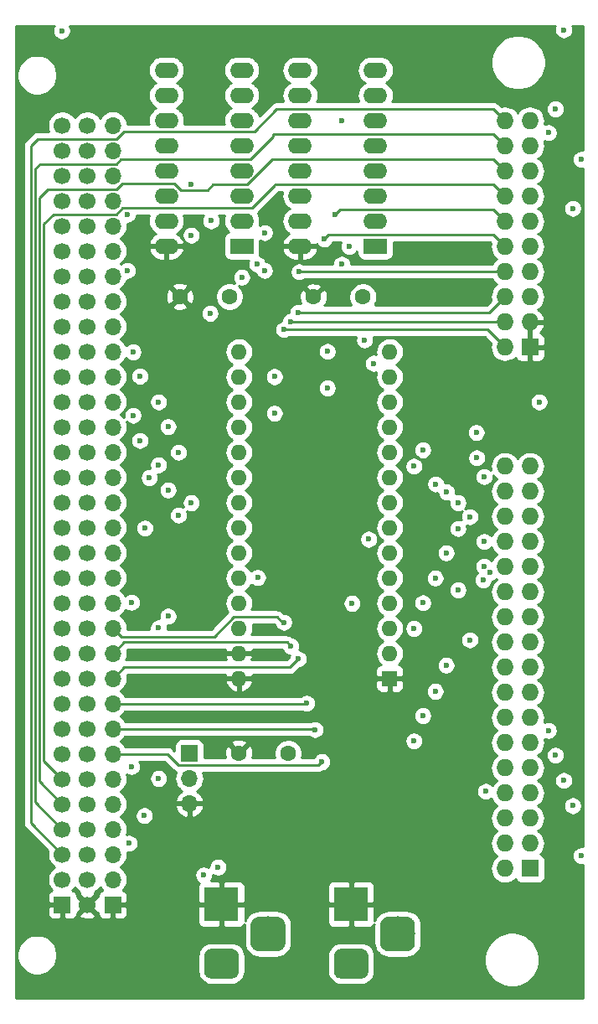
<source format=gbr>
G04 #@! TF.GenerationSoftware,KiCad,Pcbnew,(5.1.2-1)-1*
G04 #@! TF.CreationDate,2022-02-01T20:28:38+01:00*
G04 #@! TF.ProjectId,AtomIOExt,41746f6d-494f-4457-9874-2e6b69636164,1.0*
G04 #@! TF.SameCoordinates,Original*
G04 #@! TF.FileFunction,Copper,L2,Inr*
G04 #@! TF.FilePolarity,Positive*
%FSLAX46Y46*%
G04 Gerber Fmt 4.6, Leading zero omitted, Abs format (unit mm)*
G04 Created by KiCad (PCBNEW (5.1.2-1)-1) date 2022-02-01 20:28:38*
%MOMM*%
%LPD*%
G04 APERTURE LIST*
%ADD10O,1.700000X1.700000*%
%ADD11R,1.700000X1.700000*%
%ADD12O,1.727200X1.727200*%
%ADD13R,1.727200X1.727200*%
%ADD14O,1.600000X1.600000*%
%ADD15R,1.600000X1.600000*%
%ADD16O,2.400000X1.600000*%
%ADD17R,2.400000X1.600000*%
%ADD18C,1.700000*%
%ADD19C,0.100000*%
%ADD20C,3.500000*%
%ADD21C,3.000000*%
%ADD22R,3.500000X3.500000*%
%ADD23C,1.600000*%
%ADD24C,0.600000*%
%ADD25C,0.250000*%
%ADD26C,0.254000*%
G04 APERTURE END LIST*
D10*
X81800000Y-68060000D03*
X81800000Y-70600000D03*
X81800000Y-73140000D03*
X81800000Y-75680000D03*
X81800000Y-78220000D03*
X81800000Y-80760000D03*
X81800000Y-83300000D03*
X81800000Y-85840000D03*
X81800000Y-88380000D03*
X81800000Y-90920000D03*
X81800000Y-93460000D03*
X81800000Y-96000000D03*
X81800000Y-98540000D03*
X81800000Y-101080000D03*
X81800000Y-103620000D03*
X81800000Y-106160000D03*
X81800000Y-108700000D03*
X81800000Y-111240000D03*
X81800000Y-113780000D03*
X81800000Y-116320000D03*
X81800000Y-118860000D03*
X81800000Y-121400000D03*
X81800000Y-123940000D03*
X81800000Y-126480000D03*
X81800000Y-129020000D03*
X81800000Y-131560000D03*
X81800000Y-134100000D03*
X81800000Y-136640000D03*
X81800000Y-139180000D03*
X81800000Y-141720000D03*
X81800000Y-144260000D03*
D11*
X81800000Y-146800000D03*
D12*
X121460000Y-102510000D03*
X124000000Y-102510000D03*
X121460000Y-105050000D03*
X124000000Y-105050000D03*
X121460000Y-107590000D03*
X124000000Y-107590000D03*
X121460000Y-110130000D03*
X124000000Y-110130000D03*
X121460000Y-112670000D03*
X124000000Y-112670000D03*
X121460000Y-115210000D03*
X124000000Y-115210000D03*
X121460000Y-117750000D03*
X124000000Y-117750000D03*
X121460000Y-120290000D03*
X124000000Y-120290000D03*
X121460000Y-122830000D03*
X124000000Y-122830000D03*
X121460000Y-125370000D03*
X124000000Y-125370000D03*
X121460000Y-127910000D03*
X124000000Y-127910000D03*
X121460000Y-130450000D03*
X124000000Y-130450000D03*
X121460000Y-132990000D03*
X124000000Y-132990000D03*
X121460000Y-135530000D03*
X124000000Y-135530000D03*
X121460000Y-138070000D03*
X124000000Y-138070000D03*
X121460000Y-140610000D03*
X124000000Y-140610000D03*
X121460000Y-143150000D03*
D13*
X124000000Y-143150000D03*
D12*
X121460000Y-67590000D03*
X124000000Y-67590000D03*
X121460000Y-70130000D03*
X124000000Y-70130000D03*
X121460000Y-72670000D03*
X124000000Y-72670000D03*
X121460000Y-75210000D03*
X124000000Y-75210000D03*
X121460000Y-77750000D03*
X124000000Y-77750000D03*
X121460000Y-80290000D03*
X124000000Y-80290000D03*
X121460000Y-82830000D03*
X124000000Y-82830000D03*
X121460000Y-85370000D03*
X124000000Y-85370000D03*
X121460000Y-87910000D03*
X124000000Y-87910000D03*
X121460000Y-90450000D03*
D13*
X124000000Y-90450000D03*
D14*
X94560000Y-123950000D03*
X109800000Y-90930000D03*
X94560000Y-121410000D03*
X109800000Y-93470000D03*
X94560000Y-118870000D03*
X109800000Y-96010000D03*
X94560000Y-116330000D03*
X109800000Y-98550000D03*
X94560000Y-113790000D03*
X109800000Y-101090000D03*
X94560000Y-111250000D03*
X109800000Y-103630000D03*
X94560000Y-108710000D03*
X109800000Y-106170000D03*
X94560000Y-106170000D03*
X109800000Y-108710000D03*
X94560000Y-103630000D03*
X109800000Y-111250000D03*
X94560000Y-101090000D03*
X109800000Y-113790000D03*
X94560000Y-98550000D03*
X109800000Y-116330000D03*
X94560000Y-96010000D03*
X109800000Y-118870000D03*
X94560000Y-93470000D03*
X109800000Y-121410000D03*
X94560000Y-90930000D03*
D15*
X109800000Y-123950000D03*
D16*
X100730000Y-80250000D03*
X108350000Y-62470000D03*
X100730000Y-77710000D03*
X108350000Y-65010000D03*
X100730000Y-75170000D03*
X108350000Y-67550000D03*
X100730000Y-72630000D03*
X108350000Y-70090000D03*
X100730000Y-70090000D03*
X108350000Y-72630000D03*
X100730000Y-67550000D03*
X108350000Y-75170000D03*
X100730000Y-65010000D03*
X108350000Y-77710000D03*
X100730000Y-62470000D03*
D17*
X108350000Y-80250000D03*
D16*
X87230000Y-80250000D03*
X94850000Y-62470000D03*
X87230000Y-77710000D03*
X94850000Y-65010000D03*
X87230000Y-75170000D03*
X94850000Y-67550000D03*
X87230000Y-72630000D03*
X94850000Y-70090000D03*
X87230000Y-70090000D03*
X94850000Y-72630000D03*
X87230000Y-67550000D03*
X94850000Y-75170000D03*
X87230000Y-65010000D03*
X94850000Y-77710000D03*
X87230000Y-62470000D03*
D17*
X94850000Y-80250000D03*
D18*
X79240000Y-68060000D03*
X76700000Y-68060000D03*
X79240000Y-70600000D03*
X76700000Y-70600000D03*
X79240000Y-73140000D03*
X76700000Y-73140000D03*
X79240000Y-75680000D03*
X76700000Y-75680000D03*
X79240000Y-78220000D03*
X76700000Y-78220000D03*
X79240000Y-80760000D03*
X76700000Y-80760000D03*
X79240000Y-83300000D03*
X76700000Y-83300000D03*
X79240000Y-85840000D03*
X76700000Y-85840000D03*
X79240000Y-88380000D03*
X76700000Y-88380000D03*
X79240000Y-90920000D03*
X76700000Y-90920000D03*
X79240000Y-93460000D03*
X76700000Y-93460000D03*
X79240000Y-96000000D03*
X76700000Y-96000000D03*
X79240000Y-98540000D03*
X76700000Y-98540000D03*
X79240000Y-101080000D03*
X76700000Y-101080000D03*
X79240000Y-103620000D03*
X76700000Y-103620000D03*
X79240000Y-106160000D03*
X76700000Y-106160000D03*
X79240000Y-108700000D03*
X76700000Y-108700000D03*
X79240000Y-111240000D03*
X76700000Y-111240000D03*
X79240000Y-113780000D03*
X76700000Y-113780000D03*
X79240000Y-116320000D03*
X76700000Y-116320000D03*
X79240000Y-118860000D03*
X76700000Y-118860000D03*
X79240000Y-121400000D03*
X76700000Y-121400000D03*
X79240000Y-123940000D03*
X76700000Y-123940000D03*
X79240000Y-126480000D03*
X76700000Y-126480000D03*
X79240000Y-129020000D03*
X76700000Y-129020000D03*
X79240000Y-131560000D03*
X76700000Y-131560000D03*
X79240000Y-134100000D03*
X76700000Y-134100000D03*
X79240000Y-136640000D03*
X76700000Y-136640000D03*
X79240000Y-139180000D03*
X76700000Y-139180000D03*
X79240000Y-141720000D03*
X76700000Y-141720000D03*
X79240000Y-144260000D03*
X76700000Y-144260000D03*
X79240000Y-146800000D03*
D11*
X76700000Y-146800000D03*
D19*
G36*
X111560765Y-148004213D02*
G01*
X111645704Y-148016813D01*
X111728999Y-148037677D01*
X111809848Y-148066605D01*
X111887472Y-148103319D01*
X111961124Y-148147464D01*
X112030094Y-148198616D01*
X112093718Y-148256282D01*
X112151384Y-148319906D01*
X112202536Y-148388876D01*
X112246681Y-148462528D01*
X112283395Y-148540152D01*
X112312323Y-148621001D01*
X112333187Y-148704296D01*
X112345787Y-148789235D01*
X112350000Y-148875000D01*
X112350000Y-150625000D01*
X112345787Y-150710765D01*
X112333187Y-150795704D01*
X112312323Y-150878999D01*
X112283395Y-150959848D01*
X112246681Y-151037472D01*
X112202536Y-151111124D01*
X112151384Y-151180094D01*
X112093718Y-151243718D01*
X112030094Y-151301384D01*
X111961124Y-151352536D01*
X111887472Y-151396681D01*
X111809848Y-151433395D01*
X111728999Y-151462323D01*
X111645704Y-151483187D01*
X111560765Y-151495787D01*
X111475000Y-151500000D01*
X109725000Y-151500000D01*
X109639235Y-151495787D01*
X109554296Y-151483187D01*
X109471001Y-151462323D01*
X109390152Y-151433395D01*
X109312528Y-151396681D01*
X109238876Y-151352536D01*
X109169906Y-151301384D01*
X109106282Y-151243718D01*
X109048616Y-151180094D01*
X108997464Y-151111124D01*
X108953319Y-151037472D01*
X108916605Y-150959848D01*
X108887677Y-150878999D01*
X108866813Y-150795704D01*
X108854213Y-150710765D01*
X108850000Y-150625000D01*
X108850000Y-148875000D01*
X108854213Y-148789235D01*
X108866813Y-148704296D01*
X108887677Y-148621001D01*
X108916605Y-148540152D01*
X108953319Y-148462528D01*
X108997464Y-148388876D01*
X109048616Y-148319906D01*
X109106282Y-148256282D01*
X109169906Y-148198616D01*
X109238876Y-148147464D01*
X109312528Y-148103319D01*
X109390152Y-148066605D01*
X109471001Y-148037677D01*
X109554296Y-148016813D01*
X109639235Y-148004213D01*
X109725000Y-148000000D01*
X111475000Y-148000000D01*
X111560765Y-148004213D01*
X111560765Y-148004213D01*
G37*
D20*
X110600000Y-149750000D03*
D19*
G36*
X106973513Y-151253611D02*
G01*
X107046318Y-151264411D01*
X107117714Y-151282295D01*
X107187013Y-151307090D01*
X107253548Y-151338559D01*
X107316678Y-151376398D01*
X107375795Y-151420242D01*
X107430330Y-151469670D01*
X107479758Y-151524205D01*
X107523602Y-151583322D01*
X107561441Y-151646452D01*
X107592910Y-151712987D01*
X107617705Y-151782286D01*
X107635589Y-151853682D01*
X107646389Y-151926487D01*
X107650000Y-152000000D01*
X107650000Y-153500000D01*
X107646389Y-153573513D01*
X107635589Y-153646318D01*
X107617705Y-153717714D01*
X107592910Y-153787013D01*
X107561441Y-153853548D01*
X107523602Y-153916678D01*
X107479758Y-153975795D01*
X107430330Y-154030330D01*
X107375795Y-154079758D01*
X107316678Y-154123602D01*
X107253548Y-154161441D01*
X107187013Y-154192910D01*
X107117714Y-154217705D01*
X107046318Y-154235589D01*
X106973513Y-154246389D01*
X106900000Y-154250000D01*
X104900000Y-154250000D01*
X104826487Y-154246389D01*
X104753682Y-154235589D01*
X104682286Y-154217705D01*
X104612987Y-154192910D01*
X104546452Y-154161441D01*
X104483322Y-154123602D01*
X104424205Y-154079758D01*
X104369670Y-154030330D01*
X104320242Y-153975795D01*
X104276398Y-153916678D01*
X104238559Y-153853548D01*
X104207090Y-153787013D01*
X104182295Y-153717714D01*
X104164411Y-153646318D01*
X104153611Y-153573513D01*
X104150000Y-153500000D01*
X104150000Y-152000000D01*
X104153611Y-151926487D01*
X104164411Y-151853682D01*
X104182295Y-151782286D01*
X104207090Y-151712987D01*
X104238559Y-151646452D01*
X104276398Y-151583322D01*
X104320242Y-151524205D01*
X104369670Y-151469670D01*
X104424205Y-151420242D01*
X104483322Y-151376398D01*
X104546452Y-151338559D01*
X104612987Y-151307090D01*
X104682286Y-151282295D01*
X104753682Y-151264411D01*
X104826487Y-151253611D01*
X104900000Y-151250000D01*
X106900000Y-151250000D01*
X106973513Y-151253611D01*
X106973513Y-151253611D01*
G37*
D21*
X105900000Y-152750000D03*
D22*
X105900000Y-146750000D03*
D19*
G36*
X98460765Y-148004213D02*
G01*
X98545704Y-148016813D01*
X98628999Y-148037677D01*
X98709848Y-148066605D01*
X98787472Y-148103319D01*
X98861124Y-148147464D01*
X98930094Y-148198616D01*
X98993718Y-148256282D01*
X99051384Y-148319906D01*
X99102536Y-148388876D01*
X99146681Y-148462528D01*
X99183395Y-148540152D01*
X99212323Y-148621001D01*
X99233187Y-148704296D01*
X99245787Y-148789235D01*
X99250000Y-148875000D01*
X99250000Y-150625000D01*
X99245787Y-150710765D01*
X99233187Y-150795704D01*
X99212323Y-150878999D01*
X99183395Y-150959848D01*
X99146681Y-151037472D01*
X99102536Y-151111124D01*
X99051384Y-151180094D01*
X98993718Y-151243718D01*
X98930094Y-151301384D01*
X98861124Y-151352536D01*
X98787472Y-151396681D01*
X98709848Y-151433395D01*
X98628999Y-151462323D01*
X98545704Y-151483187D01*
X98460765Y-151495787D01*
X98375000Y-151500000D01*
X96625000Y-151500000D01*
X96539235Y-151495787D01*
X96454296Y-151483187D01*
X96371001Y-151462323D01*
X96290152Y-151433395D01*
X96212528Y-151396681D01*
X96138876Y-151352536D01*
X96069906Y-151301384D01*
X96006282Y-151243718D01*
X95948616Y-151180094D01*
X95897464Y-151111124D01*
X95853319Y-151037472D01*
X95816605Y-150959848D01*
X95787677Y-150878999D01*
X95766813Y-150795704D01*
X95754213Y-150710765D01*
X95750000Y-150625000D01*
X95750000Y-148875000D01*
X95754213Y-148789235D01*
X95766813Y-148704296D01*
X95787677Y-148621001D01*
X95816605Y-148540152D01*
X95853319Y-148462528D01*
X95897464Y-148388876D01*
X95948616Y-148319906D01*
X96006282Y-148256282D01*
X96069906Y-148198616D01*
X96138876Y-148147464D01*
X96212528Y-148103319D01*
X96290152Y-148066605D01*
X96371001Y-148037677D01*
X96454296Y-148016813D01*
X96539235Y-148004213D01*
X96625000Y-148000000D01*
X98375000Y-148000000D01*
X98460765Y-148004213D01*
X98460765Y-148004213D01*
G37*
D20*
X97500000Y-149750000D03*
D19*
G36*
X93873513Y-151253611D02*
G01*
X93946318Y-151264411D01*
X94017714Y-151282295D01*
X94087013Y-151307090D01*
X94153548Y-151338559D01*
X94216678Y-151376398D01*
X94275795Y-151420242D01*
X94330330Y-151469670D01*
X94379758Y-151524205D01*
X94423602Y-151583322D01*
X94461441Y-151646452D01*
X94492910Y-151712987D01*
X94517705Y-151782286D01*
X94535589Y-151853682D01*
X94546389Y-151926487D01*
X94550000Y-152000000D01*
X94550000Y-153500000D01*
X94546389Y-153573513D01*
X94535589Y-153646318D01*
X94517705Y-153717714D01*
X94492910Y-153787013D01*
X94461441Y-153853548D01*
X94423602Y-153916678D01*
X94379758Y-153975795D01*
X94330330Y-154030330D01*
X94275795Y-154079758D01*
X94216678Y-154123602D01*
X94153548Y-154161441D01*
X94087013Y-154192910D01*
X94017714Y-154217705D01*
X93946318Y-154235589D01*
X93873513Y-154246389D01*
X93800000Y-154250000D01*
X91800000Y-154250000D01*
X91726487Y-154246389D01*
X91653682Y-154235589D01*
X91582286Y-154217705D01*
X91512987Y-154192910D01*
X91446452Y-154161441D01*
X91383322Y-154123602D01*
X91324205Y-154079758D01*
X91269670Y-154030330D01*
X91220242Y-153975795D01*
X91176398Y-153916678D01*
X91138559Y-153853548D01*
X91107090Y-153787013D01*
X91082295Y-153717714D01*
X91064411Y-153646318D01*
X91053611Y-153573513D01*
X91050000Y-153500000D01*
X91050000Y-152000000D01*
X91053611Y-151926487D01*
X91064411Y-151853682D01*
X91082295Y-151782286D01*
X91107090Y-151712987D01*
X91138559Y-151646452D01*
X91176398Y-151583322D01*
X91220242Y-151524205D01*
X91269670Y-151469670D01*
X91324205Y-151420242D01*
X91383322Y-151376398D01*
X91446452Y-151338559D01*
X91512987Y-151307090D01*
X91582286Y-151282295D01*
X91653682Y-151264411D01*
X91726487Y-151253611D01*
X91800000Y-151250000D01*
X93800000Y-151250000D01*
X93873513Y-151253611D01*
X93873513Y-151253611D01*
G37*
D21*
X92800000Y-152750000D03*
D22*
X92800000Y-146750000D03*
D10*
X89550000Y-136580000D03*
X89550000Y-134040000D03*
D11*
X89550000Y-131500000D03*
D23*
X99550000Y-131500000D03*
X94550000Y-131500000D03*
X107100000Y-85400000D03*
X102100000Y-85400000D03*
X93600000Y-85350000D03*
X88600000Y-85350000D03*
D24*
X119900000Y-113250000D03*
X87400000Y-98500000D03*
X87400000Y-104900000D03*
X87400000Y-117650000D03*
X86450000Y-96000000D03*
X86450000Y-102350000D03*
X118600000Y-101650000D03*
X119250000Y-114000000D03*
X118550000Y-99100000D03*
X84550000Y-99900000D03*
X84550000Y-93400000D03*
X98150000Y-97150000D03*
X98150000Y-93450000D03*
X108150000Y-92100000D03*
X124900000Y-96000000D03*
X83850000Y-97350000D03*
X83850000Y-90950000D03*
X103500000Y-94600000D03*
X103500000Y-90900000D03*
X107250000Y-89750000D03*
X128300000Y-76450000D03*
X128300000Y-136800000D03*
X119350000Y-112600000D03*
X119350000Y-103550000D03*
X119350000Y-110100000D03*
X88450000Y-101100000D03*
X88450000Y-107450000D03*
X107675001Y-109875001D03*
X117900000Y-120050000D03*
X117900000Y-107600000D03*
X116700000Y-115000000D03*
X116700000Y-106200000D03*
X116700000Y-108800000D03*
X83450000Y-140600000D03*
X129150000Y-141850000D03*
X129150000Y-71500000D03*
X119500000Y-135350000D03*
X99100000Y-118275000D03*
X99100000Y-88700000D03*
X99800000Y-120675000D03*
X99750000Y-87900000D03*
X100550000Y-121975000D03*
X100550000Y-86950000D03*
X101400000Y-126450000D03*
X100650000Y-82850000D03*
X102250000Y-129100000D03*
X103200000Y-79525000D03*
X102950000Y-132350000D03*
X104300000Y-77075000D03*
X127400000Y-58400000D03*
X127400000Y-134250000D03*
X76650000Y-58500000D03*
X91000000Y-143800000D03*
X92450000Y-143000000D03*
X83700000Y-116250000D03*
X83700000Y-132850000D03*
X106000000Y-116350000D03*
X105700000Y-80300000D03*
X112250000Y-130250000D03*
X112250000Y-118900000D03*
X112250000Y-102500000D03*
X113150000Y-127700000D03*
X113150000Y-100850000D03*
X113150000Y-116300000D03*
X114400000Y-125250000D03*
X114450000Y-104300000D03*
X114400000Y-113800000D03*
X115500000Y-122600000D03*
X115550000Y-105100000D03*
X115500000Y-111250000D03*
X91750000Y-77700000D03*
X91650000Y-87050000D03*
X94850000Y-83400000D03*
X104950000Y-82100000D03*
X104950000Y-67600000D03*
X96400000Y-82100000D03*
X89750000Y-106200000D03*
X89750000Y-79150000D03*
X89750000Y-74000000D03*
X96450000Y-113750000D03*
X97150000Y-78900000D03*
X83300000Y-77050000D03*
X83300000Y-82725000D03*
X97150000Y-82725000D03*
X86450000Y-134050000D03*
X86450000Y-118850000D03*
X85000000Y-137800000D03*
X85050000Y-108750000D03*
X126550000Y-66400000D03*
X126550000Y-131700000D03*
X125850000Y-68800000D03*
X125850000Y-129200000D03*
X85500000Y-103650000D03*
D25*
X94019999Y-117744999D02*
X98394999Y-117744999D01*
X82649999Y-119709999D02*
X92054999Y-119709999D01*
X92054999Y-119709999D02*
X94019999Y-117744999D01*
X81800000Y-118860000D02*
X82649999Y-119709999D01*
X98925000Y-118275000D02*
X99100000Y-118275000D01*
X98394999Y-117744999D02*
X98925000Y-118275000D01*
X119710000Y-88700000D02*
X121460000Y-90450000D01*
X99100000Y-88700000D02*
X119710000Y-88700000D01*
X99409999Y-120284999D02*
X99800000Y-120675000D01*
X82915001Y-120284999D02*
X99409999Y-120284999D01*
X81800000Y-121400000D02*
X82915001Y-120284999D01*
X121450000Y-87900000D02*
X121460000Y-87910000D01*
X99750000Y-87900000D02*
X121450000Y-87900000D01*
X82915001Y-122824999D02*
X99700001Y-122824999D01*
X99700001Y-122824999D02*
X100550000Y-121975000D01*
X81800000Y-123940000D02*
X82915001Y-122824999D01*
X119880000Y-86950000D02*
X121460000Y-85370000D01*
X100550000Y-86950000D02*
X119880000Y-86950000D01*
X101370000Y-126480000D02*
X101400000Y-126450000D01*
X81800000Y-126480000D02*
X101370000Y-126480000D01*
X121440000Y-82850000D02*
X121460000Y-82830000D01*
X100650000Y-82850000D02*
X121440000Y-82850000D01*
X102170000Y-129020000D02*
X102250000Y-129100000D01*
X81800000Y-129020000D02*
X102170000Y-129020000D01*
X120294999Y-79124999D02*
X120596401Y-79426401D01*
X103600001Y-79124999D02*
X120294999Y-79124999D01*
X120596401Y-79426401D02*
X121460000Y-80290000D01*
X103200000Y-79525000D02*
X103600001Y-79124999D01*
X102624999Y-132675001D02*
X102950000Y-132350000D01*
X88439999Y-132675001D02*
X102624999Y-132675001D01*
X87324998Y-131560000D02*
X88439999Y-132675001D01*
X81800000Y-131560000D02*
X87324998Y-131560000D01*
X120294990Y-76584990D02*
X120596401Y-76886401D01*
X104790010Y-76584990D02*
X120294990Y-76584990D01*
X120596401Y-76886401D02*
X121460000Y-77750000D01*
X104300000Y-77075000D02*
X104790010Y-76584990D01*
X74850000Y-78000000D02*
X74850000Y-132250000D01*
X75805001Y-77044999D02*
X74850000Y-78000000D01*
X82794003Y-76424999D02*
X82174003Y-77044999D01*
X82174003Y-77044999D02*
X75805001Y-77044999D01*
X95875985Y-76424999D02*
X82794003Y-76424999D01*
X98155010Y-74145974D02*
X95875985Y-76424999D01*
X98155010Y-74044990D02*
X98155010Y-74145974D01*
X74850000Y-132250000D02*
X76700000Y-134100000D01*
X120294990Y-74044990D02*
X98155010Y-74044990D01*
X121460000Y-75210000D02*
X120294990Y-74044990D01*
X74399990Y-75349990D02*
X74399990Y-134339990D01*
X82174003Y-74504999D02*
X75244981Y-74504999D01*
X87990505Y-73939501D02*
X82739501Y-73939501D01*
X88676005Y-74625001D02*
X87990505Y-73939501D01*
X91374999Y-74625001D02*
X88676005Y-74625001D01*
X75244981Y-74504999D02*
X74399990Y-75349990D01*
X91955010Y-74044990D02*
X91374999Y-74625001D01*
X120294990Y-71504990D02*
X97966014Y-71504990D01*
X95426014Y-74044990D02*
X91955010Y-74044990D01*
X74399990Y-134339990D02*
X76700000Y-136640000D01*
X97966014Y-71504990D02*
X95426014Y-74044990D01*
X82739501Y-73939501D02*
X82174003Y-74504999D01*
X121460000Y-72670000D02*
X120294990Y-71504990D01*
X73949980Y-136429980D02*
X76700000Y-139180000D01*
X73949980Y-72450020D02*
X73949980Y-136429980D01*
X82634012Y-71504990D02*
X82174003Y-71964999D01*
X95715994Y-71504990D02*
X82634012Y-71504990D01*
X98014990Y-69205994D02*
X95715994Y-71504990D01*
X74435001Y-71964999D02*
X73949980Y-72450020D01*
X98014990Y-68964990D02*
X98014990Y-69205994D01*
X82174003Y-71964999D02*
X74435001Y-71964999D01*
X120294990Y-68964990D02*
X98014990Y-68964990D01*
X121460000Y-70130000D02*
X120294990Y-68964990D01*
X74225001Y-69424999D02*
X73499970Y-70150030D01*
X82923992Y-68675010D02*
X82174003Y-69424999D01*
X96124990Y-68675010D02*
X82923992Y-68675010D01*
X73499970Y-138519970D02*
X76700000Y-141720000D01*
X82174003Y-69424999D02*
X74225001Y-69424999D01*
X98375010Y-66424990D02*
X96124990Y-68675010D01*
X120294990Y-66424990D02*
X98375010Y-66424990D01*
X73499970Y-70150030D02*
X73499970Y-138519970D01*
X121460000Y-67590000D02*
X120294990Y-66424990D01*
D26*
G36*
X75821414Y-58057111D02*
G01*
X75750932Y-58227271D01*
X75715000Y-58407911D01*
X75715000Y-58592089D01*
X75750932Y-58772729D01*
X75821414Y-58942889D01*
X75923738Y-59096028D01*
X76053972Y-59226262D01*
X76207111Y-59328586D01*
X76377271Y-59399068D01*
X76557911Y-59435000D01*
X76742089Y-59435000D01*
X76922729Y-59399068D01*
X77092889Y-59328586D01*
X77246028Y-59226262D01*
X77376262Y-59096028D01*
X77478586Y-58942889D01*
X77549068Y-58772729D01*
X77585000Y-58592089D01*
X77585000Y-58407911D01*
X77549068Y-58227271D01*
X77478586Y-58057111D01*
X77425058Y-57977000D01*
X126563176Y-57977000D01*
X126500932Y-58127271D01*
X126465000Y-58307911D01*
X126465000Y-58492089D01*
X126500932Y-58672729D01*
X126571414Y-58842889D01*
X126673738Y-58996028D01*
X126803972Y-59126262D01*
X126957111Y-59228586D01*
X127127271Y-59299068D01*
X127307911Y-59335000D01*
X127492089Y-59335000D01*
X127672729Y-59299068D01*
X127842889Y-59228586D01*
X127996028Y-59126262D01*
X128126262Y-58996028D01*
X128228586Y-58842889D01*
X128299068Y-58672729D01*
X128335000Y-58492089D01*
X128335000Y-58307911D01*
X128299068Y-58127271D01*
X128236824Y-57977000D01*
X129315000Y-57977000D01*
X129315000Y-70579503D01*
X129242089Y-70565000D01*
X129057911Y-70565000D01*
X128877271Y-70600932D01*
X128707111Y-70671414D01*
X128553972Y-70773738D01*
X128423738Y-70903972D01*
X128321414Y-71057111D01*
X128250932Y-71227271D01*
X128215000Y-71407911D01*
X128215000Y-71592089D01*
X128250932Y-71772729D01*
X128321414Y-71942889D01*
X128423738Y-72096028D01*
X128553972Y-72226262D01*
X128707111Y-72328586D01*
X128877271Y-72399068D01*
X129057911Y-72435000D01*
X129242089Y-72435000D01*
X129315000Y-72420497D01*
X129315001Y-140929503D01*
X129242089Y-140915000D01*
X129057911Y-140915000D01*
X128877271Y-140950932D01*
X128707111Y-141021414D01*
X128553972Y-141123738D01*
X128423738Y-141253972D01*
X128321414Y-141407111D01*
X128250932Y-141577271D01*
X128215000Y-141757911D01*
X128215000Y-141942089D01*
X128250932Y-142122729D01*
X128321414Y-142292889D01*
X128423738Y-142446028D01*
X128553972Y-142576262D01*
X128707111Y-142678586D01*
X128877271Y-142749068D01*
X129057911Y-142785000D01*
X129242089Y-142785000D01*
X129315001Y-142770497D01*
X129315001Y-156265000D01*
X71977000Y-156265000D01*
X71977000Y-151679570D01*
X72125000Y-151679570D01*
X72125000Y-152080430D01*
X72203204Y-152473587D01*
X72356607Y-152843934D01*
X72579313Y-153177237D01*
X72862763Y-153460687D01*
X73196066Y-153683393D01*
X73566413Y-153836796D01*
X73959570Y-153915000D01*
X74360430Y-153915000D01*
X74753587Y-153836796D01*
X75123934Y-153683393D01*
X75457237Y-153460687D01*
X75740687Y-153177237D01*
X75963393Y-152843934D01*
X76116796Y-152473587D01*
X76195000Y-152080430D01*
X76195000Y-152000000D01*
X90411928Y-152000000D01*
X90411928Y-153500000D01*
X90438599Y-153770799D01*
X90517589Y-154031192D01*
X90645860Y-154271171D01*
X90818485Y-154481515D01*
X91028829Y-154654140D01*
X91268808Y-154782411D01*
X91529201Y-154861401D01*
X91800000Y-154888072D01*
X93800000Y-154888072D01*
X94070799Y-154861401D01*
X94331192Y-154782411D01*
X94571171Y-154654140D01*
X94781515Y-154481515D01*
X94954140Y-154271171D01*
X95082411Y-154031192D01*
X95161401Y-153770799D01*
X95188072Y-153500000D01*
X95188072Y-152000000D01*
X95161401Y-151729201D01*
X95082411Y-151468808D01*
X94954140Y-151228829D01*
X94781515Y-151018485D01*
X94571171Y-150845860D01*
X94331192Y-150717589D01*
X94070799Y-150638599D01*
X93800000Y-150611928D01*
X91800000Y-150611928D01*
X91529201Y-150638599D01*
X91268808Y-150717589D01*
X91028829Y-150845860D01*
X90818485Y-151018485D01*
X90645860Y-151228829D01*
X90517589Y-151468808D01*
X90438599Y-151729201D01*
X90411928Y-152000000D01*
X76195000Y-152000000D01*
X76195000Y-151679570D01*
X76116796Y-151286413D01*
X75963393Y-150916066D01*
X75740687Y-150582763D01*
X75457237Y-150299313D01*
X75123934Y-150076607D01*
X74753587Y-149923204D01*
X74360430Y-149845000D01*
X73959570Y-149845000D01*
X73566413Y-149923204D01*
X73196066Y-150076607D01*
X72862763Y-150299313D01*
X72579313Y-150582763D01*
X72356607Y-150916066D01*
X72203204Y-151286413D01*
X72125000Y-151679570D01*
X71977000Y-151679570D01*
X71977000Y-148500000D01*
X90411928Y-148500000D01*
X90424188Y-148624482D01*
X90460498Y-148744180D01*
X90519463Y-148854494D01*
X90598815Y-148951185D01*
X90695506Y-149030537D01*
X90805820Y-149089502D01*
X90925518Y-149125812D01*
X91050000Y-149138072D01*
X92514250Y-149135000D01*
X92673000Y-148976250D01*
X92673000Y-146877000D01*
X92927000Y-146877000D01*
X92927000Y-148976250D01*
X93085750Y-149135000D01*
X94550000Y-149138072D01*
X94674482Y-149125812D01*
X94794180Y-149089502D01*
X94904494Y-149030537D01*
X95001185Y-148951185D01*
X95080537Y-148854494D01*
X95121494Y-148777869D01*
X95111928Y-148875000D01*
X95111928Y-150625000D01*
X95141001Y-150920186D01*
X95227104Y-151204028D01*
X95366927Y-151465618D01*
X95555097Y-151694903D01*
X95784382Y-151883073D01*
X96045972Y-152022896D01*
X96329814Y-152108999D01*
X96625000Y-152138072D01*
X98375000Y-152138072D01*
X98670186Y-152108999D01*
X98954028Y-152022896D01*
X98996863Y-152000000D01*
X103511928Y-152000000D01*
X103511928Y-153500000D01*
X103538599Y-153770799D01*
X103617589Y-154031192D01*
X103745860Y-154271171D01*
X103918485Y-154481515D01*
X104128829Y-154654140D01*
X104368808Y-154782411D01*
X104629201Y-154861401D01*
X104900000Y-154888072D01*
X106900000Y-154888072D01*
X107170799Y-154861401D01*
X107431192Y-154782411D01*
X107671171Y-154654140D01*
X107881515Y-154481515D01*
X108054140Y-154271171D01*
X108182411Y-154031192D01*
X108261401Y-153770799D01*
X108288072Y-153500000D01*
X108288072Y-152000000D01*
X108261401Y-151729201D01*
X108182411Y-151468808D01*
X108054140Y-151228829D01*
X107881515Y-151018485D01*
X107671171Y-150845860D01*
X107431192Y-150717589D01*
X107170799Y-150638599D01*
X106900000Y-150611928D01*
X104900000Y-150611928D01*
X104629201Y-150638599D01*
X104368808Y-150717589D01*
X104128829Y-150845860D01*
X103918485Y-151018485D01*
X103745860Y-151228829D01*
X103617589Y-151468808D01*
X103538599Y-151729201D01*
X103511928Y-152000000D01*
X98996863Y-152000000D01*
X99215618Y-151883073D01*
X99444903Y-151694903D01*
X99633073Y-151465618D01*
X99772896Y-151204028D01*
X99858999Y-150920186D01*
X99888072Y-150625000D01*
X99888072Y-148875000D01*
X99858999Y-148579814D01*
X99834788Y-148500000D01*
X103511928Y-148500000D01*
X103524188Y-148624482D01*
X103560498Y-148744180D01*
X103619463Y-148854494D01*
X103698815Y-148951185D01*
X103795506Y-149030537D01*
X103905820Y-149089502D01*
X104025518Y-149125812D01*
X104150000Y-149138072D01*
X105614250Y-149135000D01*
X105773000Y-148976250D01*
X105773000Y-146877000D01*
X106027000Y-146877000D01*
X106027000Y-148976250D01*
X106185750Y-149135000D01*
X107650000Y-149138072D01*
X107774482Y-149125812D01*
X107894180Y-149089502D01*
X108004494Y-149030537D01*
X108101185Y-148951185D01*
X108180537Y-148854494D01*
X108221494Y-148777869D01*
X108211928Y-148875000D01*
X108211928Y-150625000D01*
X108241001Y-150920186D01*
X108327104Y-151204028D01*
X108466927Y-151465618D01*
X108655097Y-151694903D01*
X108884382Y-151883073D01*
X109145972Y-152022896D01*
X109429814Y-152108999D01*
X109725000Y-152138072D01*
X111475000Y-152138072D01*
X111770186Y-152108999D01*
X111879954Y-152075701D01*
X119365000Y-152075701D01*
X119365000Y-152624299D01*
X119472026Y-153162354D01*
X119681965Y-153669192D01*
X119986750Y-154125334D01*
X120374666Y-154513250D01*
X120830808Y-154818035D01*
X121337646Y-155027974D01*
X121875701Y-155135000D01*
X122424299Y-155135000D01*
X122962354Y-155027974D01*
X123469192Y-154818035D01*
X123925334Y-154513250D01*
X124313250Y-154125334D01*
X124618035Y-153669192D01*
X124827974Y-153162354D01*
X124935000Y-152624299D01*
X124935000Y-152075701D01*
X124827974Y-151537646D01*
X124618035Y-151030808D01*
X124313250Y-150574666D01*
X123925334Y-150186750D01*
X123469192Y-149881965D01*
X122962354Y-149672026D01*
X122424299Y-149565000D01*
X121875701Y-149565000D01*
X121337646Y-149672026D01*
X120830808Y-149881965D01*
X120374666Y-150186750D01*
X119986750Y-150574666D01*
X119681965Y-151030808D01*
X119472026Y-151537646D01*
X119365000Y-152075701D01*
X111879954Y-152075701D01*
X112054028Y-152022896D01*
X112315618Y-151883073D01*
X112544903Y-151694903D01*
X112733073Y-151465618D01*
X112872896Y-151204028D01*
X112958999Y-150920186D01*
X112988072Y-150625000D01*
X112988072Y-148875000D01*
X112958999Y-148579814D01*
X112872896Y-148295972D01*
X112733073Y-148034382D01*
X112544903Y-147805097D01*
X112315618Y-147616927D01*
X112054028Y-147477104D01*
X111770186Y-147391001D01*
X111475000Y-147361928D01*
X109725000Y-147361928D01*
X109429814Y-147391001D01*
X109145972Y-147477104D01*
X108884382Y-147616927D01*
X108655097Y-147805097D01*
X108466927Y-148034382D01*
X108327104Y-148295972D01*
X108287915Y-148425160D01*
X108285000Y-147035750D01*
X108126250Y-146877000D01*
X106027000Y-146877000D01*
X105773000Y-146877000D01*
X103673750Y-146877000D01*
X103515000Y-147035750D01*
X103511928Y-148500000D01*
X99834788Y-148500000D01*
X99772896Y-148295972D01*
X99633073Y-148034382D01*
X99444903Y-147805097D01*
X99215618Y-147616927D01*
X98954028Y-147477104D01*
X98670186Y-147391001D01*
X98375000Y-147361928D01*
X96625000Y-147361928D01*
X96329814Y-147391001D01*
X96045972Y-147477104D01*
X95784382Y-147616927D01*
X95555097Y-147805097D01*
X95366927Y-148034382D01*
X95227104Y-148295972D01*
X95187915Y-148425160D01*
X95185000Y-147035750D01*
X95026250Y-146877000D01*
X92927000Y-146877000D01*
X92673000Y-146877000D01*
X90573750Y-146877000D01*
X90415000Y-147035750D01*
X90411928Y-148500000D01*
X71977000Y-148500000D01*
X71977000Y-147650000D01*
X75211928Y-147650000D01*
X75224188Y-147774482D01*
X75260498Y-147894180D01*
X75319463Y-148004494D01*
X75398815Y-148101185D01*
X75495506Y-148180537D01*
X75605820Y-148239502D01*
X75725518Y-148275812D01*
X75850000Y-148288072D01*
X76414250Y-148285000D01*
X76573000Y-148126250D01*
X76573000Y-146927000D01*
X75373750Y-146927000D01*
X75215000Y-147085750D01*
X75211928Y-147650000D01*
X71977000Y-147650000D01*
X71977000Y-70150030D01*
X72736294Y-70150030D01*
X72739970Y-70187352D01*
X72739971Y-138482637D01*
X72736294Y-138519970D01*
X72739971Y-138557303D01*
X72750968Y-138668956D01*
X72760102Y-138699068D01*
X72794424Y-138812216D01*
X72864996Y-138944246D01*
X72936171Y-139030972D01*
X72959970Y-139059971D01*
X72988968Y-139083769D01*
X75258790Y-141353592D01*
X75215000Y-141573740D01*
X75215000Y-141866260D01*
X75272068Y-142153158D01*
X75384010Y-142423411D01*
X75546525Y-142666632D01*
X75753368Y-142873475D01*
X75927760Y-142990000D01*
X75753368Y-143106525D01*
X75546525Y-143313368D01*
X75384010Y-143556589D01*
X75272068Y-143826842D01*
X75215000Y-144113740D01*
X75215000Y-144406260D01*
X75272068Y-144693158D01*
X75384010Y-144963411D01*
X75546525Y-145206632D01*
X75678380Y-145338487D01*
X75605820Y-145360498D01*
X75495506Y-145419463D01*
X75398815Y-145498815D01*
X75319463Y-145595506D01*
X75260498Y-145705820D01*
X75224188Y-145825518D01*
X75211928Y-145950000D01*
X75215000Y-146514250D01*
X75373750Y-146673000D01*
X76573000Y-146673000D01*
X76573000Y-146653000D01*
X76827000Y-146653000D01*
X76827000Y-146673000D01*
X76847000Y-146673000D01*
X76847000Y-146927000D01*
X76827000Y-146927000D01*
X76827000Y-148126250D01*
X76985750Y-148285000D01*
X77550000Y-148288072D01*
X77674482Y-148275812D01*
X77794180Y-148239502D01*
X77904494Y-148180537D01*
X78001185Y-148101185D01*
X78080537Y-148004494D01*
X78139502Y-147894180D01*
X78159457Y-147828397D01*
X78391208Y-147828397D01*
X78468843Y-148077472D01*
X78732883Y-148203371D01*
X79016411Y-148275339D01*
X79308531Y-148290611D01*
X79598019Y-148248599D01*
X79873747Y-148150919D01*
X80011157Y-148077472D01*
X80088792Y-147828397D01*
X79240000Y-146979605D01*
X78391208Y-147828397D01*
X78159457Y-147828397D01*
X78175812Y-147774482D01*
X78188072Y-147650000D01*
X78188025Y-147641443D01*
X78211603Y-147648792D01*
X79060395Y-146800000D01*
X78211603Y-145951208D01*
X78188025Y-145958557D01*
X78188072Y-145950000D01*
X78175812Y-145825518D01*
X78139502Y-145705820D01*
X78080537Y-145595506D01*
X78001185Y-145498815D01*
X77904494Y-145419463D01*
X77794180Y-145360498D01*
X77721620Y-145338487D01*
X77853475Y-145206632D01*
X77970000Y-145032240D01*
X78086525Y-145206632D01*
X78293368Y-145413475D01*
X78466729Y-145529311D01*
X78391208Y-145771603D01*
X79240000Y-146620395D01*
X80088792Y-145771603D01*
X80013271Y-145529311D01*
X80186632Y-145413475D01*
X80393475Y-145206632D01*
X80520527Y-145016486D01*
X80559294Y-145089014D01*
X80744866Y-145315134D01*
X80774687Y-145339607D01*
X80705820Y-145360498D01*
X80595506Y-145419463D01*
X80498815Y-145498815D01*
X80419463Y-145595506D01*
X80360498Y-145705820D01*
X80324188Y-145825518D01*
X80311928Y-145950000D01*
X80312009Y-145964801D01*
X80268397Y-145951208D01*
X79419605Y-146800000D01*
X80268397Y-147648792D01*
X80312009Y-147635199D01*
X80311928Y-147650000D01*
X80324188Y-147774482D01*
X80360498Y-147894180D01*
X80419463Y-148004494D01*
X80498815Y-148101185D01*
X80595506Y-148180537D01*
X80705820Y-148239502D01*
X80825518Y-148275812D01*
X80950000Y-148288072D01*
X81514250Y-148285000D01*
X81673000Y-148126250D01*
X81673000Y-146927000D01*
X81927000Y-146927000D01*
X81927000Y-148126250D01*
X82085750Y-148285000D01*
X82650000Y-148288072D01*
X82774482Y-148275812D01*
X82894180Y-148239502D01*
X83004494Y-148180537D01*
X83101185Y-148101185D01*
X83180537Y-148004494D01*
X83239502Y-147894180D01*
X83275812Y-147774482D01*
X83288072Y-147650000D01*
X83285000Y-147085750D01*
X83126250Y-146927000D01*
X81927000Y-146927000D01*
X81673000Y-146927000D01*
X81653000Y-146927000D01*
X81653000Y-146673000D01*
X81673000Y-146673000D01*
X81673000Y-146653000D01*
X81927000Y-146653000D01*
X81927000Y-146673000D01*
X83126250Y-146673000D01*
X83285000Y-146514250D01*
X83288072Y-145950000D01*
X83275812Y-145825518D01*
X83239502Y-145705820D01*
X83180537Y-145595506D01*
X83101185Y-145498815D01*
X83004494Y-145419463D01*
X82894180Y-145360498D01*
X82825313Y-145339607D01*
X82855134Y-145315134D01*
X83040706Y-145089014D01*
X83178599Y-144831034D01*
X83263513Y-144551111D01*
X83292185Y-144260000D01*
X83263513Y-143968889D01*
X83184346Y-143707911D01*
X90065000Y-143707911D01*
X90065000Y-143892089D01*
X90100932Y-144072729D01*
X90171414Y-144242889D01*
X90273738Y-144396028D01*
X90403972Y-144526262D01*
X90541764Y-144618332D01*
X90519463Y-144645506D01*
X90460498Y-144755820D01*
X90424188Y-144875518D01*
X90411928Y-145000000D01*
X90415000Y-146464250D01*
X90573750Y-146623000D01*
X92673000Y-146623000D01*
X92673000Y-144523750D01*
X92927000Y-144523750D01*
X92927000Y-146623000D01*
X95026250Y-146623000D01*
X95185000Y-146464250D01*
X95188072Y-145000000D01*
X103511928Y-145000000D01*
X103515000Y-146464250D01*
X103673750Y-146623000D01*
X105773000Y-146623000D01*
X105773000Y-144523750D01*
X106027000Y-144523750D01*
X106027000Y-146623000D01*
X108126250Y-146623000D01*
X108285000Y-146464250D01*
X108288072Y-145000000D01*
X108275812Y-144875518D01*
X108239502Y-144755820D01*
X108180537Y-144645506D01*
X108101185Y-144548815D01*
X108004494Y-144469463D01*
X107894180Y-144410498D01*
X107774482Y-144374188D01*
X107650000Y-144361928D01*
X106185750Y-144365000D01*
X106027000Y-144523750D01*
X105773000Y-144523750D01*
X105614250Y-144365000D01*
X104150000Y-144361928D01*
X104025518Y-144374188D01*
X103905820Y-144410498D01*
X103795506Y-144469463D01*
X103698815Y-144548815D01*
X103619463Y-144645506D01*
X103560498Y-144755820D01*
X103524188Y-144875518D01*
X103511928Y-145000000D01*
X95188072Y-145000000D01*
X95175812Y-144875518D01*
X95139502Y-144755820D01*
X95080537Y-144645506D01*
X95001185Y-144548815D01*
X94904494Y-144469463D01*
X94794180Y-144410498D01*
X94674482Y-144374188D01*
X94550000Y-144361928D01*
X93085750Y-144365000D01*
X92927000Y-144523750D01*
X92673000Y-144523750D01*
X92514250Y-144365000D01*
X91748068Y-144363393D01*
X91828586Y-144242889D01*
X91899068Y-144072729D01*
X91935000Y-143892089D01*
X91935000Y-143780403D01*
X92007111Y-143828586D01*
X92177271Y-143899068D01*
X92357911Y-143935000D01*
X92542089Y-143935000D01*
X92722729Y-143899068D01*
X92892889Y-143828586D01*
X93046028Y-143726262D01*
X93176262Y-143596028D01*
X93278586Y-143442889D01*
X93349068Y-143272729D01*
X93385000Y-143092089D01*
X93385000Y-142907911D01*
X93349068Y-142727271D01*
X93278586Y-142557111D01*
X93176262Y-142403972D01*
X93046028Y-142273738D01*
X92892889Y-142171414D01*
X92722729Y-142100932D01*
X92542089Y-142065000D01*
X92357911Y-142065000D01*
X92177271Y-142100932D01*
X92007111Y-142171414D01*
X91853972Y-142273738D01*
X91723738Y-142403972D01*
X91621414Y-142557111D01*
X91550932Y-142727271D01*
X91515000Y-142907911D01*
X91515000Y-143019597D01*
X91442889Y-142971414D01*
X91272729Y-142900932D01*
X91092089Y-142865000D01*
X90907911Y-142865000D01*
X90727271Y-142900932D01*
X90557111Y-142971414D01*
X90403972Y-143073738D01*
X90273738Y-143203972D01*
X90171414Y-143357111D01*
X90100932Y-143527271D01*
X90065000Y-143707911D01*
X83184346Y-143707911D01*
X83178599Y-143688966D01*
X83040706Y-143430986D01*
X82855134Y-143204866D01*
X82629014Y-143019294D01*
X82574209Y-142990000D01*
X82629014Y-142960706D01*
X82855134Y-142775134D01*
X83040706Y-142549014D01*
X83178599Y-142291034D01*
X83263513Y-142011111D01*
X83292185Y-141720000D01*
X83272287Y-141517968D01*
X83357911Y-141535000D01*
X83542089Y-141535000D01*
X83722729Y-141499068D01*
X83892889Y-141428586D01*
X84046028Y-141326262D01*
X84176262Y-141196028D01*
X84278586Y-141042889D01*
X84349068Y-140872729D01*
X84385000Y-140692089D01*
X84385000Y-140507911D01*
X84349068Y-140327271D01*
X84278586Y-140157111D01*
X84176262Y-140003972D01*
X84046028Y-139873738D01*
X83892889Y-139771414D01*
X83722729Y-139700932D01*
X83542089Y-139665000D01*
X83357911Y-139665000D01*
X83194859Y-139697434D01*
X83263513Y-139471111D01*
X83292185Y-139180000D01*
X83263513Y-138888889D01*
X83178599Y-138608966D01*
X83040706Y-138350986D01*
X82855134Y-138124866D01*
X82629014Y-137939294D01*
X82574209Y-137910000D01*
X82629014Y-137880706D01*
X82839565Y-137707911D01*
X84065000Y-137707911D01*
X84065000Y-137892089D01*
X84100932Y-138072729D01*
X84171414Y-138242889D01*
X84273738Y-138396028D01*
X84403972Y-138526262D01*
X84557111Y-138628586D01*
X84727271Y-138699068D01*
X84907911Y-138735000D01*
X85092089Y-138735000D01*
X85272729Y-138699068D01*
X85442889Y-138628586D01*
X85596028Y-138526262D01*
X85726262Y-138396028D01*
X85828586Y-138242889D01*
X85899068Y-138072729D01*
X85935000Y-137892089D01*
X85935000Y-137707911D01*
X85899068Y-137527271D01*
X85828586Y-137357111D01*
X85726262Y-137203972D01*
X85596028Y-137073738D01*
X85442889Y-136971414D01*
X85359541Y-136936890D01*
X88108524Y-136936890D01*
X88153175Y-137084099D01*
X88278359Y-137346920D01*
X88452412Y-137580269D01*
X88668645Y-137775178D01*
X88918748Y-137924157D01*
X89193109Y-138021481D01*
X89423000Y-137900814D01*
X89423000Y-136707000D01*
X89677000Y-136707000D01*
X89677000Y-137900814D01*
X89906891Y-138021481D01*
X90181252Y-137924157D01*
X90431355Y-137775178D01*
X90647588Y-137580269D01*
X90821641Y-137346920D01*
X90946825Y-137084099D01*
X90991476Y-136936890D01*
X90870155Y-136707000D01*
X89677000Y-136707000D01*
X89423000Y-136707000D01*
X88229845Y-136707000D01*
X88108524Y-136936890D01*
X85359541Y-136936890D01*
X85272729Y-136900932D01*
X85092089Y-136865000D01*
X84907911Y-136865000D01*
X84727271Y-136900932D01*
X84557111Y-136971414D01*
X84403972Y-137073738D01*
X84273738Y-137203972D01*
X84171414Y-137357111D01*
X84100932Y-137527271D01*
X84065000Y-137707911D01*
X82839565Y-137707911D01*
X82855134Y-137695134D01*
X83040706Y-137469014D01*
X83178599Y-137211034D01*
X83263513Y-136931111D01*
X83292185Y-136640000D01*
X83263513Y-136348889D01*
X83178599Y-136068966D01*
X83040706Y-135810986D01*
X82855134Y-135584866D01*
X82629014Y-135399294D01*
X82574209Y-135370000D01*
X82629014Y-135340706D01*
X82855134Y-135155134D01*
X83040706Y-134929014D01*
X83178599Y-134671034D01*
X83263513Y-134391111D01*
X83292185Y-134100000D01*
X83278191Y-133957911D01*
X85515000Y-133957911D01*
X85515000Y-134142089D01*
X85550932Y-134322729D01*
X85621414Y-134492889D01*
X85723738Y-134646028D01*
X85853972Y-134776262D01*
X86007111Y-134878586D01*
X86177271Y-134949068D01*
X86357911Y-134985000D01*
X86542089Y-134985000D01*
X86722729Y-134949068D01*
X86892889Y-134878586D01*
X87046028Y-134776262D01*
X87176262Y-134646028D01*
X87278586Y-134492889D01*
X87349068Y-134322729D01*
X87385000Y-134142089D01*
X87385000Y-133957911D01*
X87349068Y-133777271D01*
X87278586Y-133607111D01*
X87176262Y-133453972D01*
X87046028Y-133323738D01*
X86892889Y-133221414D01*
X86722729Y-133150932D01*
X86542089Y-133115000D01*
X86357911Y-133115000D01*
X86177271Y-133150932D01*
X86007111Y-133221414D01*
X85853972Y-133323738D01*
X85723738Y-133453972D01*
X85621414Y-133607111D01*
X85550932Y-133777271D01*
X85515000Y-133957911D01*
X83278191Y-133957911D01*
X83263513Y-133808889D01*
X83215565Y-133650826D01*
X83257111Y-133678586D01*
X83427271Y-133749068D01*
X83607911Y-133785000D01*
X83792089Y-133785000D01*
X83972729Y-133749068D01*
X84142889Y-133678586D01*
X84296028Y-133576262D01*
X84426262Y-133446028D01*
X84528586Y-133292889D01*
X84599068Y-133122729D01*
X84635000Y-132942089D01*
X84635000Y-132757911D01*
X84599068Y-132577271D01*
X84528586Y-132407111D01*
X84470380Y-132320000D01*
X87010197Y-132320000D01*
X87876200Y-133186004D01*
X87899998Y-133215002D01*
X87928996Y-133238800D01*
X88015723Y-133309975D01*
X88147752Y-133380547D01*
X88208769Y-133399056D01*
X88171401Y-133468966D01*
X88086487Y-133748889D01*
X88057815Y-134040000D01*
X88086487Y-134331111D01*
X88171401Y-134611034D01*
X88309294Y-134869014D01*
X88494866Y-135095134D01*
X88720986Y-135280706D01*
X88785523Y-135315201D01*
X88668645Y-135384822D01*
X88452412Y-135579731D01*
X88278359Y-135813080D01*
X88153175Y-136075901D01*
X88108524Y-136223110D01*
X88229845Y-136453000D01*
X89423000Y-136453000D01*
X89423000Y-136433000D01*
X89677000Y-136433000D01*
X89677000Y-136453000D01*
X90870155Y-136453000D01*
X90991476Y-136223110D01*
X90946825Y-136075901D01*
X90821641Y-135813080D01*
X90647588Y-135579731D01*
X90431355Y-135384822D01*
X90314477Y-135315201D01*
X90379014Y-135280706D01*
X90605134Y-135095134D01*
X90790706Y-134869014D01*
X90928599Y-134611034D01*
X91013513Y-134331111D01*
X91042185Y-134040000D01*
X91013513Y-133748889D01*
X90928599Y-133468966D01*
X90910444Y-133435001D01*
X102587677Y-133435001D01*
X102624999Y-133438677D01*
X102662321Y-133435001D01*
X102662332Y-133435001D01*
X102773985Y-133424004D01*
X102917246Y-133380547D01*
X103049275Y-133309975D01*
X103091742Y-133275123D01*
X103222729Y-133249068D01*
X103392889Y-133178586D01*
X103546028Y-133076262D01*
X103676262Y-132946028D01*
X103778586Y-132792889D01*
X103849068Y-132622729D01*
X103885000Y-132442089D01*
X103885000Y-132257911D01*
X103849068Y-132077271D01*
X103778586Y-131907111D01*
X103676262Y-131753972D01*
X103546028Y-131623738D01*
X103392889Y-131521414D01*
X103222729Y-131450932D01*
X103042089Y-131415000D01*
X102857911Y-131415000D01*
X102677271Y-131450932D01*
X102507111Y-131521414D01*
X102353972Y-131623738D01*
X102223738Y-131753972D01*
X102121414Y-131907111D01*
X102118146Y-131915001D01*
X100930564Y-131915001D01*
X100985000Y-131641335D01*
X100985000Y-131358665D01*
X100929853Y-131081426D01*
X100821680Y-130820273D01*
X100664637Y-130585241D01*
X100464759Y-130385363D01*
X100229727Y-130228320D01*
X100059745Y-130157911D01*
X111315000Y-130157911D01*
X111315000Y-130342089D01*
X111350932Y-130522729D01*
X111421414Y-130692889D01*
X111523738Y-130846028D01*
X111653972Y-130976262D01*
X111807111Y-131078586D01*
X111977271Y-131149068D01*
X112157911Y-131185000D01*
X112342089Y-131185000D01*
X112522729Y-131149068D01*
X112692889Y-131078586D01*
X112846028Y-130976262D01*
X112976262Y-130846028D01*
X113078586Y-130692889D01*
X113149068Y-130522729D01*
X113185000Y-130342089D01*
X113185000Y-130157911D01*
X113149068Y-129977271D01*
X113078586Y-129807111D01*
X112976262Y-129653972D01*
X112846028Y-129523738D01*
X112692889Y-129421414D01*
X112522729Y-129350932D01*
X112342089Y-129315000D01*
X112157911Y-129315000D01*
X111977271Y-129350932D01*
X111807111Y-129421414D01*
X111653972Y-129523738D01*
X111523738Y-129653972D01*
X111421414Y-129807111D01*
X111350932Y-129977271D01*
X111315000Y-130157911D01*
X100059745Y-130157911D01*
X99968574Y-130120147D01*
X99691335Y-130065000D01*
X99408665Y-130065000D01*
X99131426Y-130120147D01*
X98870273Y-130228320D01*
X98635241Y-130385363D01*
X98435363Y-130585241D01*
X98278320Y-130820273D01*
X98170147Y-131081426D01*
X98115000Y-131358665D01*
X98115000Y-131641335D01*
X98169436Y-131915001D01*
X95925369Y-131915001D01*
X95976300Y-131711816D01*
X95990217Y-131429488D01*
X95948787Y-131149870D01*
X95853603Y-130883708D01*
X95786671Y-130758486D01*
X95542702Y-130686903D01*
X94729605Y-131500000D01*
X94743748Y-131514143D01*
X94564143Y-131693748D01*
X94550000Y-131679605D01*
X94535858Y-131693748D01*
X94356253Y-131514143D01*
X94370395Y-131500000D01*
X93557298Y-130686903D01*
X93313329Y-130758486D01*
X93192429Y-131013996D01*
X93123700Y-131288184D01*
X93109783Y-131570512D01*
X93151213Y-131850130D01*
X93174412Y-131915001D01*
X91038072Y-131915001D01*
X91038072Y-130650000D01*
X91025812Y-130525518D01*
X91020286Y-130507298D01*
X93736903Y-130507298D01*
X94550000Y-131320395D01*
X95363097Y-130507298D01*
X95291514Y-130263329D01*
X95036004Y-130142429D01*
X94761816Y-130073700D01*
X94479488Y-130059783D01*
X94199870Y-130101213D01*
X93933708Y-130196397D01*
X93808486Y-130263329D01*
X93736903Y-130507298D01*
X91020286Y-130507298D01*
X90989502Y-130405820D01*
X90930537Y-130295506D01*
X90851185Y-130198815D01*
X90754494Y-130119463D01*
X90644180Y-130060498D01*
X90524482Y-130024188D01*
X90400000Y-130011928D01*
X88700000Y-130011928D01*
X88575518Y-130024188D01*
X88455820Y-130060498D01*
X88345506Y-130119463D01*
X88248815Y-130198815D01*
X88169463Y-130295506D01*
X88110498Y-130405820D01*
X88074188Y-130525518D01*
X88061928Y-130650000D01*
X88061928Y-131222129D01*
X87888802Y-131049002D01*
X87864999Y-131019999D01*
X87749274Y-130925026D01*
X87617245Y-130854454D01*
X87473984Y-130810997D01*
X87362331Y-130800000D01*
X87362320Y-130800000D01*
X87324998Y-130796324D01*
X87287676Y-130800000D01*
X83077595Y-130800000D01*
X83040706Y-130730986D01*
X82855134Y-130504866D01*
X82629014Y-130319294D01*
X82574209Y-130290000D01*
X82629014Y-130260706D01*
X82855134Y-130075134D01*
X83040706Y-129849014D01*
X83077595Y-129780000D01*
X101607710Y-129780000D01*
X101653972Y-129826262D01*
X101807111Y-129928586D01*
X101977271Y-129999068D01*
X102157911Y-130035000D01*
X102342089Y-130035000D01*
X102522729Y-129999068D01*
X102692889Y-129928586D01*
X102846028Y-129826262D01*
X102976262Y-129696028D01*
X103078586Y-129542889D01*
X103149068Y-129372729D01*
X103185000Y-129192089D01*
X103185000Y-129007911D01*
X103149068Y-128827271D01*
X103078586Y-128657111D01*
X102976262Y-128503972D01*
X102846028Y-128373738D01*
X102692889Y-128271414D01*
X102522729Y-128200932D01*
X102342089Y-128165000D01*
X102157911Y-128165000D01*
X101977271Y-128200932D01*
X101834667Y-128260000D01*
X83077595Y-128260000D01*
X83040706Y-128190986D01*
X82855134Y-127964866D01*
X82629014Y-127779294D01*
X82574209Y-127750000D01*
X82629014Y-127720706D01*
X82766455Y-127607911D01*
X112215000Y-127607911D01*
X112215000Y-127792089D01*
X112250932Y-127972729D01*
X112321414Y-128142889D01*
X112423738Y-128296028D01*
X112553972Y-128426262D01*
X112707111Y-128528586D01*
X112877271Y-128599068D01*
X113057911Y-128635000D01*
X113242089Y-128635000D01*
X113422729Y-128599068D01*
X113592889Y-128528586D01*
X113746028Y-128426262D01*
X113876262Y-128296028D01*
X113978586Y-128142889D01*
X114049068Y-127972729D01*
X114085000Y-127792089D01*
X114085000Y-127607911D01*
X114049068Y-127427271D01*
X113978586Y-127257111D01*
X113876262Y-127103972D01*
X113746028Y-126973738D01*
X113592889Y-126871414D01*
X113422729Y-126800932D01*
X113242089Y-126765000D01*
X113057911Y-126765000D01*
X112877271Y-126800932D01*
X112707111Y-126871414D01*
X112553972Y-126973738D01*
X112423738Y-127103972D01*
X112321414Y-127257111D01*
X112250932Y-127427271D01*
X112215000Y-127607911D01*
X82766455Y-127607911D01*
X82855134Y-127535134D01*
X83040706Y-127309014D01*
X83077595Y-127240000D01*
X100899363Y-127240000D01*
X100957111Y-127278586D01*
X101127271Y-127349068D01*
X101307911Y-127385000D01*
X101492089Y-127385000D01*
X101672729Y-127349068D01*
X101842889Y-127278586D01*
X101996028Y-127176262D01*
X102126262Y-127046028D01*
X102228586Y-126892889D01*
X102299068Y-126722729D01*
X102335000Y-126542089D01*
X102335000Y-126357911D01*
X102299068Y-126177271D01*
X102228586Y-126007111D01*
X102126262Y-125853972D01*
X101996028Y-125723738D01*
X101842889Y-125621414D01*
X101672729Y-125550932D01*
X101492089Y-125515000D01*
X101307911Y-125515000D01*
X101127271Y-125550932D01*
X100957111Y-125621414D01*
X100809566Y-125720000D01*
X83077595Y-125720000D01*
X83040706Y-125650986D01*
X82855134Y-125424866D01*
X82629014Y-125239294D01*
X82574209Y-125210000D01*
X82629014Y-125180706D01*
X82855134Y-124995134D01*
X83040706Y-124769014D01*
X83178599Y-124511034D01*
X83242907Y-124299039D01*
X93168096Y-124299039D01*
X93208754Y-124433087D01*
X93328963Y-124687420D01*
X93496481Y-124913414D01*
X93704869Y-125102385D01*
X93946119Y-125247070D01*
X94210960Y-125341909D01*
X94433000Y-125220624D01*
X94433000Y-124077000D01*
X94687000Y-124077000D01*
X94687000Y-125220624D01*
X94909040Y-125341909D01*
X95173881Y-125247070D01*
X95415131Y-125102385D01*
X95623519Y-124913414D01*
X95744649Y-124750000D01*
X108361928Y-124750000D01*
X108374188Y-124874482D01*
X108410498Y-124994180D01*
X108469463Y-125104494D01*
X108548815Y-125201185D01*
X108645506Y-125280537D01*
X108755820Y-125339502D01*
X108875518Y-125375812D01*
X109000000Y-125388072D01*
X109514250Y-125385000D01*
X109673000Y-125226250D01*
X109673000Y-124077000D01*
X109927000Y-124077000D01*
X109927000Y-125226250D01*
X110085750Y-125385000D01*
X110600000Y-125388072D01*
X110724482Y-125375812D01*
X110844180Y-125339502D01*
X110954494Y-125280537D01*
X111051185Y-125201185D01*
X111086698Y-125157911D01*
X113465000Y-125157911D01*
X113465000Y-125342089D01*
X113500932Y-125522729D01*
X113571414Y-125692889D01*
X113673738Y-125846028D01*
X113803972Y-125976262D01*
X113957111Y-126078586D01*
X114127271Y-126149068D01*
X114307911Y-126185000D01*
X114492089Y-126185000D01*
X114672729Y-126149068D01*
X114842889Y-126078586D01*
X114996028Y-125976262D01*
X115126262Y-125846028D01*
X115228586Y-125692889D01*
X115299068Y-125522729D01*
X115335000Y-125342089D01*
X115335000Y-125157911D01*
X115299068Y-124977271D01*
X115228586Y-124807111D01*
X115126262Y-124653972D01*
X114996028Y-124523738D01*
X114842889Y-124421414D01*
X114672729Y-124350932D01*
X114492089Y-124315000D01*
X114307911Y-124315000D01*
X114127271Y-124350932D01*
X113957111Y-124421414D01*
X113803972Y-124523738D01*
X113673738Y-124653972D01*
X113571414Y-124807111D01*
X113500932Y-124977271D01*
X113465000Y-125157911D01*
X111086698Y-125157911D01*
X111130537Y-125104494D01*
X111189502Y-124994180D01*
X111225812Y-124874482D01*
X111238072Y-124750000D01*
X111235000Y-124235750D01*
X111076250Y-124077000D01*
X109927000Y-124077000D01*
X109673000Y-124077000D01*
X108523750Y-124077000D01*
X108365000Y-124235750D01*
X108361928Y-124750000D01*
X95744649Y-124750000D01*
X95791037Y-124687420D01*
X95911246Y-124433087D01*
X95951904Y-124299039D01*
X95829915Y-124077000D01*
X94687000Y-124077000D01*
X94433000Y-124077000D01*
X93290085Y-124077000D01*
X93168096Y-124299039D01*
X83242907Y-124299039D01*
X83263513Y-124231111D01*
X83292185Y-123940000D01*
X83263513Y-123648889D01*
X83244132Y-123584999D01*
X93172937Y-123584999D01*
X93168096Y-123600961D01*
X93290085Y-123823000D01*
X94433000Y-123823000D01*
X94433000Y-123803000D01*
X94687000Y-123803000D01*
X94687000Y-123823000D01*
X95829915Y-123823000D01*
X95951904Y-123600961D01*
X95947063Y-123584999D01*
X99662679Y-123584999D01*
X99700001Y-123588675D01*
X99737323Y-123584999D01*
X99737334Y-123584999D01*
X99848987Y-123574002D01*
X99992248Y-123530545D01*
X100124277Y-123459973D01*
X100240002Y-123365000D01*
X100263804Y-123335997D01*
X100701649Y-122898153D01*
X100822729Y-122874068D01*
X100992889Y-122803586D01*
X101146028Y-122701262D01*
X101276262Y-122571028D01*
X101378586Y-122417889D01*
X101449068Y-122247729D01*
X101485000Y-122067089D01*
X101485000Y-121882911D01*
X101449068Y-121702271D01*
X101378586Y-121532111D01*
X101276262Y-121378972D01*
X101146028Y-121248738D01*
X100992889Y-121146414D01*
X100822729Y-121075932D01*
X100659420Y-121043447D01*
X100699068Y-120947729D01*
X100735000Y-120767089D01*
X100735000Y-120582911D01*
X100699068Y-120402271D01*
X100628586Y-120232111D01*
X100526262Y-120078972D01*
X100396028Y-119948738D01*
X100242889Y-119846414D01*
X100072729Y-119775932D01*
X99956396Y-119752792D01*
X99950000Y-119744998D01*
X99834275Y-119650025D01*
X99702246Y-119579453D01*
X99558985Y-119535996D01*
X99447332Y-119524999D01*
X99447321Y-119524999D01*
X99409999Y-119521323D01*
X99372677Y-119524999D01*
X95837025Y-119524999D01*
X95892182Y-119421808D01*
X95974236Y-119151309D01*
X96001943Y-118870000D01*
X95974236Y-118588691D01*
X95948849Y-118504999D01*
X98080198Y-118504999D01*
X98256089Y-118680891D01*
X98271414Y-118717889D01*
X98373738Y-118871028D01*
X98503972Y-119001262D01*
X98657111Y-119103586D01*
X98827271Y-119174068D01*
X99007911Y-119210000D01*
X99192089Y-119210000D01*
X99372729Y-119174068D01*
X99542889Y-119103586D01*
X99696028Y-119001262D01*
X99826262Y-118871028D01*
X99928586Y-118717889D01*
X99999068Y-118547729D01*
X100035000Y-118367089D01*
X100035000Y-118182911D01*
X99999068Y-118002271D01*
X99928586Y-117832111D01*
X99826262Y-117678972D01*
X99696028Y-117548738D01*
X99542889Y-117446414D01*
X99372729Y-117375932D01*
X99192089Y-117340000D01*
X99064801Y-117340000D01*
X98958802Y-117234001D01*
X98935000Y-117204998D01*
X98819275Y-117110025D01*
X98687246Y-117039453D01*
X98543985Y-116995996D01*
X98432332Y-116984999D01*
X98432321Y-116984999D01*
X98394999Y-116981323D01*
X98357677Y-116984999D01*
X95837025Y-116984999D01*
X95892182Y-116881808D01*
X95974236Y-116611309D01*
X96001943Y-116330000D01*
X95994843Y-116257911D01*
X105065000Y-116257911D01*
X105065000Y-116442089D01*
X105100932Y-116622729D01*
X105171414Y-116792889D01*
X105273738Y-116946028D01*
X105403972Y-117076262D01*
X105557111Y-117178586D01*
X105727271Y-117249068D01*
X105907911Y-117285000D01*
X106092089Y-117285000D01*
X106272729Y-117249068D01*
X106442889Y-117178586D01*
X106596028Y-117076262D01*
X106726262Y-116946028D01*
X106828586Y-116792889D01*
X106899068Y-116622729D01*
X106935000Y-116442089D01*
X106935000Y-116257911D01*
X106899068Y-116077271D01*
X106828586Y-115907111D01*
X106726262Y-115753972D01*
X106596028Y-115623738D01*
X106442889Y-115521414D01*
X106272729Y-115450932D01*
X106092089Y-115415000D01*
X105907911Y-115415000D01*
X105727271Y-115450932D01*
X105557111Y-115521414D01*
X105403972Y-115623738D01*
X105273738Y-115753972D01*
X105171414Y-115907111D01*
X105100932Y-116077271D01*
X105065000Y-116257911D01*
X95994843Y-116257911D01*
X95974236Y-116048691D01*
X95892182Y-115778192D01*
X95758932Y-115528899D01*
X95579608Y-115310392D01*
X95361101Y-115131068D01*
X95228142Y-115060000D01*
X95361101Y-114988932D01*
X95579608Y-114809608D01*
X95758932Y-114591101D01*
X95832038Y-114454328D01*
X95853972Y-114476262D01*
X96007111Y-114578586D01*
X96177271Y-114649068D01*
X96357911Y-114685000D01*
X96542089Y-114685000D01*
X96722729Y-114649068D01*
X96892889Y-114578586D01*
X97046028Y-114476262D01*
X97176262Y-114346028D01*
X97278586Y-114192889D01*
X97349068Y-114022729D01*
X97385000Y-113842089D01*
X97385000Y-113657911D01*
X97349068Y-113477271D01*
X97278586Y-113307111D01*
X97176262Y-113153972D01*
X97046028Y-113023738D01*
X96892889Y-112921414D01*
X96722729Y-112850932D01*
X96542089Y-112815000D01*
X96357911Y-112815000D01*
X96177271Y-112850932D01*
X96007111Y-112921414D01*
X95853972Y-113023738D01*
X95804172Y-113073538D01*
X95758932Y-112988899D01*
X95579608Y-112770392D01*
X95361101Y-112591068D01*
X95228142Y-112520000D01*
X95361101Y-112448932D01*
X95579608Y-112269608D01*
X95758932Y-112051101D01*
X95892182Y-111801808D01*
X95974236Y-111531309D01*
X96001943Y-111250000D01*
X95974236Y-110968691D01*
X95892182Y-110698192D01*
X95758932Y-110448899D01*
X95579608Y-110230392D01*
X95361101Y-110051068D01*
X95228142Y-109980000D01*
X95361101Y-109908932D01*
X95514656Y-109782912D01*
X106740001Y-109782912D01*
X106740001Y-109967090D01*
X106775933Y-110147730D01*
X106846415Y-110317890D01*
X106948739Y-110471029D01*
X107078973Y-110601263D01*
X107232112Y-110703587D01*
X107402272Y-110774069D01*
X107582912Y-110810001D01*
X107767090Y-110810001D01*
X107947730Y-110774069D01*
X108117890Y-110703587D01*
X108271029Y-110601263D01*
X108401263Y-110471029D01*
X108503587Y-110317890D01*
X108574069Y-110147730D01*
X108610001Y-109967090D01*
X108610001Y-109782912D01*
X108574069Y-109602272D01*
X108503587Y-109432112D01*
X108401263Y-109278973D01*
X108271029Y-109148739D01*
X108117890Y-109046415D01*
X107947730Y-108975933D01*
X107767090Y-108940001D01*
X107582912Y-108940001D01*
X107402272Y-108975933D01*
X107232112Y-109046415D01*
X107078973Y-109148739D01*
X106948739Y-109278973D01*
X106846415Y-109432112D01*
X106775933Y-109602272D01*
X106740001Y-109782912D01*
X95514656Y-109782912D01*
X95579608Y-109729608D01*
X95758932Y-109511101D01*
X95892182Y-109261808D01*
X95974236Y-108991309D01*
X96001943Y-108710000D01*
X95974236Y-108428691D01*
X95892182Y-108158192D01*
X95758932Y-107908899D01*
X95579608Y-107690392D01*
X95361101Y-107511068D01*
X95228142Y-107440000D01*
X95361101Y-107368932D01*
X95579608Y-107189608D01*
X95758932Y-106971101D01*
X95892182Y-106721808D01*
X95974236Y-106451309D01*
X96001943Y-106170000D01*
X95974236Y-105888691D01*
X95892182Y-105618192D01*
X95758932Y-105368899D01*
X95579608Y-105150392D01*
X95361101Y-104971068D01*
X95228142Y-104900000D01*
X95361101Y-104828932D01*
X95579608Y-104649608D01*
X95758932Y-104431101D01*
X95892182Y-104181808D01*
X95974236Y-103911309D01*
X96001943Y-103630000D01*
X95974236Y-103348691D01*
X95892182Y-103078192D01*
X95758932Y-102828899D01*
X95579608Y-102610392D01*
X95361101Y-102431068D01*
X95228142Y-102360000D01*
X95361101Y-102288932D01*
X95579608Y-102109608D01*
X95758932Y-101891101D01*
X95892182Y-101641808D01*
X95974236Y-101371309D01*
X96001943Y-101090000D01*
X95974236Y-100808691D01*
X95892182Y-100538192D01*
X95758932Y-100288899D01*
X95579608Y-100070392D01*
X95361101Y-99891068D01*
X95228142Y-99820000D01*
X95361101Y-99748932D01*
X95579608Y-99569608D01*
X95758932Y-99351101D01*
X95892182Y-99101808D01*
X95974236Y-98831309D01*
X96001943Y-98550000D01*
X95974236Y-98268691D01*
X95892182Y-97998192D01*
X95758932Y-97748899D01*
X95579608Y-97530392D01*
X95361101Y-97351068D01*
X95228142Y-97280000D01*
X95361101Y-97208932D01*
X95545120Y-97057911D01*
X97215000Y-97057911D01*
X97215000Y-97242089D01*
X97250932Y-97422729D01*
X97321414Y-97592889D01*
X97423738Y-97746028D01*
X97553972Y-97876262D01*
X97707111Y-97978586D01*
X97877271Y-98049068D01*
X98057911Y-98085000D01*
X98242089Y-98085000D01*
X98422729Y-98049068D01*
X98592889Y-97978586D01*
X98746028Y-97876262D01*
X98876262Y-97746028D01*
X98978586Y-97592889D01*
X99049068Y-97422729D01*
X99085000Y-97242089D01*
X99085000Y-97057911D01*
X99049068Y-96877271D01*
X98978586Y-96707111D01*
X98876262Y-96553972D01*
X98746028Y-96423738D01*
X98592889Y-96321414D01*
X98422729Y-96250932D01*
X98242089Y-96215000D01*
X98057911Y-96215000D01*
X97877271Y-96250932D01*
X97707111Y-96321414D01*
X97553972Y-96423738D01*
X97423738Y-96553972D01*
X97321414Y-96707111D01*
X97250932Y-96877271D01*
X97215000Y-97057911D01*
X95545120Y-97057911D01*
X95579608Y-97029608D01*
X95758932Y-96811101D01*
X95892182Y-96561808D01*
X95974236Y-96291309D01*
X96001943Y-96010000D01*
X95974236Y-95728691D01*
X95892182Y-95458192D01*
X95758932Y-95208899D01*
X95579608Y-94990392D01*
X95361101Y-94811068D01*
X95228142Y-94740000D01*
X95361101Y-94668932D01*
X95557305Y-94507911D01*
X102565000Y-94507911D01*
X102565000Y-94692089D01*
X102600932Y-94872729D01*
X102671414Y-95042889D01*
X102773738Y-95196028D01*
X102903972Y-95326262D01*
X103057111Y-95428586D01*
X103227271Y-95499068D01*
X103407911Y-95535000D01*
X103592089Y-95535000D01*
X103772729Y-95499068D01*
X103942889Y-95428586D01*
X104096028Y-95326262D01*
X104226262Y-95196028D01*
X104328586Y-95042889D01*
X104399068Y-94872729D01*
X104435000Y-94692089D01*
X104435000Y-94507911D01*
X104399068Y-94327271D01*
X104328586Y-94157111D01*
X104226262Y-94003972D01*
X104096028Y-93873738D01*
X103942889Y-93771414D01*
X103772729Y-93700932D01*
X103592089Y-93665000D01*
X103407911Y-93665000D01*
X103227271Y-93700932D01*
X103057111Y-93771414D01*
X102903972Y-93873738D01*
X102773738Y-94003972D01*
X102671414Y-94157111D01*
X102600932Y-94327271D01*
X102565000Y-94507911D01*
X95557305Y-94507911D01*
X95579608Y-94489608D01*
X95758932Y-94271101D01*
X95892182Y-94021808D01*
X95974236Y-93751309D01*
X96001943Y-93470000D01*
X95990904Y-93357911D01*
X97215000Y-93357911D01*
X97215000Y-93542089D01*
X97250932Y-93722729D01*
X97321414Y-93892889D01*
X97423738Y-94046028D01*
X97553972Y-94176262D01*
X97707111Y-94278586D01*
X97877271Y-94349068D01*
X98057911Y-94385000D01*
X98242089Y-94385000D01*
X98422729Y-94349068D01*
X98592889Y-94278586D01*
X98746028Y-94176262D01*
X98876262Y-94046028D01*
X98978586Y-93892889D01*
X99049068Y-93722729D01*
X99085000Y-93542089D01*
X99085000Y-93357911D01*
X99049068Y-93177271D01*
X98978586Y-93007111D01*
X98876262Y-92853972D01*
X98746028Y-92723738D01*
X98592889Y-92621414D01*
X98422729Y-92550932D01*
X98242089Y-92515000D01*
X98057911Y-92515000D01*
X97877271Y-92550932D01*
X97707111Y-92621414D01*
X97553972Y-92723738D01*
X97423738Y-92853972D01*
X97321414Y-93007111D01*
X97250932Y-93177271D01*
X97215000Y-93357911D01*
X95990904Y-93357911D01*
X95974236Y-93188691D01*
X95892182Y-92918192D01*
X95758932Y-92668899D01*
X95579608Y-92450392D01*
X95361101Y-92271068D01*
X95228142Y-92200000D01*
X95361101Y-92128932D01*
X95508565Y-92007911D01*
X107215000Y-92007911D01*
X107215000Y-92192089D01*
X107250932Y-92372729D01*
X107321414Y-92542889D01*
X107423738Y-92696028D01*
X107553972Y-92826262D01*
X107707111Y-92928586D01*
X107877271Y-92999068D01*
X108057911Y-93035000D01*
X108242089Y-93035000D01*
X108422729Y-92999068D01*
X108446239Y-92989330D01*
X108385764Y-93188691D01*
X108358057Y-93470000D01*
X108385764Y-93751309D01*
X108467818Y-94021808D01*
X108601068Y-94271101D01*
X108780392Y-94489608D01*
X108998899Y-94668932D01*
X109131858Y-94740000D01*
X108998899Y-94811068D01*
X108780392Y-94990392D01*
X108601068Y-95208899D01*
X108467818Y-95458192D01*
X108385764Y-95728691D01*
X108358057Y-96010000D01*
X108385764Y-96291309D01*
X108467818Y-96561808D01*
X108601068Y-96811101D01*
X108780392Y-97029608D01*
X108998899Y-97208932D01*
X109131858Y-97280000D01*
X108998899Y-97351068D01*
X108780392Y-97530392D01*
X108601068Y-97748899D01*
X108467818Y-97998192D01*
X108385764Y-98268691D01*
X108358057Y-98550000D01*
X108385764Y-98831309D01*
X108467818Y-99101808D01*
X108601068Y-99351101D01*
X108780392Y-99569608D01*
X108998899Y-99748932D01*
X109131858Y-99820000D01*
X108998899Y-99891068D01*
X108780392Y-100070392D01*
X108601068Y-100288899D01*
X108467818Y-100538192D01*
X108385764Y-100808691D01*
X108358057Y-101090000D01*
X108385764Y-101371309D01*
X108467818Y-101641808D01*
X108601068Y-101891101D01*
X108780392Y-102109608D01*
X108998899Y-102288932D01*
X109131858Y-102360000D01*
X108998899Y-102431068D01*
X108780392Y-102610392D01*
X108601068Y-102828899D01*
X108467818Y-103078192D01*
X108385764Y-103348691D01*
X108358057Y-103630000D01*
X108385764Y-103911309D01*
X108467818Y-104181808D01*
X108601068Y-104431101D01*
X108780392Y-104649608D01*
X108998899Y-104828932D01*
X109131858Y-104900000D01*
X108998899Y-104971068D01*
X108780392Y-105150392D01*
X108601068Y-105368899D01*
X108467818Y-105618192D01*
X108385764Y-105888691D01*
X108358057Y-106170000D01*
X108385764Y-106451309D01*
X108467818Y-106721808D01*
X108601068Y-106971101D01*
X108780392Y-107189608D01*
X108998899Y-107368932D01*
X109131858Y-107440000D01*
X108998899Y-107511068D01*
X108780392Y-107690392D01*
X108601068Y-107908899D01*
X108467818Y-108158192D01*
X108385764Y-108428691D01*
X108358057Y-108710000D01*
X108385764Y-108991309D01*
X108467818Y-109261808D01*
X108601068Y-109511101D01*
X108780392Y-109729608D01*
X108998899Y-109908932D01*
X109131858Y-109980000D01*
X108998899Y-110051068D01*
X108780392Y-110230392D01*
X108601068Y-110448899D01*
X108467818Y-110698192D01*
X108385764Y-110968691D01*
X108358057Y-111250000D01*
X108385764Y-111531309D01*
X108467818Y-111801808D01*
X108601068Y-112051101D01*
X108780392Y-112269608D01*
X108998899Y-112448932D01*
X109131858Y-112520000D01*
X108998899Y-112591068D01*
X108780392Y-112770392D01*
X108601068Y-112988899D01*
X108467818Y-113238192D01*
X108385764Y-113508691D01*
X108358057Y-113790000D01*
X108385764Y-114071309D01*
X108467818Y-114341808D01*
X108601068Y-114591101D01*
X108780392Y-114809608D01*
X108998899Y-114988932D01*
X109131858Y-115060000D01*
X108998899Y-115131068D01*
X108780392Y-115310392D01*
X108601068Y-115528899D01*
X108467818Y-115778192D01*
X108385764Y-116048691D01*
X108358057Y-116330000D01*
X108385764Y-116611309D01*
X108467818Y-116881808D01*
X108601068Y-117131101D01*
X108780392Y-117349608D01*
X108998899Y-117528932D01*
X109131858Y-117600000D01*
X108998899Y-117671068D01*
X108780392Y-117850392D01*
X108601068Y-118068899D01*
X108467818Y-118318192D01*
X108385764Y-118588691D01*
X108358057Y-118870000D01*
X108385764Y-119151309D01*
X108467818Y-119421808D01*
X108601068Y-119671101D01*
X108780392Y-119889608D01*
X108998899Y-120068932D01*
X109131858Y-120140000D01*
X108998899Y-120211068D01*
X108780392Y-120390392D01*
X108601068Y-120608899D01*
X108467818Y-120858192D01*
X108385764Y-121128691D01*
X108358057Y-121410000D01*
X108385764Y-121691309D01*
X108467818Y-121961808D01*
X108601068Y-122211101D01*
X108780392Y-122429608D01*
X108893482Y-122522419D01*
X108875518Y-122524188D01*
X108755820Y-122560498D01*
X108645506Y-122619463D01*
X108548815Y-122698815D01*
X108469463Y-122795506D01*
X108410498Y-122905820D01*
X108374188Y-123025518D01*
X108361928Y-123150000D01*
X108365000Y-123664250D01*
X108523750Y-123823000D01*
X109673000Y-123823000D01*
X109673000Y-123803000D01*
X109927000Y-123803000D01*
X109927000Y-123823000D01*
X111076250Y-123823000D01*
X111235000Y-123664250D01*
X111238072Y-123150000D01*
X111225812Y-123025518D01*
X111189502Y-122905820D01*
X111130537Y-122795506D01*
X111051185Y-122698815D01*
X110954494Y-122619463D01*
X110844180Y-122560498D01*
X110724482Y-122524188D01*
X110706518Y-122522419D01*
X110724195Y-122507911D01*
X114565000Y-122507911D01*
X114565000Y-122692089D01*
X114600932Y-122872729D01*
X114671414Y-123042889D01*
X114773738Y-123196028D01*
X114903972Y-123326262D01*
X115057111Y-123428586D01*
X115227271Y-123499068D01*
X115407911Y-123535000D01*
X115592089Y-123535000D01*
X115772729Y-123499068D01*
X115942889Y-123428586D01*
X116096028Y-123326262D01*
X116226262Y-123196028D01*
X116328586Y-123042889D01*
X116399068Y-122872729D01*
X116435000Y-122692089D01*
X116435000Y-122507911D01*
X116399068Y-122327271D01*
X116328586Y-122157111D01*
X116226262Y-122003972D01*
X116096028Y-121873738D01*
X115942889Y-121771414D01*
X115772729Y-121700932D01*
X115592089Y-121665000D01*
X115407911Y-121665000D01*
X115227271Y-121700932D01*
X115057111Y-121771414D01*
X114903972Y-121873738D01*
X114773738Y-122003972D01*
X114671414Y-122157111D01*
X114600932Y-122327271D01*
X114565000Y-122507911D01*
X110724195Y-122507911D01*
X110819608Y-122429608D01*
X110998932Y-122211101D01*
X111132182Y-121961808D01*
X111214236Y-121691309D01*
X111241943Y-121410000D01*
X111214236Y-121128691D01*
X111132182Y-120858192D01*
X110998932Y-120608899D01*
X110819608Y-120390392D01*
X110601101Y-120211068D01*
X110468142Y-120140000D01*
X110601101Y-120068932D01*
X110736380Y-119957911D01*
X116965000Y-119957911D01*
X116965000Y-120142089D01*
X117000932Y-120322729D01*
X117071414Y-120492889D01*
X117173738Y-120646028D01*
X117303972Y-120776262D01*
X117457111Y-120878586D01*
X117627271Y-120949068D01*
X117807911Y-120985000D01*
X117992089Y-120985000D01*
X118172729Y-120949068D01*
X118342889Y-120878586D01*
X118496028Y-120776262D01*
X118626262Y-120646028D01*
X118728586Y-120492889D01*
X118799068Y-120322729D01*
X118835000Y-120142089D01*
X118835000Y-119957911D01*
X118799068Y-119777271D01*
X118728586Y-119607111D01*
X118626262Y-119453972D01*
X118496028Y-119323738D01*
X118342889Y-119221414D01*
X118172729Y-119150932D01*
X117992089Y-119115000D01*
X117807911Y-119115000D01*
X117627271Y-119150932D01*
X117457111Y-119221414D01*
X117303972Y-119323738D01*
X117173738Y-119453972D01*
X117071414Y-119607111D01*
X117000932Y-119777271D01*
X116965000Y-119957911D01*
X110736380Y-119957911D01*
X110819608Y-119889608D01*
X110998932Y-119671101D01*
X111132182Y-119421808D01*
X111214236Y-119151309D01*
X111241943Y-118870000D01*
X111235828Y-118807911D01*
X111315000Y-118807911D01*
X111315000Y-118992089D01*
X111350932Y-119172729D01*
X111421414Y-119342889D01*
X111523738Y-119496028D01*
X111653972Y-119626262D01*
X111807111Y-119728586D01*
X111977271Y-119799068D01*
X112157911Y-119835000D01*
X112342089Y-119835000D01*
X112522729Y-119799068D01*
X112692889Y-119728586D01*
X112846028Y-119626262D01*
X112976262Y-119496028D01*
X113078586Y-119342889D01*
X113149068Y-119172729D01*
X113185000Y-118992089D01*
X113185000Y-118807911D01*
X113149068Y-118627271D01*
X113078586Y-118457111D01*
X112976262Y-118303972D01*
X112846028Y-118173738D01*
X112692889Y-118071414D01*
X112522729Y-118000932D01*
X112342089Y-117965000D01*
X112157911Y-117965000D01*
X111977271Y-118000932D01*
X111807111Y-118071414D01*
X111653972Y-118173738D01*
X111523738Y-118303972D01*
X111421414Y-118457111D01*
X111350932Y-118627271D01*
X111315000Y-118807911D01*
X111235828Y-118807911D01*
X111214236Y-118588691D01*
X111132182Y-118318192D01*
X110998932Y-118068899D01*
X110819608Y-117850392D01*
X110601101Y-117671068D01*
X110468142Y-117600000D01*
X110601101Y-117528932D01*
X110819608Y-117349608D01*
X110998932Y-117131101D01*
X111132182Y-116881808D01*
X111214236Y-116611309D01*
X111241943Y-116330000D01*
X111229919Y-116207911D01*
X112215000Y-116207911D01*
X112215000Y-116392089D01*
X112250932Y-116572729D01*
X112321414Y-116742889D01*
X112423738Y-116896028D01*
X112553972Y-117026262D01*
X112707111Y-117128586D01*
X112877271Y-117199068D01*
X113057911Y-117235000D01*
X113242089Y-117235000D01*
X113422729Y-117199068D01*
X113592889Y-117128586D01*
X113746028Y-117026262D01*
X113876262Y-116896028D01*
X113978586Y-116742889D01*
X114049068Y-116572729D01*
X114085000Y-116392089D01*
X114085000Y-116207911D01*
X114049068Y-116027271D01*
X113978586Y-115857111D01*
X113876262Y-115703972D01*
X113746028Y-115573738D01*
X113592889Y-115471414D01*
X113422729Y-115400932D01*
X113242089Y-115365000D01*
X113057911Y-115365000D01*
X112877271Y-115400932D01*
X112707111Y-115471414D01*
X112553972Y-115573738D01*
X112423738Y-115703972D01*
X112321414Y-115857111D01*
X112250932Y-116027271D01*
X112215000Y-116207911D01*
X111229919Y-116207911D01*
X111214236Y-116048691D01*
X111132182Y-115778192D01*
X110998932Y-115528899D01*
X110819608Y-115310392D01*
X110601101Y-115131068D01*
X110468142Y-115060000D01*
X110601101Y-114988932D01*
X110699825Y-114907911D01*
X115765000Y-114907911D01*
X115765000Y-115092089D01*
X115800932Y-115272729D01*
X115871414Y-115442889D01*
X115973738Y-115596028D01*
X116103972Y-115726262D01*
X116257111Y-115828586D01*
X116427271Y-115899068D01*
X116607911Y-115935000D01*
X116792089Y-115935000D01*
X116972729Y-115899068D01*
X117142889Y-115828586D01*
X117296028Y-115726262D01*
X117426262Y-115596028D01*
X117528586Y-115442889D01*
X117599068Y-115272729D01*
X117635000Y-115092089D01*
X117635000Y-114907911D01*
X117599068Y-114727271D01*
X117528586Y-114557111D01*
X117426262Y-114403972D01*
X117296028Y-114273738D01*
X117142889Y-114171414D01*
X116972729Y-114100932D01*
X116792089Y-114065000D01*
X116607911Y-114065000D01*
X116427271Y-114100932D01*
X116257111Y-114171414D01*
X116103972Y-114273738D01*
X115973738Y-114403972D01*
X115871414Y-114557111D01*
X115800932Y-114727271D01*
X115765000Y-114907911D01*
X110699825Y-114907911D01*
X110819608Y-114809608D01*
X110998932Y-114591101D01*
X111132182Y-114341808D01*
X111214236Y-114071309D01*
X111241943Y-113790000D01*
X111233858Y-113707911D01*
X113465000Y-113707911D01*
X113465000Y-113892089D01*
X113500932Y-114072729D01*
X113571414Y-114242889D01*
X113673738Y-114396028D01*
X113803972Y-114526262D01*
X113957111Y-114628586D01*
X114127271Y-114699068D01*
X114307911Y-114735000D01*
X114492089Y-114735000D01*
X114672729Y-114699068D01*
X114842889Y-114628586D01*
X114996028Y-114526262D01*
X115126262Y-114396028D01*
X115228586Y-114242889D01*
X115299068Y-114072729D01*
X115331852Y-113907911D01*
X118315000Y-113907911D01*
X118315000Y-114092089D01*
X118350932Y-114272729D01*
X118421414Y-114442889D01*
X118523738Y-114596028D01*
X118653972Y-114726262D01*
X118807111Y-114828586D01*
X118977271Y-114899068D01*
X119157911Y-114935000D01*
X119342089Y-114935000D01*
X119522729Y-114899068D01*
X119692889Y-114828586D01*
X119846028Y-114726262D01*
X119976262Y-114596028D01*
X120078586Y-114442889D01*
X120149068Y-114272729D01*
X120173750Y-114148645D01*
X120342889Y-114078586D01*
X120496028Y-113976262D01*
X120583204Y-113889086D01*
X120623394Y-113922069D01*
X120656940Y-113940000D01*
X120623394Y-113957931D01*
X120395203Y-114145203D01*
X120207931Y-114373394D01*
X120068775Y-114633736D01*
X119983084Y-114916223D01*
X119954149Y-115210000D01*
X119983084Y-115503777D01*
X120068775Y-115786264D01*
X120207931Y-116046606D01*
X120395203Y-116274797D01*
X120623394Y-116462069D01*
X120656940Y-116480000D01*
X120623394Y-116497931D01*
X120395203Y-116685203D01*
X120207931Y-116913394D01*
X120068775Y-117173736D01*
X119983084Y-117456223D01*
X119954149Y-117750000D01*
X119983084Y-118043777D01*
X120068775Y-118326264D01*
X120207931Y-118586606D01*
X120395203Y-118814797D01*
X120623394Y-119002069D01*
X120656940Y-119020000D01*
X120623394Y-119037931D01*
X120395203Y-119225203D01*
X120207931Y-119453394D01*
X120068775Y-119713736D01*
X119983084Y-119996223D01*
X119954149Y-120290000D01*
X119983084Y-120583777D01*
X120068775Y-120866264D01*
X120207931Y-121126606D01*
X120395203Y-121354797D01*
X120623394Y-121542069D01*
X120656940Y-121560000D01*
X120623394Y-121577931D01*
X120395203Y-121765203D01*
X120207931Y-121993394D01*
X120068775Y-122253736D01*
X119983084Y-122536223D01*
X119954149Y-122830000D01*
X119983084Y-123123777D01*
X120068775Y-123406264D01*
X120207931Y-123666606D01*
X120395203Y-123894797D01*
X120623394Y-124082069D01*
X120656940Y-124100000D01*
X120623394Y-124117931D01*
X120395203Y-124305203D01*
X120207931Y-124533394D01*
X120068775Y-124793736D01*
X119983084Y-125076223D01*
X119954149Y-125370000D01*
X119983084Y-125663777D01*
X120068775Y-125946264D01*
X120207931Y-126206606D01*
X120395203Y-126434797D01*
X120623394Y-126622069D01*
X120656940Y-126640000D01*
X120623394Y-126657931D01*
X120395203Y-126845203D01*
X120207931Y-127073394D01*
X120068775Y-127333736D01*
X119983084Y-127616223D01*
X119954149Y-127910000D01*
X119983084Y-128203777D01*
X120068775Y-128486264D01*
X120207931Y-128746606D01*
X120395203Y-128974797D01*
X120623394Y-129162069D01*
X120656940Y-129180000D01*
X120623394Y-129197931D01*
X120395203Y-129385203D01*
X120207931Y-129613394D01*
X120068775Y-129873736D01*
X119983084Y-130156223D01*
X119954149Y-130450000D01*
X119983084Y-130743777D01*
X120068775Y-131026264D01*
X120207931Y-131286606D01*
X120395203Y-131514797D01*
X120623394Y-131702069D01*
X120656940Y-131720000D01*
X120623394Y-131737931D01*
X120395203Y-131925203D01*
X120207931Y-132153394D01*
X120068775Y-132413736D01*
X119983084Y-132696223D01*
X119954149Y-132990000D01*
X119983084Y-133283777D01*
X120068775Y-133566264D01*
X120207931Y-133826606D01*
X120395203Y-134054797D01*
X120623394Y-134242069D01*
X120656940Y-134260000D01*
X120623394Y-134277931D01*
X120395203Y-134465203D01*
X120207931Y-134693394D01*
X120193215Y-134720925D01*
X120096028Y-134623738D01*
X119942889Y-134521414D01*
X119772729Y-134450932D01*
X119592089Y-134415000D01*
X119407911Y-134415000D01*
X119227271Y-134450932D01*
X119057111Y-134521414D01*
X118903972Y-134623738D01*
X118773738Y-134753972D01*
X118671414Y-134907111D01*
X118600932Y-135077271D01*
X118565000Y-135257911D01*
X118565000Y-135442089D01*
X118600932Y-135622729D01*
X118671414Y-135792889D01*
X118773738Y-135946028D01*
X118903972Y-136076262D01*
X119057111Y-136178586D01*
X119227271Y-136249068D01*
X119407911Y-136285000D01*
X119592089Y-136285000D01*
X119772729Y-136249068D01*
X119942889Y-136178586D01*
X120065801Y-136096459D01*
X120068775Y-136106264D01*
X120207931Y-136366606D01*
X120395203Y-136594797D01*
X120623394Y-136782069D01*
X120656940Y-136800000D01*
X120623394Y-136817931D01*
X120395203Y-137005203D01*
X120207931Y-137233394D01*
X120068775Y-137493736D01*
X119983084Y-137776223D01*
X119954149Y-138070000D01*
X119983084Y-138363777D01*
X120068775Y-138646264D01*
X120207931Y-138906606D01*
X120395203Y-139134797D01*
X120623394Y-139322069D01*
X120656940Y-139340000D01*
X120623394Y-139357931D01*
X120395203Y-139545203D01*
X120207931Y-139773394D01*
X120068775Y-140033736D01*
X119983084Y-140316223D01*
X119954149Y-140610000D01*
X119983084Y-140903777D01*
X120068775Y-141186264D01*
X120207931Y-141446606D01*
X120395203Y-141674797D01*
X120623394Y-141862069D01*
X120656940Y-141880000D01*
X120623394Y-141897931D01*
X120395203Y-142085203D01*
X120207931Y-142313394D01*
X120068775Y-142573736D01*
X119983084Y-142856223D01*
X119954149Y-143150000D01*
X119983084Y-143443777D01*
X120068775Y-143726264D01*
X120207931Y-143986606D01*
X120395203Y-144214797D01*
X120623394Y-144402069D01*
X120883736Y-144541225D01*
X121166223Y-144626916D01*
X121386381Y-144648600D01*
X121533619Y-144648600D01*
X121753777Y-144626916D01*
X122036264Y-144541225D01*
X122296606Y-144402069D01*
X122524797Y-144214797D01*
X122531414Y-144206735D01*
X122546898Y-144257780D01*
X122605863Y-144368094D01*
X122685215Y-144464785D01*
X122781906Y-144544137D01*
X122892220Y-144603102D01*
X123011918Y-144639412D01*
X123136400Y-144651672D01*
X124863600Y-144651672D01*
X124988082Y-144639412D01*
X125107780Y-144603102D01*
X125218094Y-144544137D01*
X125314785Y-144464785D01*
X125394137Y-144368094D01*
X125453102Y-144257780D01*
X125489412Y-144138082D01*
X125501672Y-144013600D01*
X125501672Y-142286400D01*
X125489412Y-142161918D01*
X125453102Y-142042220D01*
X125394137Y-141931906D01*
X125314785Y-141835215D01*
X125218094Y-141755863D01*
X125107780Y-141696898D01*
X125056735Y-141681414D01*
X125064797Y-141674797D01*
X125252069Y-141446606D01*
X125391225Y-141186264D01*
X125476916Y-140903777D01*
X125505851Y-140610000D01*
X125476916Y-140316223D01*
X125391225Y-140033736D01*
X125252069Y-139773394D01*
X125064797Y-139545203D01*
X124836606Y-139357931D01*
X124803060Y-139340000D01*
X124836606Y-139322069D01*
X125064797Y-139134797D01*
X125252069Y-138906606D01*
X125391225Y-138646264D01*
X125476916Y-138363777D01*
X125505851Y-138070000D01*
X125476916Y-137776223D01*
X125391225Y-137493736D01*
X125252069Y-137233394D01*
X125064797Y-137005203D01*
X124836606Y-136817931D01*
X124803060Y-136800000D01*
X124836606Y-136782069D01*
X124926967Y-136707911D01*
X127365000Y-136707911D01*
X127365000Y-136892089D01*
X127400932Y-137072729D01*
X127471414Y-137242889D01*
X127573738Y-137396028D01*
X127703972Y-137526262D01*
X127857111Y-137628586D01*
X128027271Y-137699068D01*
X128207911Y-137735000D01*
X128392089Y-137735000D01*
X128572729Y-137699068D01*
X128742889Y-137628586D01*
X128896028Y-137526262D01*
X129026262Y-137396028D01*
X129128586Y-137242889D01*
X129199068Y-137072729D01*
X129235000Y-136892089D01*
X129235000Y-136707911D01*
X129199068Y-136527271D01*
X129128586Y-136357111D01*
X129026262Y-136203972D01*
X128896028Y-136073738D01*
X128742889Y-135971414D01*
X128572729Y-135900932D01*
X128392089Y-135865000D01*
X128207911Y-135865000D01*
X128027271Y-135900932D01*
X127857111Y-135971414D01*
X127703972Y-136073738D01*
X127573738Y-136203972D01*
X127471414Y-136357111D01*
X127400932Y-136527271D01*
X127365000Y-136707911D01*
X124926967Y-136707911D01*
X125064797Y-136594797D01*
X125252069Y-136366606D01*
X125391225Y-136106264D01*
X125476916Y-135823777D01*
X125505851Y-135530000D01*
X125476916Y-135236223D01*
X125391225Y-134953736D01*
X125252069Y-134693394D01*
X125064797Y-134465203D01*
X124836606Y-134277931D01*
X124803060Y-134260000D01*
X124836606Y-134242069D01*
X124939152Y-134157911D01*
X126465000Y-134157911D01*
X126465000Y-134342089D01*
X126500932Y-134522729D01*
X126571414Y-134692889D01*
X126673738Y-134846028D01*
X126803972Y-134976262D01*
X126957111Y-135078586D01*
X127127271Y-135149068D01*
X127307911Y-135185000D01*
X127492089Y-135185000D01*
X127672729Y-135149068D01*
X127842889Y-135078586D01*
X127996028Y-134976262D01*
X128126262Y-134846028D01*
X128228586Y-134692889D01*
X128299068Y-134522729D01*
X128335000Y-134342089D01*
X128335000Y-134157911D01*
X128299068Y-133977271D01*
X128228586Y-133807111D01*
X128126262Y-133653972D01*
X127996028Y-133523738D01*
X127842889Y-133421414D01*
X127672729Y-133350932D01*
X127492089Y-133315000D01*
X127307911Y-133315000D01*
X127127271Y-133350932D01*
X126957111Y-133421414D01*
X126803972Y-133523738D01*
X126673738Y-133653972D01*
X126571414Y-133807111D01*
X126500932Y-133977271D01*
X126465000Y-134157911D01*
X124939152Y-134157911D01*
X125064797Y-134054797D01*
X125252069Y-133826606D01*
X125391225Y-133566264D01*
X125476916Y-133283777D01*
X125505851Y-132990000D01*
X125476916Y-132696223D01*
X125391225Y-132413736D01*
X125252069Y-132153394D01*
X125064797Y-131925203D01*
X124836606Y-131737931D01*
X124803060Y-131720000D01*
X124836606Y-131702069D01*
X124951337Y-131607911D01*
X125615000Y-131607911D01*
X125615000Y-131792089D01*
X125650932Y-131972729D01*
X125721414Y-132142889D01*
X125823738Y-132296028D01*
X125953972Y-132426262D01*
X126107111Y-132528586D01*
X126277271Y-132599068D01*
X126457911Y-132635000D01*
X126642089Y-132635000D01*
X126822729Y-132599068D01*
X126992889Y-132528586D01*
X127146028Y-132426262D01*
X127276262Y-132296028D01*
X127378586Y-132142889D01*
X127449068Y-131972729D01*
X127485000Y-131792089D01*
X127485000Y-131607911D01*
X127449068Y-131427271D01*
X127378586Y-131257111D01*
X127276262Y-131103972D01*
X127146028Y-130973738D01*
X126992889Y-130871414D01*
X126822729Y-130800932D01*
X126642089Y-130765000D01*
X126457911Y-130765000D01*
X126277271Y-130800932D01*
X126107111Y-130871414D01*
X125953972Y-130973738D01*
X125823738Y-131103972D01*
X125721414Y-131257111D01*
X125650932Y-131427271D01*
X125615000Y-131607911D01*
X124951337Y-131607911D01*
X125064797Y-131514797D01*
X125252069Y-131286606D01*
X125391225Y-131026264D01*
X125476916Y-130743777D01*
X125505851Y-130450000D01*
X125476916Y-130156223D01*
X125442665Y-130043313D01*
X125577271Y-130099068D01*
X125757911Y-130135000D01*
X125942089Y-130135000D01*
X126122729Y-130099068D01*
X126292889Y-130028586D01*
X126446028Y-129926262D01*
X126576262Y-129796028D01*
X126678586Y-129642889D01*
X126749068Y-129472729D01*
X126785000Y-129292089D01*
X126785000Y-129107911D01*
X126749068Y-128927271D01*
X126678586Y-128757111D01*
X126576262Y-128603972D01*
X126446028Y-128473738D01*
X126292889Y-128371414D01*
X126122729Y-128300932D01*
X125942089Y-128265000D01*
X125757911Y-128265000D01*
X125577271Y-128300932D01*
X125428788Y-128362435D01*
X125476916Y-128203777D01*
X125505851Y-127910000D01*
X125476916Y-127616223D01*
X125391225Y-127333736D01*
X125252069Y-127073394D01*
X125064797Y-126845203D01*
X124836606Y-126657931D01*
X124803060Y-126640000D01*
X124836606Y-126622069D01*
X125064797Y-126434797D01*
X125252069Y-126206606D01*
X125391225Y-125946264D01*
X125476916Y-125663777D01*
X125505851Y-125370000D01*
X125476916Y-125076223D01*
X125391225Y-124793736D01*
X125252069Y-124533394D01*
X125064797Y-124305203D01*
X124836606Y-124117931D01*
X124803060Y-124100000D01*
X124836606Y-124082069D01*
X125064797Y-123894797D01*
X125252069Y-123666606D01*
X125391225Y-123406264D01*
X125476916Y-123123777D01*
X125505851Y-122830000D01*
X125476916Y-122536223D01*
X125391225Y-122253736D01*
X125252069Y-121993394D01*
X125064797Y-121765203D01*
X124836606Y-121577931D01*
X124803060Y-121560000D01*
X124836606Y-121542069D01*
X125064797Y-121354797D01*
X125252069Y-121126606D01*
X125391225Y-120866264D01*
X125476916Y-120583777D01*
X125505851Y-120290000D01*
X125476916Y-119996223D01*
X125391225Y-119713736D01*
X125252069Y-119453394D01*
X125064797Y-119225203D01*
X124836606Y-119037931D01*
X124803060Y-119020000D01*
X124836606Y-119002069D01*
X125064797Y-118814797D01*
X125252069Y-118586606D01*
X125391225Y-118326264D01*
X125476916Y-118043777D01*
X125505851Y-117750000D01*
X125476916Y-117456223D01*
X125391225Y-117173736D01*
X125252069Y-116913394D01*
X125064797Y-116685203D01*
X124836606Y-116497931D01*
X124803060Y-116480000D01*
X124836606Y-116462069D01*
X125064797Y-116274797D01*
X125252069Y-116046606D01*
X125391225Y-115786264D01*
X125476916Y-115503777D01*
X125505851Y-115210000D01*
X125476916Y-114916223D01*
X125391225Y-114633736D01*
X125252069Y-114373394D01*
X125064797Y-114145203D01*
X124836606Y-113957931D01*
X124803060Y-113940000D01*
X124836606Y-113922069D01*
X125064797Y-113734797D01*
X125252069Y-113506606D01*
X125391225Y-113246264D01*
X125476916Y-112963777D01*
X125505851Y-112670000D01*
X125476916Y-112376223D01*
X125391225Y-112093736D01*
X125252069Y-111833394D01*
X125064797Y-111605203D01*
X124836606Y-111417931D01*
X124803060Y-111400000D01*
X124836606Y-111382069D01*
X125064797Y-111194797D01*
X125252069Y-110966606D01*
X125391225Y-110706264D01*
X125476916Y-110423777D01*
X125505851Y-110130000D01*
X125476916Y-109836223D01*
X125391225Y-109553736D01*
X125252069Y-109293394D01*
X125064797Y-109065203D01*
X124836606Y-108877931D01*
X124803060Y-108860000D01*
X124836606Y-108842069D01*
X125064797Y-108654797D01*
X125252069Y-108426606D01*
X125391225Y-108166264D01*
X125476916Y-107883777D01*
X125505851Y-107590000D01*
X125476916Y-107296223D01*
X125391225Y-107013736D01*
X125252069Y-106753394D01*
X125064797Y-106525203D01*
X124836606Y-106337931D01*
X124803060Y-106320000D01*
X124836606Y-106302069D01*
X125064797Y-106114797D01*
X125252069Y-105886606D01*
X125391225Y-105626264D01*
X125476916Y-105343777D01*
X125505851Y-105050000D01*
X125476916Y-104756223D01*
X125391225Y-104473736D01*
X125252069Y-104213394D01*
X125064797Y-103985203D01*
X124836606Y-103797931D01*
X124803060Y-103780000D01*
X124836606Y-103762069D01*
X125064797Y-103574797D01*
X125252069Y-103346606D01*
X125391225Y-103086264D01*
X125476916Y-102803777D01*
X125505851Y-102510000D01*
X125476916Y-102216223D01*
X125391225Y-101933736D01*
X125252069Y-101673394D01*
X125064797Y-101445203D01*
X124836606Y-101257931D01*
X124576264Y-101118775D01*
X124293777Y-101033084D01*
X124073619Y-101011400D01*
X123926381Y-101011400D01*
X123706223Y-101033084D01*
X123423736Y-101118775D01*
X123163394Y-101257931D01*
X122935203Y-101445203D01*
X122747931Y-101673394D01*
X122730000Y-101706940D01*
X122712069Y-101673394D01*
X122524797Y-101445203D01*
X122296606Y-101257931D01*
X122036264Y-101118775D01*
X121753777Y-101033084D01*
X121533619Y-101011400D01*
X121386381Y-101011400D01*
X121166223Y-101033084D01*
X120883736Y-101118775D01*
X120623394Y-101257931D01*
X120395203Y-101445203D01*
X120207931Y-101673394D01*
X120068775Y-101933736D01*
X119983084Y-102216223D01*
X119954149Y-102510000D01*
X119983084Y-102803777D01*
X120007911Y-102885621D01*
X119946028Y-102823738D01*
X119792889Y-102721414D01*
X119622729Y-102650932D01*
X119442089Y-102615000D01*
X119257911Y-102615000D01*
X119077271Y-102650932D01*
X118907111Y-102721414D01*
X118753972Y-102823738D01*
X118623738Y-102953972D01*
X118521414Y-103107111D01*
X118450932Y-103277271D01*
X118415000Y-103457911D01*
X118415000Y-103642089D01*
X118450932Y-103822729D01*
X118521414Y-103992889D01*
X118623738Y-104146028D01*
X118753972Y-104276262D01*
X118907111Y-104378586D01*
X119077271Y-104449068D01*
X119257911Y-104485000D01*
X119442089Y-104485000D01*
X119622729Y-104449068D01*
X119792889Y-104378586D01*
X119946028Y-104276262D01*
X120076262Y-104146028D01*
X120178586Y-103992889D01*
X120249068Y-103822729D01*
X120285000Y-103642089D01*
X120285000Y-103457911D01*
X120280433Y-103434949D01*
X120395203Y-103574797D01*
X120623394Y-103762069D01*
X120656940Y-103780000D01*
X120623394Y-103797931D01*
X120395203Y-103985203D01*
X120207931Y-104213394D01*
X120068775Y-104473736D01*
X119983084Y-104756223D01*
X119954149Y-105050000D01*
X119983084Y-105343777D01*
X120068775Y-105626264D01*
X120207931Y-105886606D01*
X120395203Y-106114797D01*
X120623394Y-106302069D01*
X120656940Y-106320000D01*
X120623394Y-106337931D01*
X120395203Y-106525203D01*
X120207931Y-106753394D01*
X120068775Y-107013736D01*
X119983084Y-107296223D01*
X119954149Y-107590000D01*
X119983084Y-107883777D01*
X120068775Y-108166264D01*
X120207931Y-108426606D01*
X120395203Y-108654797D01*
X120623394Y-108842069D01*
X120656940Y-108860000D01*
X120623394Y-108877931D01*
X120395203Y-109065203D01*
X120207931Y-109293394D01*
X120086880Y-109519863D01*
X120076262Y-109503972D01*
X119946028Y-109373738D01*
X119792889Y-109271414D01*
X119622729Y-109200932D01*
X119442089Y-109165000D01*
X119257911Y-109165000D01*
X119077271Y-109200932D01*
X118907111Y-109271414D01*
X118753972Y-109373738D01*
X118623738Y-109503972D01*
X118521414Y-109657111D01*
X118450932Y-109827271D01*
X118415000Y-110007911D01*
X118415000Y-110192089D01*
X118450932Y-110372729D01*
X118521414Y-110542889D01*
X118623738Y-110696028D01*
X118753972Y-110826262D01*
X118907111Y-110928586D01*
X119077271Y-110999068D01*
X119257911Y-111035000D01*
X119442089Y-111035000D01*
X119622729Y-110999068D01*
X119792889Y-110928586D01*
X119946028Y-110826262D01*
X120068135Y-110704155D01*
X120068775Y-110706264D01*
X120207931Y-110966606D01*
X120395203Y-111194797D01*
X120623394Y-111382069D01*
X120656940Y-111400000D01*
X120623394Y-111417931D01*
X120395203Y-111605203D01*
X120207931Y-111833394D01*
X120098759Y-112037641D01*
X120076262Y-112003972D01*
X119946028Y-111873738D01*
X119792889Y-111771414D01*
X119622729Y-111700932D01*
X119442089Y-111665000D01*
X119257911Y-111665000D01*
X119077271Y-111700932D01*
X118907111Y-111771414D01*
X118753972Y-111873738D01*
X118623738Y-112003972D01*
X118521414Y-112157111D01*
X118450932Y-112327271D01*
X118415000Y-112507911D01*
X118415000Y-112692089D01*
X118450932Y-112872729D01*
X118521414Y-113042889D01*
X118623738Y-113196028D01*
X118682432Y-113254722D01*
X118653972Y-113273738D01*
X118523738Y-113403972D01*
X118421414Y-113557111D01*
X118350932Y-113727271D01*
X118315000Y-113907911D01*
X115331852Y-113907911D01*
X115335000Y-113892089D01*
X115335000Y-113707911D01*
X115299068Y-113527271D01*
X115228586Y-113357111D01*
X115126262Y-113203972D01*
X114996028Y-113073738D01*
X114842889Y-112971414D01*
X114672729Y-112900932D01*
X114492089Y-112865000D01*
X114307911Y-112865000D01*
X114127271Y-112900932D01*
X113957111Y-112971414D01*
X113803972Y-113073738D01*
X113673738Y-113203972D01*
X113571414Y-113357111D01*
X113500932Y-113527271D01*
X113465000Y-113707911D01*
X111233858Y-113707911D01*
X111214236Y-113508691D01*
X111132182Y-113238192D01*
X110998932Y-112988899D01*
X110819608Y-112770392D01*
X110601101Y-112591068D01*
X110468142Y-112520000D01*
X110601101Y-112448932D01*
X110819608Y-112269608D01*
X110998932Y-112051101D01*
X111132182Y-111801808D01*
X111214236Y-111531309D01*
X111241943Y-111250000D01*
X111232873Y-111157911D01*
X114565000Y-111157911D01*
X114565000Y-111342089D01*
X114600932Y-111522729D01*
X114671414Y-111692889D01*
X114773738Y-111846028D01*
X114903972Y-111976262D01*
X115057111Y-112078586D01*
X115227271Y-112149068D01*
X115407911Y-112185000D01*
X115592089Y-112185000D01*
X115772729Y-112149068D01*
X115942889Y-112078586D01*
X116096028Y-111976262D01*
X116226262Y-111846028D01*
X116328586Y-111692889D01*
X116399068Y-111522729D01*
X116435000Y-111342089D01*
X116435000Y-111157911D01*
X116399068Y-110977271D01*
X116328586Y-110807111D01*
X116226262Y-110653972D01*
X116096028Y-110523738D01*
X115942889Y-110421414D01*
X115772729Y-110350932D01*
X115592089Y-110315000D01*
X115407911Y-110315000D01*
X115227271Y-110350932D01*
X115057111Y-110421414D01*
X114903972Y-110523738D01*
X114773738Y-110653972D01*
X114671414Y-110807111D01*
X114600932Y-110977271D01*
X114565000Y-111157911D01*
X111232873Y-111157911D01*
X111214236Y-110968691D01*
X111132182Y-110698192D01*
X110998932Y-110448899D01*
X110819608Y-110230392D01*
X110601101Y-110051068D01*
X110468142Y-109980000D01*
X110601101Y-109908932D01*
X110819608Y-109729608D01*
X110998932Y-109511101D01*
X111132182Y-109261808D01*
X111214236Y-108991309D01*
X111241943Y-108710000D01*
X111214236Y-108428691D01*
X111132182Y-108158192D01*
X110998932Y-107908899D01*
X110819608Y-107690392D01*
X110601101Y-107511068D01*
X110468142Y-107440000D01*
X110601101Y-107368932D01*
X110819608Y-107189608D01*
X110998932Y-106971101D01*
X111132182Y-106721808D01*
X111214236Y-106451309D01*
X111241943Y-106170000D01*
X111214236Y-105888691D01*
X111132182Y-105618192D01*
X110998932Y-105368899D01*
X110819608Y-105150392D01*
X110601101Y-104971068D01*
X110468142Y-104900000D01*
X110601101Y-104828932D01*
X110819608Y-104649608D01*
X110998932Y-104431101D01*
X111118229Y-104207911D01*
X113515000Y-104207911D01*
X113515000Y-104392089D01*
X113550932Y-104572729D01*
X113621414Y-104742889D01*
X113723738Y-104896028D01*
X113853972Y-105026262D01*
X114007111Y-105128586D01*
X114177271Y-105199068D01*
X114357911Y-105235000D01*
X114542089Y-105235000D01*
X114620436Y-105219416D01*
X114650932Y-105372729D01*
X114721414Y-105542889D01*
X114823738Y-105696028D01*
X114953972Y-105826262D01*
X115107111Y-105928586D01*
X115277271Y-105999068D01*
X115457911Y-106035000D01*
X115642089Y-106035000D01*
X115785164Y-106006540D01*
X115765000Y-106107911D01*
X115765000Y-106292089D01*
X115800932Y-106472729D01*
X115871414Y-106642889D01*
X115973738Y-106796028D01*
X116103972Y-106926262D01*
X116257111Y-107028586D01*
X116427271Y-107099068D01*
X116607911Y-107135000D01*
X116792089Y-107135000D01*
X116972729Y-107099068D01*
X117142889Y-107028586D01*
X117168908Y-107011201D01*
X117071414Y-107157111D01*
X117000932Y-107327271D01*
X116965000Y-107507911D01*
X116965000Y-107692089D01*
X117000932Y-107872729D01*
X117020874Y-107920874D01*
X116972729Y-107900932D01*
X116792089Y-107865000D01*
X116607911Y-107865000D01*
X116427271Y-107900932D01*
X116257111Y-107971414D01*
X116103972Y-108073738D01*
X115973738Y-108203972D01*
X115871414Y-108357111D01*
X115800932Y-108527271D01*
X115765000Y-108707911D01*
X115765000Y-108892089D01*
X115800932Y-109072729D01*
X115871414Y-109242889D01*
X115973738Y-109396028D01*
X116103972Y-109526262D01*
X116257111Y-109628586D01*
X116427271Y-109699068D01*
X116607911Y-109735000D01*
X116792089Y-109735000D01*
X116972729Y-109699068D01*
X117142889Y-109628586D01*
X117296028Y-109526262D01*
X117426262Y-109396028D01*
X117528586Y-109242889D01*
X117599068Y-109072729D01*
X117635000Y-108892089D01*
X117635000Y-108707911D01*
X117599068Y-108527271D01*
X117579126Y-108479126D01*
X117627271Y-108499068D01*
X117807911Y-108535000D01*
X117992089Y-108535000D01*
X118172729Y-108499068D01*
X118342889Y-108428586D01*
X118496028Y-108326262D01*
X118626262Y-108196028D01*
X118728586Y-108042889D01*
X118799068Y-107872729D01*
X118835000Y-107692089D01*
X118835000Y-107507911D01*
X118799068Y-107327271D01*
X118728586Y-107157111D01*
X118626262Y-107003972D01*
X118496028Y-106873738D01*
X118342889Y-106771414D01*
X118172729Y-106700932D01*
X117992089Y-106665000D01*
X117807911Y-106665000D01*
X117627271Y-106700932D01*
X117457111Y-106771414D01*
X117431092Y-106788799D01*
X117528586Y-106642889D01*
X117599068Y-106472729D01*
X117635000Y-106292089D01*
X117635000Y-106107911D01*
X117599068Y-105927271D01*
X117528586Y-105757111D01*
X117426262Y-105603972D01*
X117296028Y-105473738D01*
X117142889Y-105371414D01*
X116972729Y-105300932D01*
X116792089Y-105265000D01*
X116607911Y-105265000D01*
X116464836Y-105293460D01*
X116485000Y-105192089D01*
X116485000Y-105007911D01*
X116449068Y-104827271D01*
X116378586Y-104657111D01*
X116276262Y-104503972D01*
X116146028Y-104373738D01*
X115992889Y-104271414D01*
X115822729Y-104200932D01*
X115642089Y-104165000D01*
X115457911Y-104165000D01*
X115379564Y-104180584D01*
X115349068Y-104027271D01*
X115278586Y-103857111D01*
X115176262Y-103703972D01*
X115046028Y-103573738D01*
X114892889Y-103471414D01*
X114722729Y-103400932D01*
X114542089Y-103365000D01*
X114357911Y-103365000D01*
X114177271Y-103400932D01*
X114007111Y-103471414D01*
X113853972Y-103573738D01*
X113723738Y-103703972D01*
X113621414Y-103857111D01*
X113550932Y-104027271D01*
X113515000Y-104207911D01*
X111118229Y-104207911D01*
X111132182Y-104181808D01*
X111214236Y-103911309D01*
X111241943Y-103630000D01*
X111214236Y-103348691D01*
X111132182Y-103078192D01*
X110998932Y-102828899D01*
X110819608Y-102610392D01*
X110601101Y-102431068D01*
X110557778Y-102407911D01*
X111315000Y-102407911D01*
X111315000Y-102592089D01*
X111350932Y-102772729D01*
X111421414Y-102942889D01*
X111523738Y-103096028D01*
X111653972Y-103226262D01*
X111807111Y-103328586D01*
X111977271Y-103399068D01*
X112157911Y-103435000D01*
X112342089Y-103435000D01*
X112522729Y-103399068D01*
X112692889Y-103328586D01*
X112846028Y-103226262D01*
X112976262Y-103096028D01*
X113078586Y-102942889D01*
X113149068Y-102772729D01*
X113185000Y-102592089D01*
X113185000Y-102407911D01*
X113149068Y-102227271D01*
X113078586Y-102057111D01*
X112976262Y-101903972D01*
X112846028Y-101773738D01*
X112692889Y-101671414D01*
X112522729Y-101600932D01*
X112342089Y-101565000D01*
X112157911Y-101565000D01*
X111977271Y-101600932D01*
X111807111Y-101671414D01*
X111653972Y-101773738D01*
X111523738Y-101903972D01*
X111421414Y-102057111D01*
X111350932Y-102227271D01*
X111315000Y-102407911D01*
X110557778Y-102407911D01*
X110468142Y-102360000D01*
X110601101Y-102288932D01*
X110819608Y-102109608D01*
X110998932Y-101891101D01*
X111132182Y-101641808D01*
X111214236Y-101371309D01*
X111241943Y-101090000D01*
X111214236Y-100808691D01*
X111198833Y-100757911D01*
X112215000Y-100757911D01*
X112215000Y-100942089D01*
X112250932Y-101122729D01*
X112321414Y-101292889D01*
X112423738Y-101446028D01*
X112553972Y-101576262D01*
X112707111Y-101678586D01*
X112877271Y-101749068D01*
X113057911Y-101785000D01*
X113242089Y-101785000D01*
X113422729Y-101749068D01*
X113592889Y-101678586D01*
X113746028Y-101576262D01*
X113764379Y-101557911D01*
X117665000Y-101557911D01*
X117665000Y-101742089D01*
X117700932Y-101922729D01*
X117771414Y-102092889D01*
X117873738Y-102246028D01*
X118003972Y-102376262D01*
X118157111Y-102478586D01*
X118327271Y-102549068D01*
X118507911Y-102585000D01*
X118692089Y-102585000D01*
X118872729Y-102549068D01*
X119042889Y-102478586D01*
X119196028Y-102376262D01*
X119326262Y-102246028D01*
X119428586Y-102092889D01*
X119499068Y-101922729D01*
X119535000Y-101742089D01*
X119535000Y-101557911D01*
X119499068Y-101377271D01*
X119428586Y-101207111D01*
X119326262Y-101053972D01*
X119196028Y-100923738D01*
X119042889Y-100821414D01*
X118872729Y-100750932D01*
X118692089Y-100715000D01*
X118507911Y-100715000D01*
X118327271Y-100750932D01*
X118157111Y-100821414D01*
X118003972Y-100923738D01*
X117873738Y-101053972D01*
X117771414Y-101207111D01*
X117700932Y-101377271D01*
X117665000Y-101557911D01*
X113764379Y-101557911D01*
X113876262Y-101446028D01*
X113978586Y-101292889D01*
X114049068Y-101122729D01*
X114085000Y-100942089D01*
X114085000Y-100757911D01*
X114049068Y-100577271D01*
X113978586Y-100407111D01*
X113876262Y-100253972D01*
X113746028Y-100123738D01*
X113592889Y-100021414D01*
X113422729Y-99950932D01*
X113242089Y-99915000D01*
X113057911Y-99915000D01*
X112877271Y-99950932D01*
X112707111Y-100021414D01*
X112553972Y-100123738D01*
X112423738Y-100253972D01*
X112321414Y-100407111D01*
X112250932Y-100577271D01*
X112215000Y-100757911D01*
X111198833Y-100757911D01*
X111132182Y-100538192D01*
X110998932Y-100288899D01*
X110819608Y-100070392D01*
X110601101Y-99891068D01*
X110468142Y-99820000D01*
X110601101Y-99748932D01*
X110819608Y-99569608D01*
X110998932Y-99351101D01*
X111132182Y-99101808D01*
X111160665Y-99007911D01*
X117615000Y-99007911D01*
X117615000Y-99192089D01*
X117650932Y-99372729D01*
X117721414Y-99542889D01*
X117823738Y-99696028D01*
X117953972Y-99826262D01*
X118107111Y-99928586D01*
X118277271Y-99999068D01*
X118457911Y-100035000D01*
X118642089Y-100035000D01*
X118822729Y-99999068D01*
X118992889Y-99928586D01*
X119146028Y-99826262D01*
X119276262Y-99696028D01*
X119378586Y-99542889D01*
X119449068Y-99372729D01*
X119485000Y-99192089D01*
X119485000Y-99007911D01*
X119449068Y-98827271D01*
X119378586Y-98657111D01*
X119276262Y-98503972D01*
X119146028Y-98373738D01*
X118992889Y-98271414D01*
X118822729Y-98200932D01*
X118642089Y-98165000D01*
X118457911Y-98165000D01*
X118277271Y-98200932D01*
X118107111Y-98271414D01*
X117953972Y-98373738D01*
X117823738Y-98503972D01*
X117721414Y-98657111D01*
X117650932Y-98827271D01*
X117615000Y-99007911D01*
X111160665Y-99007911D01*
X111214236Y-98831309D01*
X111241943Y-98550000D01*
X111214236Y-98268691D01*
X111132182Y-97998192D01*
X110998932Y-97748899D01*
X110819608Y-97530392D01*
X110601101Y-97351068D01*
X110468142Y-97280000D01*
X110601101Y-97208932D01*
X110819608Y-97029608D01*
X110998932Y-96811101D01*
X111132182Y-96561808D01*
X111214236Y-96291309D01*
X111241943Y-96010000D01*
X111231888Y-95907911D01*
X123965000Y-95907911D01*
X123965000Y-96092089D01*
X124000932Y-96272729D01*
X124071414Y-96442889D01*
X124173738Y-96596028D01*
X124303972Y-96726262D01*
X124457111Y-96828586D01*
X124627271Y-96899068D01*
X124807911Y-96935000D01*
X124992089Y-96935000D01*
X125172729Y-96899068D01*
X125342889Y-96828586D01*
X125496028Y-96726262D01*
X125626262Y-96596028D01*
X125728586Y-96442889D01*
X125799068Y-96272729D01*
X125835000Y-96092089D01*
X125835000Y-95907911D01*
X125799068Y-95727271D01*
X125728586Y-95557111D01*
X125626262Y-95403972D01*
X125496028Y-95273738D01*
X125342889Y-95171414D01*
X125172729Y-95100932D01*
X124992089Y-95065000D01*
X124807911Y-95065000D01*
X124627271Y-95100932D01*
X124457111Y-95171414D01*
X124303972Y-95273738D01*
X124173738Y-95403972D01*
X124071414Y-95557111D01*
X124000932Y-95727271D01*
X123965000Y-95907911D01*
X111231888Y-95907911D01*
X111214236Y-95728691D01*
X111132182Y-95458192D01*
X110998932Y-95208899D01*
X110819608Y-94990392D01*
X110601101Y-94811068D01*
X110468142Y-94740000D01*
X110601101Y-94668932D01*
X110819608Y-94489608D01*
X110998932Y-94271101D01*
X111132182Y-94021808D01*
X111214236Y-93751309D01*
X111241943Y-93470000D01*
X111214236Y-93188691D01*
X111132182Y-92918192D01*
X110998932Y-92668899D01*
X110819608Y-92450392D01*
X110601101Y-92271068D01*
X110468142Y-92200000D01*
X110601101Y-92128932D01*
X110819608Y-91949608D01*
X110998932Y-91731101D01*
X111132182Y-91481808D01*
X111214236Y-91211309D01*
X111241943Y-90930000D01*
X111214236Y-90648691D01*
X111132182Y-90378192D01*
X110998932Y-90128899D01*
X110819608Y-89910392D01*
X110601101Y-89731068D01*
X110351808Y-89597818D01*
X110081309Y-89515764D01*
X109870492Y-89495000D01*
X109729508Y-89495000D01*
X109518691Y-89515764D01*
X109248192Y-89597818D01*
X108998899Y-89731068D01*
X108780392Y-89910392D01*
X108601068Y-90128899D01*
X108467818Y-90378192D01*
X108385764Y-90648691D01*
X108358057Y-90930000D01*
X108383983Y-91193225D01*
X108242089Y-91165000D01*
X108057911Y-91165000D01*
X107877271Y-91200932D01*
X107707111Y-91271414D01*
X107553972Y-91373738D01*
X107423738Y-91503972D01*
X107321414Y-91657111D01*
X107250932Y-91827271D01*
X107215000Y-92007911D01*
X95508565Y-92007911D01*
X95579608Y-91949608D01*
X95758932Y-91731101D01*
X95892182Y-91481808D01*
X95974236Y-91211309D01*
X96001943Y-90930000D01*
X95989919Y-90807911D01*
X102565000Y-90807911D01*
X102565000Y-90992089D01*
X102600932Y-91172729D01*
X102671414Y-91342889D01*
X102773738Y-91496028D01*
X102903972Y-91626262D01*
X103057111Y-91728586D01*
X103227271Y-91799068D01*
X103407911Y-91835000D01*
X103592089Y-91835000D01*
X103772729Y-91799068D01*
X103942889Y-91728586D01*
X104096028Y-91626262D01*
X104226262Y-91496028D01*
X104328586Y-91342889D01*
X104399068Y-91172729D01*
X104435000Y-90992089D01*
X104435000Y-90807911D01*
X104399068Y-90627271D01*
X104328586Y-90457111D01*
X104226262Y-90303972D01*
X104096028Y-90173738D01*
X103942889Y-90071414D01*
X103772729Y-90000932D01*
X103592089Y-89965000D01*
X103407911Y-89965000D01*
X103227271Y-90000932D01*
X103057111Y-90071414D01*
X102903972Y-90173738D01*
X102773738Y-90303972D01*
X102671414Y-90457111D01*
X102600932Y-90627271D01*
X102565000Y-90807911D01*
X95989919Y-90807911D01*
X95974236Y-90648691D01*
X95892182Y-90378192D01*
X95758932Y-90128899D01*
X95579608Y-89910392D01*
X95361101Y-89731068D01*
X95111808Y-89597818D01*
X94841309Y-89515764D01*
X94630492Y-89495000D01*
X94489508Y-89495000D01*
X94278691Y-89515764D01*
X94008192Y-89597818D01*
X93758899Y-89731068D01*
X93540392Y-89910392D01*
X93361068Y-90128899D01*
X93227818Y-90378192D01*
X93145764Y-90648691D01*
X93118057Y-90930000D01*
X93145764Y-91211309D01*
X93227818Y-91481808D01*
X93361068Y-91731101D01*
X93540392Y-91949608D01*
X93758899Y-92128932D01*
X93891858Y-92200000D01*
X93758899Y-92271068D01*
X93540392Y-92450392D01*
X93361068Y-92668899D01*
X93227818Y-92918192D01*
X93145764Y-93188691D01*
X93118057Y-93470000D01*
X93145764Y-93751309D01*
X93227818Y-94021808D01*
X93361068Y-94271101D01*
X93540392Y-94489608D01*
X93758899Y-94668932D01*
X93891858Y-94740000D01*
X93758899Y-94811068D01*
X93540392Y-94990392D01*
X93361068Y-95208899D01*
X93227818Y-95458192D01*
X93145764Y-95728691D01*
X93118057Y-96010000D01*
X93145764Y-96291309D01*
X93227818Y-96561808D01*
X93361068Y-96811101D01*
X93540392Y-97029608D01*
X93758899Y-97208932D01*
X93891858Y-97280000D01*
X93758899Y-97351068D01*
X93540392Y-97530392D01*
X93361068Y-97748899D01*
X93227818Y-97998192D01*
X93145764Y-98268691D01*
X93118057Y-98550000D01*
X93145764Y-98831309D01*
X93227818Y-99101808D01*
X93361068Y-99351101D01*
X93540392Y-99569608D01*
X93758899Y-99748932D01*
X93891858Y-99820000D01*
X93758899Y-99891068D01*
X93540392Y-100070392D01*
X93361068Y-100288899D01*
X93227818Y-100538192D01*
X93145764Y-100808691D01*
X93118057Y-101090000D01*
X93145764Y-101371309D01*
X93227818Y-101641808D01*
X93361068Y-101891101D01*
X93540392Y-102109608D01*
X93758899Y-102288932D01*
X93891858Y-102360000D01*
X93758899Y-102431068D01*
X93540392Y-102610392D01*
X93361068Y-102828899D01*
X93227818Y-103078192D01*
X93145764Y-103348691D01*
X93118057Y-103630000D01*
X93145764Y-103911309D01*
X93227818Y-104181808D01*
X93361068Y-104431101D01*
X93540392Y-104649608D01*
X93758899Y-104828932D01*
X93891858Y-104900000D01*
X93758899Y-104971068D01*
X93540392Y-105150392D01*
X93361068Y-105368899D01*
X93227818Y-105618192D01*
X93145764Y-105888691D01*
X93118057Y-106170000D01*
X93145764Y-106451309D01*
X93227818Y-106721808D01*
X93361068Y-106971101D01*
X93540392Y-107189608D01*
X93758899Y-107368932D01*
X93891858Y-107440000D01*
X93758899Y-107511068D01*
X93540392Y-107690392D01*
X93361068Y-107908899D01*
X93227818Y-108158192D01*
X93145764Y-108428691D01*
X93118057Y-108710000D01*
X93145764Y-108991309D01*
X93227818Y-109261808D01*
X93361068Y-109511101D01*
X93540392Y-109729608D01*
X93758899Y-109908932D01*
X93891858Y-109980000D01*
X93758899Y-110051068D01*
X93540392Y-110230392D01*
X93361068Y-110448899D01*
X93227818Y-110698192D01*
X93145764Y-110968691D01*
X93118057Y-111250000D01*
X93145764Y-111531309D01*
X93227818Y-111801808D01*
X93361068Y-112051101D01*
X93540392Y-112269608D01*
X93758899Y-112448932D01*
X93891858Y-112520000D01*
X93758899Y-112591068D01*
X93540392Y-112770392D01*
X93361068Y-112988899D01*
X93227818Y-113238192D01*
X93145764Y-113508691D01*
X93118057Y-113790000D01*
X93145764Y-114071309D01*
X93227818Y-114341808D01*
X93361068Y-114591101D01*
X93540392Y-114809608D01*
X93758899Y-114988932D01*
X93891858Y-115060000D01*
X93758899Y-115131068D01*
X93540392Y-115310392D01*
X93361068Y-115528899D01*
X93227818Y-115778192D01*
X93145764Y-116048691D01*
X93118057Y-116330000D01*
X93145764Y-116611309D01*
X93227818Y-116881808D01*
X93361068Y-117131101D01*
X93450330Y-117239867D01*
X91740198Y-118949999D01*
X87383427Y-118949999D01*
X87385000Y-118942089D01*
X87385000Y-118757911D01*
X87350605Y-118585000D01*
X87492089Y-118585000D01*
X87672729Y-118549068D01*
X87842889Y-118478586D01*
X87996028Y-118376262D01*
X88126262Y-118246028D01*
X88228586Y-118092889D01*
X88299068Y-117922729D01*
X88335000Y-117742089D01*
X88335000Y-117557911D01*
X88299068Y-117377271D01*
X88228586Y-117207111D01*
X88126262Y-117053972D01*
X87996028Y-116923738D01*
X87842889Y-116821414D01*
X87672729Y-116750932D01*
X87492089Y-116715000D01*
X87307911Y-116715000D01*
X87127271Y-116750932D01*
X86957111Y-116821414D01*
X86803972Y-116923738D01*
X86673738Y-117053972D01*
X86571414Y-117207111D01*
X86500932Y-117377271D01*
X86465000Y-117557911D01*
X86465000Y-117742089D01*
X86499395Y-117915000D01*
X86357911Y-117915000D01*
X86177271Y-117950932D01*
X86007111Y-118021414D01*
X85853972Y-118123738D01*
X85723738Y-118253972D01*
X85621414Y-118407111D01*
X85550932Y-118577271D01*
X85515000Y-118757911D01*
X85515000Y-118942089D01*
X85516573Y-118949999D01*
X83283321Y-118949999D01*
X83292185Y-118860000D01*
X83263513Y-118568889D01*
X83178599Y-118288966D01*
X83040706Y-118030986D01*
X82855134Y-117804866D01*
X82629014Y-117619294D01*
X82574209Y-117590000D01*
X82629014Y-117560706D01*
X82855134Y-117375134D01*
X83040706Y-117149014D01*
X83125393Y-116990575D01*
X83257111Y-117078586D01*
X83427271Y-117149068D01*
X83607911Y-117185000D01*
X83792089Y-117185000D01*
X83972729Y-117149068D01*
X84142889Y-117078586D01*
X84296028Y-116976262D01*
X84426262Y-116846028D01*
X84528586Y-116692889D01*
X84599068Y-116522729D01*
X84635000Y-116342089D01*
X84635000Y-116157911D01*
X84599068Y-115977271D01*
X84528586Y-115807111D01*
X84426262Y-115653972D01*
X84296028Y-115523738D01*
X84142889Y-115421414D01*
X83972729Y-115350932D01*
X83792089Y-115315000D01*
X83607911Y-115315000D01*
X83427271Y-115350932D01*
X83257111Y-115421414D01*
X83103972Y-115523738D01*
X83074152Y-115553558D01*
X83040706Y-115490986D01*
X82855134Y-115264866D01*
X82629014Y-115079294D01*
X82574209Y-115050000D01*
X82629014Y-115020706D01*
X82855134Y-114835134D01*
X83040706Y-114609014D01*
X83178599Y-114351034D01*
X83263513Y-114071111D01*
X83292185Y-113780000D01*
X83263513Y-113488889D01*
X83178599Y-113208966D01*
X83040706Y-112950986D01*
X82855134Y-112724866D01*
X82629014Y-112539294D01*
X82574209Y-112510000D01*
X82629014Y-112480706D01*
X82855134Y-112295134D01*
X83040706Y-112069014D01*
X83178599Y-111811034D01*
X83263513Y-111531111D01*
X83292185Y-111240000D01*
X83263513Y-110948889D01*
X83178599Y-110668966D01*
X83040706Y-110410986D01*
X82855134Y-110184866D01*
X82629014Y-109999294D01*
X82574209Y-109970000D01*
X82629014Y-109940706D01*
X82855134Y-109755134D01*
X83040706Y-109529014D01*
X83178599Y-109271034D01*
X83263513Y-108991111D01*
X83292185Y-108700000D01*
X83288040Y-108657911D01*
X84115000Y-108657911D01*
X84115000Y-108842089D01*
X84150932Y-109022729D01*
X84221414Y-109192889D01*
X84323738Y-109346028D01*
X84453972Y-109476262D01*
X84607111Y-109578586D01*
X84777271Y-109649068D01*
X84957911Y-109685000D01*
X85142089Y-109685000D01*
X85322729Y-109649068D01*
X85492889Y-109578586D01*
X85646028Y-109476262D01*
X85776262Y-109346028D01*
X85878586Y-109192889D01*
X85949068Y-109022729D01*
X85985000Y-108842089D01*
X85985000Y-108657911D01*
X85949068Y-108477271D01*
X85878586Y-108307111D01*
X85776262Y-108153972D01*
X85646028Y-108023738D01*
X85492889Y-107921414D01*
X85322729Y-107850932D01*
X85142089Y-107815000D01*
X84957911Y-107815000D01*
X84777271Y-107850932D01*
X84607111Y-107921414D01*
X84453972Y-108023738D01*
X84323738Y-108153972D01*
X84221414Y-108307111D01*
X84150932Y-108477271D01*
X84115000Y-108657911D01*
X83288040Y-108657911D01*
X83263513Y-108408889D01*
X83178599Y-108128966D01*
X83040706Y-107870986D01*
X82855134Y-107644866D01*
X82629014Y-107459294D01*
X82574209Y-107430000D01*
X82629014Y-107400706D01*
X82681159Y-107357911D01*
X87515000Y-107357911D01*
X87515000Y-107542089D01*
X87550932Y-107722729D01*
X87621414Y-107892889D01*
X87723738Y-108046028D01*
X87853972Y-108176262D01*
X88007111Y-108278586D01*
X88177271Y-108349068D01*
X88357911Y-108385000D01*
X88542089Y-108385000D01*
X88722729Y-108349068D01*
X88892889Y-108278586D01*
X89046028Y-108176262D01*
X89176262Y-108046028D01*
X89278586Y-107892889D01*
X89349068Y-107722729D01*
X89385000Y-107542089D01*
X89385000Y-107357911D01*
X89349068Y-107177271D01*
X89279969Y-107010451D01*
X89307111Y-107028586D01*
X89477271Y-107099068D01*
X89657911Y-107135000D01*
X89842089Y-107135000D01*
X90022729Y-107099068D01*
X90192889Y-107028586D01*
X90346028Y-106926262D01*
X90476262Y-106796028D01*
X90578586Y-106642889D01*
X90649068Y-106472729D01*
X90685000Y-106292089D01*
X90685000Y-106107911D01*
X90649068Y-105927271D01*
X90578586Y-105757111D01*
X90476262Y-105603972D01*
X90346028Y-105473738D01*
X90192889Y-105371414D01*
X90022729Y-105300932D01*
X89842089Y-105265000D01*
X89657911Y-105265000D01*
X89477271Y-105300932D01*
X89307111Y-105371414D01*
X89153972Y-105473738D01*
X89023738Y-105603972D01*
X88921414Y-105757111D01*
X88850932Y-105927271D01*
X88815000Y-106107911D01*
X88815000Y-106292089D01*
X88850932Y-106472729D01*
X88920031Y-106639549D01*
X88892889Y-106621414D01*
X88722729Y-106550932D01*
X88542089Y-106515000D01*
X88357911Y-106515000D01*
X88177271Y-106550932D01*
X88007111Y-106621414D01*
X87853972Y-106723738D01*
X87723738Y-106853972D01*
X87621414Y-107007111D01*
X87550932Y-107177271D01*
X87515000Y-107357911D01*
X82681159Y-107357911D01*
X82855134Y-107215134D01*
X83040706Y-106989014D01*
X83178599Y-106731034D01*
X83263513Y-106451111D01*
X83292185Y-106160000D01*
X83263513Y-105868889D01*
X83178599Y-105588966D01*
X83040706Y-105330986D01*
X82855134Y-105104866D01*
X82629014Y-104919294D01*
X82574209Y-104890000D01*
X82629014Y-104860706D01*
X82693344Y-104807911D01*
X86465000Y-104807911D01*
X86465000Y-104992089D01*
X86500932Y-105172729D01*
X86571414Y-105342889D01*
X86673738Y-105496028D01*
X86803972Y-105626262D01*
X86957111Y-105728586D01*
X87127271Y-105799068D01*
X87307911Y-105835000D01*
X87492089Y-105835000D01*
X87672729Y-105799068D01*
X87842889Y-105728586D01*
X87996028Y-105626262D01*
X88126262Y-105496028D01*
X88228586Y-105342889D01*
X88299068Y-105172729D01*
X88335000Y-104992089D01*
X88335000Y-104807911D01*
X88299068Y-104627271D01*
X88228586Y-104457111D01*
X88126262Y-104303972D01*
X87996028Y-104173738D01*
X87842889Y-104071414D01*
X87672729Y-104000932D01*
X87492089Y-103965000D01*
X87307911Y-103965000D01*
X87127271Y-104000932D01*
X86957111Y-104071414D01*
X86803972Y-104173738D01*
X86673738Y-104303972D01*
X86571414Y-104457111D01*
X86500932Y-104627271D01*
X86465000Y-104807911D01*
X82693344Y-104807911D01*
X82855134Y-104675134D01*
X83040706Y-104449014D01*
X83178599Y-104191034D01*
X83263513Y-103911111D01*
X83292185Y-103620000D01*
X83286070Y-103557911D01*
X84565000Y-103557911D01*
X84565000Y-103742089D01*
X84600932Y-103922729D01*
X84671414Y-104092889D01*
X84773738Y-104246028D01*
X84903972Y-104376262D01*
X85057111Y-104478586D01*
X85227271Y-104549068D01*
X85407911Y-104585000D01*
X85592089Y-104585000D01*
X85772729Y-104549068D01*
X85942889Y-104478586D01*
X86096028Y-104376262D01*
X86226262Y-104246028D01*
X86328586Y-104092889D01*
X86399068Y-103922729D01*
X86435000Y-103742089D01*
X86435000Y-103557911D01*
X86399068Y-103377271D01*
X86360848Y-103285000D01*
X86542089Y-103285000D01*
X86722729Y-103249068D01*
X86892889Y-103178586D01*
X87046028Y-103076262D01*
X87176262Y-102946028D01*
X87278586Y-102792889D01*
X87349068Y-102622729D01*
X87385000Y-102442089D01*
X87385000Y-102257911D01*
X87349068Y-102077271D01*
X87278586Y-101907111D01*
X87176262Y-101753972D01*
X87046028Y-101623738D01*
X86892889Y-101521414D01*
X86722729Y-101450932D01*
X86542089Y-101415000D01*
X86357911Y-101415000D01*
X86177271Y-101450932D01*
X86007111Y-101521414D01*
X85853972Y-101623738D01*
X85723738Y-101753972D01*
X85621414Y-101907111D01*
X85550932Y-102077271D01*
X85515000Y-102257911D01*
X85515000Y-102442089D01*
X85550932Y-102622729D01*
X85589152Y-102715000D01*
X85407911Y-102715000D01*
X85227271Y-102750932D01*
X85057111Y-102821414D01*
X84903972Y-102923738D01*
X84773738Y-103053972D01*
X84671414Y-103207111D01*
X84600932Y-103377271D01*
X84565000Y-103557911D01*
X83286070Y-103557911D01*
X83263513Y-103328889D01*
X83178599Y-103048966D01*
X83040706Y-102790986D01*
X82855134Y-102564866D01*
X82629014Y-102379294D01*
X82574209Y-102350000D01*
X82629014Y-102320706D01*
X82855134Y-102135134D01*
X83040706Y-101909014D01*
X83178599Y-101651034D01*
X83263513Y-101371111D01*
X83292185Y-101080000D01*
X83285085Y-101007911D01*
X87515000Y-101007911D01*
X87515000Y-101192089D01*
X87550932Y-101372729D01*
X87621414Y-101542889D01*
X87723738Y-101696028D01*
X87853972Y-101826262D01*
X88007111Y-101928586D01*
X88177271Y-101999068D01*
X88357911Y-102035000D01*
X88542089Y-102035000D01*
X88722729Y-101999068D01*
X88892889Y-101928586D01*
X89046028Y-101826262D01*
X89176262Y-101696028D01*
X89278586Y-101542889D01*
X89349068Y-101372729D01*
X89385000Y-101192089D01*
X89385000Y-101007911D01*
X89349068Y-100827271D01*
X89278586Y-100657111D01*
X89176262Y-100503972D01*
X89046028Y-100373738D01*
X88892889Y-100271414D01*
X88722729Y-100200932D01*
X88542089Y-100165000D01*
X88357911Y-100165000D01*
X88177271Y-100200932D01*
X88007111Y-100271414D01*
X87853972Y-100373738D01*
X87723738Y-100503972D01*
X87621414Y-100657111D01*
X87550932Y-100827271D01*
X87515000Y-101007911D01*
X83285085Y-101007911D01*
X83263513Y-100788889D01*
X83178599Y-100508966D01*
X83040706Y-100250986D01*
X82855134Y-100024866D01*
X82629014Y-99839294D01*
X82574209Y-99810000D01*
X82578117Y-99807911D01*
X83615000Y-99807911D01*
X83615000Y-99992089D01*
X83650932Y-100172729D01*
X83721414Y-100342889D01*
X83823738Y-100496028D01*
X83953972Y-100626262D01*
X84107111Y-100728586D01*
X84277271Y-100799068D01*
X84457911Y-100835000D01*
X84642089Y-100835000D01*
X84822729Y-100799068D01*
X84992889Y-100728586D01*
X85146028Y-100626262D01*
X85276262Y-100496028D01*
X85378586Y-100342889D01*
X85449068Y-100172729D01*
X85485000Y-99992089D01*
X85485000Y-99807911D01*
X85449068Y-99627271D01*
X85378586Y-99457111D01*
X85276262Y-99303972D01*
X85146028Y-99173738D01*
X84992889Y-99071414D01*
X84822729Y-99000932D01*
X84642089Y-98965000D01*
X84457911Y-98965000D01*
X84277271Y-99000932D01*
X84107111Y-99071414D01*
X83953972Y-99173738D01*
X83823738Y-99303972D01*
X83721414Y-99457111D01*
X83650932Y-99627271D01*
X83615000Y-99807911D01*
X82578117Y-99807911D01*
X82629014Y-99780706D01*
X82855134Y-99595134D01*
X83040706Y-99369014D01*
X83178599Y-99111034D01*
X83263513Y-98831111D01*
X83292185Y-98540000D01*
X83279176Y-98407911D01*
X86465000Y-98407911D01*
X86465000Y-98592089D01*
X86500932Y-98772729D01*
X86571414Y-98942889D01*
X86673738Y-99096028D01*
X86803972Y-99226262D01*
X86957111Y-99328586D01*
X87127271Y-99399068D01*
X87307911Y-99435000D01*
X87492089Y-99435000D01*
X87672729Y-99399068D01*
X87842889Y-99328586D01*
X87996028Y-99226262D01*
X88126262Y-99096028D01*
X88228586Y-98942889D01*
X88299068Y-98772729D01*
X88335000Y-98592089D01*
X88335000Y-98407911D01*
X88299068Y-98227271D01*
X88228586Y-98057111D01*
X88126262Y-97903972D01*
X87996028Y-97773738D01*
X87842889Y-97671414D01*
X87672729Y-97600932D01*
X87492089Y-97565000D01*
X87307911Y-97565000D01*
X87127271Y-97600932D01*
X86957111Y-97671414D01*
X86803972Y-97773738D01*
X86673738Y-97903972D01*
X86571414Y-98057111D01*
X86500932Y-98227271D01*
X86465000Y-98407911D01*
X83279176Y-98407911D01*
X83263513Y-98248889D01*
X83192499Y-98014789D01*
X83253972Y-98076262D01*
X83407111Y-98178586D01*
X83577271Y-98249068D01*
X83757911Y-98285000D01*
X83942089Y-98285000D01*
X84122729Y-98249068D01*
X84292889Y-98178586D01*
X84446028Y-98076262D01*
X84576262Y-97946028D01*
X84678586Y-97792889D01*
X84749068Y-97622729D01*
X84785000Y-97442089D01*
X84785000Y-97257911D01*
X84749068Y-97077271D01*
X84678586Y-96907111D01*
X84576262Y-96753972D01*
X84446028Y-96623738D01*
X84292889Y-96521414D01*
X84122729Y-96450932D01*
X83942089Y-96415000D01*
X83757911Y-96415000D01*
X83577271Y-96450932D01*
X83407111Y-96521414D01*
X83253972Y-96623738D01*
X83123738Y-96753972D01*
X83021414Y-96907111D01*
X82950932Y-97077271D01*
X82915000Y-97257911D01*
X82915000Y-97442089D01*
X82945384Y-97594835D01*
X82855134Y-97484866D01*
X82629014Y-97299294D01*
X82574209Y-97270000D01*
X82629014Y-97240706D01*
X82855134Y-97055134D01*
X83040706Y-96829014D01*
X83178599Y-96571034D01*
X83263513Y-96291111D01*
X83292185Y-96000000D01*
X83283116Y-95907911D01*
X85515000Y-95907911D01*
X85515000Y-96092089D01*
X85550932Y-96272729D01*
X85621414Y-96442889D01*
X85723738Y-96596028D01*
X85853972Y-96726262D01*
X86007111Y-96828586D01*
X86177271Y-96899068D01*
X86357911Y-96935000D01*
X86542089Y-96935000D01*
X86722729Y-96899068D01*
X86892889Y-96828586D01*
X87046028Y-96726262D01*
X87176262Y-96596028D01*
X87278586Y-96442889D01*
X87349068Y-96272729D01*
X87385000Y-96092089D01*
X87385000Y-95907911D01*
X87349068Y-95727271D01*
X87278586Y-95557111D01*
X87176262Y-95403972D01*
X87046028Y-95273738D01*
X86892889Y-95171414D01*
X86722729Y-95100932D01*
X86542089Y-95065000D01*
X86357911Y-95065000D01*
X86177271Y-95100932D01*
X86007111Y-95171414D01*
X85853972Y-95273738D01*
X85723738Y-95403972D01*
X85621414Y-95557111D01*
X85550932Y-95727271D01*
X85515000Y-95907911D01*
X83283116Y-95907911D01*
X83263513Y-95708889D01*
X83178599Y-95428966D01*
X83040706Y-95170986D01*
X82855134Y-94944866D01*
X82629014Y-94759294D01*
X82574209Y-94730000D01*
X82629014Y-94700706D01*
X82855134Y-94515134D01*
X83040706Y-94289014D01*
X83178599Y-94031034D01*
X83263513Y-93751111D01*
X83292185Y-93460000D01*
X83277206Y-93307911D01*
X83615000Y-93307911D01*
X83615000Y-93492089D01*
X83650932Y-93672729D01*
X83721414Y-93842889D01*
X83823738Y-93996028D01*
X83953972Y-94126262D01*
X84107111Y-94228586D01*
X84277271Y-94299068D01*
X84457911Y-94335000D01*
X84642089Y-94335000D01*
X84822729Y-94299068D01*
X84992889Y-94228586D01*
X85146028Y-94126262D01*
X85276262Y-93996028D01*
X85378586Y-93842889D01*
X85449068Y-93672729D01*
X85485000Y-93492089D01*
X85485000Y-93307911D01*
X85449068Y-93127271D01*
X85378586Y-92957111D01*
X85276262Y-92803972D01*
X85146028Y-92673738D01*
X84992889Y-92571414D01*
X84822729Y-92500932D01*
X84642089Y-92465000D01*
X84457911Y-92465000D01*
X84277271Y-92500932D01*
X84107111Y-92571414D01*
X83953972Y-92673738D01*
X83823738Y-92803972D01*
X83721414Y-92957111D01*
X83650932Y-93127271D01*
X83615000Y-93307911D01*
X83277206Y-93307911D01*
X83263513Y-93168889D01*
X83178599Y-92888966D01*
X83040706Y-92630986D01*
X82855134Y-92404866D01*
X82629014Y-92219294D01*
X82574209Y-92190000D01*
X82629014Y-92160706D01*
X82855134Y-91975134D01*
X83040706Y-91749014D01*
X83140334Y-91562624D01*
X83253972Y-91676262D01*
X83407111Y-91778586D01*
X83577271Y-91849068D01*
X83757911Y-91885000D01*
X83942089Y-91885000D01*
X84122729Y-91849068D01*
X84292889Y-91778586D01*
X84446028Y-91676262D01*
X84576262Y-91546028D01*
X84678586Y-91392889D01*
X84749068Y-91222729D01*
X84785000Y-91042089D01*
X84785000Y-90857911D01*
X84749068Y-90677271D01*
X84678586Y-90507111D01*
X84576262Y-90353972D01*
X84446028Y-90223738D01*
X84292889Y-90121414D01*
X84122729Y-90050932D01*
X83942089Y-90015000D01*
X83757911Y-90015000D01*
X83577271Y-90050932D01*
X83407111Y-90121414D01*
X83253972Y-90223738D01*
X83161233Y-90316477D01*
X83040706Y-90090986D01*
X82855134Y-89864866D01*
X82629014Y-89679294D01*
X82574209Y-89650000D01*
X82629014Y-89620706D01*
X82855134Y-89435134D01*
X83040706Y-89209014D01*
X83178599Y-88951034D01*
X83263513Y-88671111D01*
X83292185Y-88380000D01*
X83263513Y-88088889D01*
X83178599Y-87808966D01*
X83040706Y-87550986D01*
X82855134Y-87324866D01*
X82629014Y-87139294D01*
X82574209Y-87110000D01*
X82629014Y-87080706D01*
X82778640Y-86957911D01*
X90715000Y-86957911D01*
X90715000Y-87142089D01*
X90750932Y-87322729D01*
X90821414Y-87492889D01*
X90923738Y-87646028D01*
X91053972Y-87776262D01*
X91207111Y-87878586D01*
X91377271Y-87949068D01*
X91557911Y-87985000D01*
X91742089Y-87985000D01*
X91922729Y-87949068D01*
X92092889Y-87878586D01*
X92246028Y-87776262D01*
X92376262Y-87646028D01*
X92478586Y-87492889D01*
X92549068Y-87322729D01*
X92585000Y-87142089D01*
X92585000Y-86957911D01*
X92549068Y-86777271D01*
X92478586Y-86607111D01*
X92376262Y-86453972D01*
X92246028Y-86323738D01*
X92092889Y-86221414D01*
X91922729Y-86150932D01*
X91742089Y-86115000D01*
X91557911Y-86115000D01*
X91377271Y-86150932D01*
X91207111Y-86221414D01*
X91053972Y-86323738D01*
X90923738Y-86453972D01*
X90821414Y-86607111D01*
X90750932Y-86777271D01*
X90715000Y-86957911D01*
X82778640Y-86957911D01*
X82855134Y-86895134D01*
X83040706Y-86669014D01*
X83178599Y-86411034D01*
X83199327Y-86342702D01*
X87786903Y-86342702D01*
X87858486Y-86586671D01*
X88113996Y-86707571D01*
X88388184Y-86776300D01*
X88670512Y-86790217D01*
X88950130Y-86748787D01*
X89216292Y-86653603D01*
X89341514Y-86586671D01*
X89413097Y-86342702D01*
X88600000Y-85529605D01*
X87786903Y-86342702D01*
X83199327Y-86342702D01*
X83263513Y-86131111D01*
X83292185Y-85840000D01*
X83263513Y-85548889D01*
X83224571Y-85420512D01*
X87159783Y-85420512D01*
X87201213Y-85700130D01*
X87296397Y-85966292D01*
X87363329Y-86091514D01*
X87607298Y-86163097D01*
X88420395Y-85350000D01*
X88779605Y-85350000D01*
X89592702Y-86163097D01*
X89836671Y-86091514D01*
X89957571Y-85836004D01*
X90026300Y-85561816D01*
X90040217Y-85279488D01*
X90029724Y-85208665D01*
X92165000Y-85208665D01*
X92165000Y-85491335D01*
X92220147Y-85768574D01*
X92328320Y-86029727D01*
X92485363Y-86264759D01*
X92685241Y-86464637D01*
X92920273Y-86621680D01*
X93181426Y-86729853D01*
X93458665Y-86785000D01*
X93741335Y-86785000D01*
X94018574Y-86729853D01*
X94279727Y-86621680D01*
X94514759Y-86464637D01*
X94714637Y-86264759D01*
X94871680Y-86029727D01*
X94979853Y-85768574D01*
X95035000Y-85491335D01*
X95035000Y-85208665D01*
X94979853Y-84931426D01*
X94871680Y-84670273D01*
X94714637Y-84435241D01*
X94686694Y-84407298D01*
X101286903Y-84407298D01*
X102100000Y-85220395D01*
X102913097Y-84407298D01*
X102841514Y-84163329D01*
X102586004Y-84042429D01*
X102311816Y-83973700D01*
X102029488Y-83959783D01*
X101749870Y-84001213D01*
X101483708Y-84096397D01*
X101358486Y-84163329D01*
X101286903Y-84407298D01*
X94686694Y-84407298D01*
X94578760Y-84299364D01*
X94757911Y-84335000D01*
X94942089Y-84335000D01*
X95122729Y-84299068D01*
X95292889Y-84228586D01*
X95446028Y-84126262D01*
X95576262Y-83996028D01*
X95678586Y-83842889D01*
X95749068Y-83672729D01*
X95785000Y-83492089D01*
X95785000Y-83307911D01*
X95749068Y-83127271D01*
X95678586Y-82957111D01*
X95576262Y-82803972D01*
X95446028Y-82673738D01*
X95292889Y-82571414D01*
X95122729Y-82500932D01*
X94942089Y-82465000D01*
X94757911Y-82465000D01*
X94577271Y-82500932D01*
X94407111Y-82571414D01*
X94253972Y-82673738D01*
X94123738Y-82803972D01*
X94021414Y-82957111D01*
X93950932Y-83127271D01*
X93915000Y-83307911D01*
X93915000Y-83492089D01*
X93950932Y-83672729D01*
X94021414Y-83842889D01*
X94123738Y-83996028D01*
X94153918Y-84026208D01*
X94018574Y-83970147D01*
X93741335Y-83915000D01*
X93458665Y-83915000D01*
X93181426Y-83970147D01*
X92920273Y-84078320D01*
X92685241Y-84235363D01*
X92485363Y-84435241D01*
X92328320Y-84670273D01*
X92220147Y-84931426D01*
X92165000Y-85208665D01*
X90029724Y-85208665D01*
X89998787Y-84999870D01*
X89903603Y-84733708D01*
X89836671Y-84608486D01*
X89592702Y-84536903D01*
X88779605Y-85350000D01*
X88420395Y-85350000D01*
X87607298Y-84536903D01*
X87363329Y-84608486D01*
X87242429Y-84863996D01*
X87173700Y-85138184D01*
X87159783Y-85420512D01*
X83224571Y-85420512D01*
X83178599Y-85268966D01*
X83040706Y-85010986D01*
X82855134Y-84784866D01*
X82629014Y-84599294D01*
X82574209Y-84570000D01*
X82629014Y-84540706D01*
X82852497Y-84357298D01*
X87786903Y-84357298D01*
X88600000Y-85170395D01*
X89413097Y-84357298D01*
X89341514Y-84113329D01*
X89086004Y-83992429D01*
X88811816Y-83923700D01*
X88529488Y-83909783D01*
X88249870Y-83951213D01*
X87983708Y-84046397D01*
X87858486Y-84113329D01*
X87786903Y-84357298D01*
X82852497Y-84357298D01*
X82855134Y-84355134D01*
X83040706Y-84129014D01*
X83178599Y-83871034D01*
X83242616Y-83660000D01*
X83392089Y-83660000D01*
X83572729Y-83624068D01*
X83742889Y-83553586D01*
X83896028Y-83451262D01*
X84026262Y-83321028D01*
X84128586Y-83167889D01*
X84199068Y-82997729D01*
X84235000Y-82817089D01*
X84235000Y-82632911D01*
X84199068Y-82452271D01*
X84128586Y-82282111D01*
X84026262Y-82128972D01*
X83896028Y-81998738D01*
X83742889Y-81896414D01*
X83572729Y-81825932D01*
X83392089Y-81790000D01*
X83207911Y-81790000D01*
X83027271Y-81825932D01*
X82857111Y-81896414D01*
X82703972Y-81998738D01*
X82636924Y-82065786D01*
X82629014Y-82059294D01*
X82574209Y-82030000D01*
X82629014Y-82000706D01*
X82855134Y-81815134D01*
X83040706Y-81589014D01*
X83178599Y-81331034D01*
X83263513Y-81051111D01*
X83292185Y-80760000D01*
X83276332Y-80599039D01*
X85438096Y-80599039D01*
X85455633Y-80681818D01*
X85566285Y-80941646D01*
X85725500Y-81174895D01*
X85927161Y-81372601D01*
X86163517Y-81527166D01*
X86425486Y-81632650D01*
X86703000Y-81685000D01*
X87103000Y-81685000D01*
X87103000Y-80377000D01*
X87357000Y-80377000D01*
X87357000Y-81685000D01*
X87757000Y-81685000D01*
X88034514Y-81632650D01*
X88296483Y-81527166D01*
X88532839Y-81372601D01*
X88734500Y-81174895D01*
X88893715Y-80941646D01*
X89004367Y-80681818D01*
X89021904Y-80599039D01*
X88899915Y-80377000D01*
X87357000Y-80377000D01*
X87103000Y-80377000D01*
X85560085Y-80377000D01*
X85438096Y-80599039D01*
X83276332Y-80599039D01*
X83263513Y-80468889D01*
X83178599Y-80188966D01*
X83040706Y-79930986D01*
X82855134Y-79704866D01*
X82629014Y-79519294D01*
X82574209Y-79490000D01*
X82629014Y-79460706D01*
X82855134Y-79275134D01*
X83040706Y-79049014D01*
X83178599Y-78791034D01*
X83263513Y-78511111D01*
X83292185Y-78220000D01*
X83269039Y-77985000D01*
X83392089Y-77985000D01*
X83572729Y-77949068D01*
X83742889Y-77878586D01*
X83896028Y-77776262D01*
X84026262Y-77646028D01*
X84128586Y-77492889D01*
X84199068Y-77322729D01*
X84226465Y-77184999D01*
X85489686Y-77184999D01*
X85415764Y-77428691D01*
X85388057Y-77710000D01*
X85415764Y-77991309D01*
X85497818Y-78261808D01*
X85631068Y-78511101D01*
X85810392Y-78729608D01*
X86028899Y-78908932D01*
X86156741Y-78977265D01*
X85927161Y-79127399D01*
X85725500Y-79325105D01*
X85566285Y-79558354D01*
X85455633Y-79818182D01*
X85438096Y-79900961D01*
X85560085Y-80123000D01*
X87103000Y-80123000D01*
X87103000Y-80103000D01*
X87357000Y-80103000D01*
X87357000Y-80123000D01*
X88899915Y-80123000D01*
X89021904Y-79900961D01*
X89004367Y-79818182D01*
X88893715Y-79558354D01*
X88734500Y-79325105D01*
X88532839Y-79127399D01*
X88426581Y-79057911D01*
X88815000Y-79057911D01*
X88815000Y-79242089D01*
X88850932Y-79422729D01*
X88921414Y-79592889D01*
X89023738Y-79746028D01*
X89153972Y-79876262D01*
X89307111Y-79978586D01*
X89477271Y-80049068D01*
X89657911Y-80085000D01*
X89842089Y-80085000D01*
X90022729Y-80049068D01*
X90192889Y-79978586D01*
X90346028Y-79876262D01*
X90476262Y-79746028D01*
X90578586Y-79592889D01*
X90649068Y-79422729D01*
X90685000Y-79242089D01*
X90685000Y-79057911D01*
X90649068Y-78877271D01*
X90578586Y-78707111D01*
X90476262Y-78553972D01*
X90346028Y-78423738D01*
X90192889Y-78321414D01*
X90022729Y-78250932D01*
X89842089Y-78215000D01*
X89657911Y-78215000D01*
X89477271Y-78250932D01*
X89307111Y-78321414D01*
X89153972Y-78423738D01*
X89023738Y-78553972D01*
X88921414Y-78707111D01*
X88850932Y-78877271D01*
X88815000Y-79057911D01*
X88426581Y-79057911D01*
X88303259Y-78977265D01*
X88431101Y-78908932D01*
X88649608Y-78729608D01*
X88828932Y-78511101D01*
X88962182Y-78261808D01*
X89044236Y-77991309D01*
X89071943Y-77710000D01*
X89044236Y-77428691D01*
X88970314Y-77184999D01*
X90969598Y-77184999D01*
X90921414Y-77257111D01*
X90850932Y-77427271D01*
X90815000Y-77607911D01*
X90815000Y-77792089D01*
X90850932Y-77972729D01*
X90921414Y-78142889D01*
X91023738Y-78296028D01*
X91153972Y-78426262D01*
X91307111Y-78528586D01*
X91477271Y-78599068D01*
X91657911Y-78635000D01*
X91842089Y-78635000D01*
X92022729Y-78599068D01*
X92192889Y-78528586D01*
X92346028Y-78426262D01*
X92476262Y-78296028D01*
X92578586Y-78142889D01*
X92649068Y-77972729D01*
X92685000Y-77792089D01*
X92685000Y-77607911D01*
X92649068Y-77427271D01*
X92578586Y-77257111D01*
X92530402Y-77184999D01*
X93109686Y-77184999D01*
X93035764Y-77428691D01*
X93008057Y-77710000D01*
X93035764Y-77991309D01*
X93117818Y-78261808D01*
X93251068Y-78511101D01*
X93430392Y-78729608D01*
X93543482Y-78822419D01*
X93525518Y-78824188D01*
X93405820Y-78860498D01*
X93295506Y-78919463D01*
X93198815Y-78998815D01*
X93119463Y-79095506D01*
X93060498Y-79205820D01*
X93024188Y-79325518D01*
X93011928Y-79450000D01*
X93011928Y-81050000D01*
X93024188Y-81174482D01*
X93060498Y-81294180D01*
X93119463Y-81404494D01*
X93198815Y-81501185D01*
X93295506Y-81580537D01*
X93405820Y-81639502D01*
X93525518Y-81675812D01*
X93650000Y-81688072D01*
X95558590Y-81688072D01*
X95500932Y-81827271D01*
X95465000Y-82007911D01*
X95465000Y-82192089D01*
X95500932Y-82372729D01*
X95571414Y-82542889D01*
X95673738Y-82696028D01*
X95803972Y-82826262D01*
X95957111Y-82928586D01*
X96127271Y-82999068D01*
X96262640Y-83025995D01*
X96321414Y-83167889D01*
X96423738Y-83321028D01*
X96553972Y-83451262D01*
X96707111Y-83553586D01*
X96877271Y-83624068D01*
X97057911Y-83660000D01*
X97242089Y-83660000D01*
X97422729Y-83624068D01*
X97592889Y-83553586D01*
X97746028Y-83451262D01*
X97876262Y-83321028D01*
X97978586Y-83167889D01*
X98049068Y-82997729D01*
X98085000Y-82817089D01*
X98085000Y-82632911D01*
X98049068Y-82452271D01*
X97978586Y-82282111D01*
X97876262Y-82128972D01*
X97746028Y-81998738D01*
X97592889Y-81896414D01*
X97422729Y-81825932D01*
X97287360Y-81799005D01*
X97228586Y-81657111D01*
X97126262Y-81503972D01*
X96996028Y-81373738D01*
X96842889Y-81271414D01*
X96672729Y-81200932D01*
X96668070Y-81200005D01*
X96675812Y-81174482D01*
X96688072Y-81050000D01*
X96688072Y-80599039D01*
X98938096Y-80599039D01*
X98955633Y-80681818D01*
X99066285Y-80941646D01*
X99225500Y-81174895D01*
X99427161Y-81372601D01*
X99663517Y-81527166D01*
X99925486Y-81632650D01*
X100203000Y-81685000D01*
X100603000Y-81685000D01*
X100603000Y-80377000D01*
X100857000Y-80377000D01*
X100857000Y-81685000D01*
X101257000Y-81685000D01*
X101534514Y-81632650D01*
X101796483Y-81527166D01*
X102032839Y-81372601D01*
X102234500Y-81174895D01*
X102393715Y-80941646D01*
X102504367Y-80681818D01*
X102521904Y-80599039D01*
X102399915Y-80377000D01*
X100857000Y-80377000D01*
X100603000Y-80377000D01*
X99060085Y-80377000D01*
X98938096Y-80599039D01*
X96688072Y-80599039D01*
X96688072Y-79715865D01*
X96707111Y-79728586D01*
X96877271Y-79799068D01*
X97057911Y-79835000D01*
X97242089Y-79835000D01*
X97422729Y-79799068D01*
X97592889Y-79728586D01*
X97746028Y-79626262D01*
X97876262Y-79496028D01*
X97978586Y-79342889D01*
X98049068Y-79172729D01*
X98085000Y-78992089D01*
X98085000Y-78807911D01*
X98049068Y-78627271D01*
X97978586Y-78457111D01*
X97876262Y-78303972D01*
X97746028Y-78173738D01*
X97592889Y-78071414D01*
X97422729Y-78000932D01*
X97242089Y-77965000D01*
X97057911Y-77965000D01*
X96877271Y-78000932D01*
X96707111Y-78071414D01*
X96622860Y-78127708D01*
X96664236Y-77991309D01*
X96691943Y-77710000D01*
X96664236Y-77428691D01*
X96582182Y-77158192D01*
X96455186Y-76920599D01*
X98570796Y-74804990D01*
X98941154Y-74804990D01*
X98915764Y-74888691D01*
X98888057Y-75170000D01*
X98915764Y-75451309D01*
X98997818Y-75721808D01*
X99131068Y-75971101D01*
X99310392Y-76189608D01*
X99528899Y-76368932D01*
X99661858Y-76440000D01*
X99528899Y-76511068D01*
X99310392Y-76690392D01*
X99131068Y-76908899D01*
X98997818Y-77158192D01*
X98915764Y-77428691D01*
X98888057Y-77710000D01*
X98915764Y-77991309D01*
X98997818Y-78261808D01*
X99131068Y-78511101D01*
X99310392Y-78729608D01*
X99528899Y-78908932D01*
X99656741Y-78977265D01*
X99427161Y-79127399D01*
X99225500Y-79325105D01*
X99066285Y-79558354D01*
X98955633Y-79818182D01*
X98938096Y-79900961D01*
X99060085Y-80123000D01*
X100603000Y-80123000D01*
X100603000Y-80103000D01*
X100857000Y-80103000D01*
X100857000Y-80123000D01*
X102399915Y-80123000D01*
X102433820Y-80061287D01*
X102473738Y-80121028D01*
X102603972Y-80251262D01*
X102757111Y-80353586D01*
X102927271Y-80424068D01*
X103107911Y-80460000D01*
X103292089Y-80460000D01*
X103472729Y-80424068D01*
X103642889Y-80353586D01*
X103796028Y-80251262D01*
X103926262Y-80121028D01*
X104028586Y-79967889D01*
X104062920Y-79884999D01*
X104859863Y-79884999D01*
X104800932Y-80027271D01*
X104765000Y-80207911D01*
X104765000Y-80392089D01*
X104800932Y-80572729D01*
X104871414Y-80742889D01*
X104973738Y-80896028D01*
X105103972Y-81026262D01*
X105257111Y-81128586D01*
X105427271Y-81199068D01*
X105607911Y-81235000D01*
X105792089Y-81235000D01*
X105972729Y-81199068D01*
X106142889Y-81128586D01*
X106296028Y-81026262D01*
X106426262Y-80896028D01*
X106511928Y-80767820D01*
X106511928Y-81050000D01*
X106524188Y-81174482D01*
X106560498Y-81294180D01*
X106619463Y-81404494D01*
X106698815Y-81501185D01*
X106795506Y-81580537D01*
X106905820Y-81639502D01*
X107025518Y-81675812D01*
X107150000Y-81688072D01*
X109550000Y-81688072D01*
X109674482Y-81675812D01*
X109794180Y-81639502D01*
X109904494Y-81580537D01*
X110001185Y-81501185D01*
X110080537Y-81404494D01*
X110139502Y-81294180D01*
X110175812Y-81174482D01*
X110188072Y-81050000D01*
X110188072Y-79884999D01*
X119980198Y-79884999D01*
X120008299Y-79913100D01*
X119983084Y-79996223D01*
X119954149Y-80290000D01*
X119983084Y-80583777D01*
X120068775Y-80866264D01*
X120207931Y-81126606D01*
X120395203Y-81354797D01*
X120623394Y-81542069D01*
X120656940Y-81560000D01*
X120623394Y-81577931D01*
X120395203Y-81765203D01*
X120207931Y-81993394D01*
X120156294Y-82090000D01*
X105885000Y-82090000D01*
X105885000Y-82007911D01*
X105849068Y-81827271D01*
X105778586Y-81657111D01*
X105676262Y-81503972D01*
X105546028Y-81373738D01*
X105392889Y-81271414D01*
X105222729Y-81200932D01*
X105042089Y-81165000D01*
X104857911Y-81165000D01*
X104677271Y-81200932D01*
X104507111Y-81271414D01*
X104353972Y-81373738D01*
X104223738Y-81503972D01*
X104121414Y-81657111D01*
X104050932Y-81827271D01*
X104015000Y-82007911D01*
X104015000Y-82090000D01*
X101195535Y-82090000D01*
X101092889Y-82021414D01*
X100922729Y-81950932D01*
X100742089Y-81915000D01*
X100557911Y-81915000D01*
X100377271Y-81950932D01*
X100207111Y-82021414D01*
X100053972Y-82123738D01*
X99923738Y-82253972D01*
X99821414Y-82407111D01*
X99750932Y-82577271D01*
X99715000Y-82757911D01*
X99715000Y-82942089D01*
X99750932Y-83122729D01*
X99821414Y-83292889D01*
X99923738Y-83446028D01*
X100053972Y-83576262D01*
X100207111Y-83678586D01*
X100377271Y-83749068D01*
X100557911Y-83785000D01*
X100742089Y-83785000D01*
X100922729Y-83749068D01*
X101092889Y-83678586D01*
X101195535Y-83610000D01*
X120177674Y-83610000D01*
X120207931Y-83666606D01*
X120395203Y-83894797D01*
X120623394Y-84082069D01*
X120656940Y-84100000D01*
X120623394Y-84117931D01*
X120395203Y-84305203D01*
X120207931Y-84533394D01*
X120068775Y-84793736D01*
X119983084Y-85076223D01*
X119954149Y-85370000D01*
X119983084Y-85663777D01*
X120008299Y-85746899D01*
X119565199Y-86190000D01*
X108297998Y-86190000D01*
X108371680Y-86079727D01*
X108479853Y-85818574D01*
X108535000Y-85541335D01*
X108535000Y-85258665D01*
X108479853Y-84981426D01*
X108371680Y-84720273D01*
X108214637Y-84485241D01*
X108014759Y-84285363D01*
X107779727Y-84128320D01*
X107518574Y-84020147D01*
X107241335Y-83965000D01*
X106958665Y-83965000D01*
X106681426Y-84020147D01*
X106420273Y-84128320D01*
X106185241Y-84285363D01*
X105985363Y-84485241D01*
X105828320Y-84720273D01*
X105720147Y-84981426D01*
X105665000Y-85258665D01*
X105665000Y-85541335D01*
X105720147Y-85818574D01*
X105828320Y-86079727D01*
X105902002Y-86190000D01*
X103171421Y-86190000D01*
X103336671Y-86141514D01*
X103457571Y-85886004D01*
X103526300Y-85611816D01*
X103540217Y-85329488D01*
X103498787Y-85049870D01*
X103403603Y-84783708D01*
X103336671Y-84658486D01*
X103092702Y-84586903D01*
X102279605Y-85400000D01*
X102293748Y-85414143D01*
X102114143Y-85593748D01*
X102100000Y-85579605D01*
X102085858Y-85593748D01*
X101906253Y-85414143D01*
X101920395Y-85400000D01*
X101107298Y-84586903D01*
X100863329Y-84658486D01*
X100742429Y-84913996D01*
X100673700Y-85188184D01*
X100659783Y-85470512D01*
X100701213Y-85750130D01*
X100796397Y-86016292D01*
X100813982Y-86049192D01*
X100642089Y-86015000D01*
X100457911Y-86015000D01*
X100277271Y-86050932D01*
X100107111Y-86121414D01*
X99953972Y-86223738D01*
X99823738Y-86353972D01*
X99721414Y-86507111D01*
X99650932Y-86677271D01*
X99615000Y-86857911D01*
X99615000Y-86973536D01*
X99477271Y-87000932D01*
X99307111Y-87071414D01*
X99153972Y-87173738D01*
X99023738Y-87303972D01*
X98921414Y-87457111D01*
X98850932Y-87627271D01*
X98815411Y-87805845D01*
X98657111Y-87871414D01*
X98503972Y-87973738D01*
X98373738Y-88103972D01*
X98271414Y-88257111D01*
X98200932Y-88427271D01*
X98165000Y-88607911D01*
X98165000Y-88792089D01*
X98200932Y-88972729D01*
X98271414Y-89142889D01*
X98373738Y-89296028D01*
X98503972Y-89426262D01*
X98657111Y-89528586D01*
X98827271Y-89599068D01*
X99007911Y-89635000D01*
X99192089Y-89635000D01*
X99372729Y-89599068D01*
X99542889Y-89528586D01*
X99645535Y-89460000D01*
X106358086Y-89460000D01*
X106350932Y-89477271D01*
X106315000Y-89657911D01*
X106315000Y-89842089D01*
X106350932Y-90022729D01*
X106421414Y-90192889D01*
X106523738Y-90346028D01*
X106653972Y-90476262D01*
X106807111Y-90578586D01*
X106977271Y-90649068D01*
X107157911Y-90685000D01*
X107342089Y-90685000D01*
X107522729Y-90649068D01*
X107692889Y-90578586D01*
X107846028Y-90476262D01*
X107976262Y-90346028D01*
X108078586Y-90192889D01*
X108149068Y-90022729D01*
X108185000Y-89842089D01*
X108185000Y-89657911D01*
X108149068Y-89477271D01*
X108141914Y-89460000D01*
X119395199Y-89460000D01*
X120008299Y-90073100D01*
X119983084Y-90156223D01*
X119954149Y-90450000D01*
X119983084Y-90743777D01*
X120068775Y-91026264D01*
X120207931Y-91286606D01*
X120395203Y-91514797D01*
X120623394Y-91702069D01*
X120883736Y-91841225D01*
X121166223Y-91926916D01*
X121386381Y-91948600D01*
X121533619Y-91948600D01*
X121753777Y-91926916D01*
X122036264Y-91841225D01*
X122296606Y-91702069D01*
X122524797Y-91514797D01*
X122531414Y-91506735D01*
X122546898Y-91557780D01*
X122605863Y-91668094D01*
X122685215Y-91764785D01*
X122781906Y-91844137D01*
X122892220Y-91903102D01*
X123011918Y-91939412D01*
X123136400Y-91951672D01*
X123714250Y-91948600D01*
X123873000Y-91789850D01*
X123873000Y-90577000D01*
X124127000Y-90577000D01*
X124127000Y-91789850D01*
X124285750Y-91948600D01*
X124863600Y-91951672D01*
X124988082Y-91939412D01*
X125107780Y-91903102D01*
X125218094Y-91844137D01*
X125314785Y-91764785D01*
X125394137Y-91668094D01*
X125453102Y-91557780D01*
X125489412Y-91438082D01*
X125501672Y-91313600D01*
X125498600Y-90735750D01*
X125339850Y-90577000D01*
X124127000Y-90577000D01*
X123873000Y-90577000D01*
X123853000Y-90577000D01*
X123853000Y-90323000D01*
X123873000Y-90323000D01*
X123873000Y-88037000D01*
X124127000Y-88037000D01*
X124127000Y-90323000D01*
X125339850Y-90323000D01*
X125498600Y-90164250D01*
X125501672Y-89586400D01*
X125489412Y-89461918D01*
X125453102Y-89342220D01*
X125394137Y-89231906D01*
X125314785Y-89135215D01*
X125218094Y-89055863D01*
X125107780Y-88996898D01*
X125043426Y-88977376D01*
X125106854Y-88920293D01*
X125282684Y-88684944D01*
X125409222Y-88419814D01*
X125454958Y-88269026D01*
X125333817Y-88037000D01*
X124127000Y-88037000D01*
X123873000Y-88037000D01*
X123853000Y-88037000D01*
X123853000Y-87783000D01*
X123873000Y-87783000D01*
X123873000Y-87763000D01*
X124127000Y-87763000D01*
X124127000Y-87783000D01*
X125333817Y-87783000D01*
X125454958Y-87550974D01*
X125409222Y-87400186D01*
X125282684Y-87135056D01*
X125106854Y-86899707D01*
X124888488Y-86703183D01*
X124792090Y-86645863D01*
X124836606Y-86622069D01*
X125064797Y-86434797D01*
X125252069Y-86206606D01*
X125391225Y-85946264D01*
X125476916Y-85663777D01*
X125505851Y-85370000D01*
X125476916Y-85076223D01*
X125391225Y-84793736D01*
X125252069Y-84533394D01*
X125064797Y-84305203D01*
X124836606Y-84117931D01*
X124803060Y-84100000D01*
X124836606Y-84082069D01*
X125064797Y-83894797D01*
X125252069Y-83666606D01*
X125391225Y-83406264D01*
X125476916Y-83123777D01*
X125505851Y-82830000D01*
X125476916Y-82536223D01*
X125391225Y-82253736D01*
X125252069Y-81993394D01*
X125064797Y-81765203D01*
X124836606Y-81577931D01*
X124803060Y-81560000D01*
X124836606Y-81542069D01*
X125064797Y-81354797D01*
X125252069Y-81126606D01*
X125391225Y-80866264D01*
X125476916Y-80583777D01*
X125505851Y-80290000D01*
X125476916Y-79996223D01*
X125391225Y-79713736D01*
X125252069Y-79453394D01*
X125064797Y-79225203D01*
X124836606Y-79037931D01*
X124803060Y-79020000D01*
X124836606Y-79002069D01*
X125064797Y-78814797D01*
X125252069Y-78586606D01*
X125391225Y-78326264D01*
X125476916Y-78043777D01*
X125505851Y-77750000D01*
X125476916Y-77456223D01*
X125391225Y-77173736D01*
X125252069Y-76913394D01*
X125064797Y-76685203D01*
X124836606Y-76497931D01*
X124803060Y-76480000D01*
X124836606Y-76462069D01*
X124963522Y-76357911D01*
X127365000Y-76357911D01*
X127365000Y-76542089D01*
X127400932Y-76722729D01*
X127471414Y-76892889D01*
X127573738Y-77046028D01*
X127703972Y-77176262D01*
X127857111Y-77278586D01*
X128027271Y-77349068D01*
X128207911Y-77385000D01*
X128392089Y-77385000D01*
X128572729Y-77349068D01*
X128742889Y-77278586D01*
X128896028Y-77176262D01*
X129026262Y-77046028D01*
X129128586Y-76892889D01*
X129199068Y-76722729D01*
X129235000Y-76542089D01*
X129235000Y-76357911D01*
X129199068Y-76177271D01*
X129128586Y-76007111D01*
X129026262Y-75853972D01*
X128896028Y-75723738D01*
X128742889Y-75621414D01*
X128572729Y-75550932D01*
X128392089Y-75515000D01*
X128207911Y-75515000D01*
X128027271Y-75550932D01*
X127857111Y-75621414D01*
X127703972Y-75723738D01*
X127573738Y-75853972D01*
X127471414Y-76007111D01*
X127400932Y-76177271D01*
X127365000Y-76357911D01*
X124963522Y-76357911D01*
X125064797Y-76274797D01*
X125252069Y-76046606D01*
X125391225Y-75786264D01*
X125476916Y-75503777D01*
X125505851Y-75210000D01*
X125476916Y-74916223D01*
X125391225Y-74633736D01*
X125252069Y-74373394D01*
X125064797Y-74145203D01*
X124836606Y-73957931D01*
X124803060Y-73940000D01*
X124836606Y-73922069D01*
X125064797Y-73734797D01*
X125252069Y-73506606D01*
X125391225Y-73246264D01*
X125476916Y-72963777D01*
X125505851Y-72670000D01*
X125476916Y-72376223D01*
X125391225Y-72093736D01*
X125252069Y-71833394D01*
X125064797Y-71605203D01*
X124836606Y-71417931D01*
X124803060Y-71400000D01*
X124836606Y-71382069D01*
X125064797Y-71194797D01*
X125252069Y-70966606D01*
X125391225Y-70706264D01*
X125476916Y-70423777D01*
X125505851Y-70130000D01*
X125476916Y-69836223D01*
X125414910Y-69631817D01*
X125577271Y-69699068D01*
X125757911Y-69735000D01*
X125942089Y-69735000D01*
X126122729Y-69699068D01*
X126292889Y-69628586D01*
X126446028Y-69526262D01*
X126576262Y-69396028D01*
X126678586Y-69242889D01*
X126749068Y-69072729D01*
X126785000Y-68892089D01*
X126785000Y-68707911D01*
X126749068Y-68527271D01*
X126678586Y-68357111D01*
X126576262Y-68203972D01*
X126446028Y-68073738D01*
X126292889Y-67971414D01*
X126122729Y-67900932D01*
X125942089Y-67865000D01*
X125757911Y-67865000D01*
X125577271Y-67900932D01*
X125456543Y-67950939D01*
X125476916Y-67883777D01*
X125505851Y-67590000D01*
X125476916Y-67296223D01*
X125391225Y-67013736D01*
X125252069Y-66753394D01*
X125064797Y-66525203D01*
X124836606Y-66337931D01*
X124780443Y-66307911D01*
X125615000Y-66307911D01*
X125615000Y-66492089D01*
X125650932Y-66672729D01*
X125721414Y-66842889D01*
X125823738Y-66996028D01*
X125953972Y-67126262D01*
X126107111Y-67228586D01*
X126277271Y-67299068D01*
X126457911Y-67335000D01*
X126642089Y-67335000D01*
X126822729Y-67299068D01*
X126992889Y-67228586D01*
X127146028Y-67126262D01*
X127276262Y-66996028D01*
X127378586Y-66842889D01*
X127449068Y-66672729D01*
X127485000Y-66492089D01*
X127485000Y-66307911D01*
X127449068Y-66127271D01*
X127378586Y-65957111D01*
X127276262Y-65803972D01*
X127146028Y-65673738D01*
X126992889Y-65571414D01*
X126822729Y-65500932D01*
X126642089Y-65465000D01*
X126457911Y-65465000D01*
X126277271Y-65500932D01*
X126107111Y-65571414D01*
X125953972Y-65673738D01*
X125823738Y-65803972D01*
X125721414Y-65957111D01*
X125650932Y-66127271D01*
X125615000Y-66307911D01*
X124780443Y-66307911D01*
X124576264Y-66198775D01*
X124293777Y-66113084D01*
X124073619Y-66091400D01*
X123926381Y-66091400D01*
X123706223Y-66113084D01*
X123423736Y-66198775D01*
X123163394Y-66337931D01*
X122935203Y-66525203D01*
X122747931Y-66753394D01*
X122730000Y-66786940D01*
X122712069Y-66753394D01*
X122524797Y-66525203D01*
X122296606Y-66337931D01*
X122036264Y-66198775D01*
X121753777Y-66113084D01*
X121533619Y-66091400D01*
X121386381Y-66091400D01*
X121166223Y-66113084D01*
X121083100Y-66138299D01*
X120858794Y-65913993D01*
X120834991Y-65884989D01*
X120719266Y-65790016D01*
X120587237Y-65719444D01*
X120443976Y-65675987D01*
X120332323Y-65664990D01*
X120332312Y-65664990D01*
X120294990Y-65661314D01*
X120257668Y-65664990D01*
X110027030Y-65664990D01*
X110082182Y-65561808D01*
X110164236Y-65291309D01*
X110191943Y-65010000D01*
X110164236Y-64728691D01*
X110082182Y-64458192D01*
X109948932Y-64208899D01*
X109769608Y-63990392D01*
X109551101Y-63811068D01*
X109418142Y-63740000D01*
X109551101Y-63668932D01*
X109769608Y-63489608D01*
X109948932Y-63271101D01*
X110082182Y-63021808D01*
X110164236Y-62751309D01*
X110191943Y-62470000D01*
X110164236Y-62188691D01*
X110082182Y-61918192D01*
X109948932Y-61668899D01*
X109769608Y-61450392D01*
X109739522Y-61425701D01*
X120015000Y-61425701D01*
X120015000Y-61974299D01*
X120122026Y-62512354D01*
X120331965Y-63019192D01*
X120636750Y-63475334D01*
X121024666Y-63863250D01*
X121480808Y-64168035D01*
X121987646Y-64377974D01*
X122525701Y-64485000D01*
X123074299Y-64485000D01*
X123612354Y-64377974D01*
X124119192Y-64168035D01*
X124575334Y-63863250D01*
X124963250Y-63475334D01*
X125268035Y-63019192D01*
X125477974Y-62512354D01*
X125585000Y-61974299D01*
X125585000Y-61425701D01*
X125477974Y-60887646D01*
X125268035Y-60380808D01*
X124963250Y-59924666D01*
X124575334Y-59536750D01*
X124119192Y-59231965D01*
X123612354Y-59022026D01*
X123074299Y-58915000D01*
X122525701Y-58915000D01*
X121987646Y-59022026D01*
X121480808Y-59231965D01*
X121024666Y-59536750D01*
X120636750Y-59924666D01*
X120331965Y-60380808D01*
X120122026Y-60887646D01*
X120015000Y-61425701D01*
X109739522Y-61425701D01*
X109551101Y-61271068D01*
X109301808Y-61137818D01*
X109031309Y-61055764D01*
X108820492Y-61035000D01*
X107879508Y-61035000D01*
X107668691Y-61055764D01*
X107398192Y-61137818D01*
X107148899Y-61271068D01*
X106930392Y-61450392D01*
X106751068Y-61668899D01*
X106617818Y-61918192D01*
X106535764Y-62188691D01*
X106508057Y-62470000D01*
X106535764Y-62751309D01*
X106617818Y-63021808D01*
X106751068Y-63271101D01*
X106930392Y-63489608D01*
X107148899Y-63668932D01*
X107281858Y-63740000D01*
X107148899Y-63811068D01*
X106930392Y-63990392D01*
X106751068Y-64208899D01*
X106617818Y-64458192D01*
X106535764Y-64728691D01*
X106508057Y-65010000D01*
X106535764Y-65291309D01*
X106617818Y-65561808D01*
X106672970Y-65664990D01*
X102407030Y-65664990D01*
X102462182Y-65561808D01*
X102544236Y-65291309D01*
X102571943Y-65010000D01*
X102544236Y-64728691D01*
X102462182Y-64458192D01*
X102328932Y-64208899D01*
X102149608Y-63990392D01*
X101931101Y-63811068D01*
X101798142Y-63740000D01*
X101931101Y-63668932D01*
X102149608Y-63489608D01*
X102328932Y-63271101D01*
X102462182Y-63021808D01*
X102544236Y-62751309D01*
X102571943Y-62470000D01*
X102544236Y-62188691D01*
X102462182Y-61918192D01*
X102328932Y-61668899D01*
X102149608Y-61450392D01*
X101931101Y-61271068D01*
X101681808Y-61137818D01*
X101411309Y-61055764D01*
X101200492Y-61035000D01*
X100259508Y-61035000D01*
X100048691Y-61055764D01*
X99778192Y-61137818D01*
X99528899Y-61271068D01*
X99310392Y-61450392D01*
X99131068Y-61668899D01*
X98997818Y-61918192D01*
X98915764Y-62188691D01*
X98888057Y-62470000D01*
X98915764Y-62751309D01*
X98997818Y-63021808D01*
X99131068Y-63271101D01*
X99310392Y-63489608D01*
X99528899Y-63668932D01*
X99661858Y-63740000D01*
X99528899Y-63811068D01*
X99310392Y-63990392D01*
X99131068Y-64208899D01*
X98997818Y-64458192D01*
X98915764Y-64728691D01*
X98888057Y-65010000D01*
X98915764Y-65291309D01*
X98997818Y-65561808D01*
X99052970Y-65664990D01*
X98412333Y-65664990D01*
X98375010Y-65661314D01*
X98337687Y-65664990D01*
X98337677Y-65664990D01*
X98226024Y-65675987D01*
X98082763Y-65719444D01*
X97950734Y-65790016D01*
X97835009Y-65884989D01*
X97811211Y-65913987D01*
X96615889Y-67109310D01*
X96582182Y-66998192D01*
X96448932Y-66748899D01*
X96269608Y-66530392D01*
X96051101Y-66351068D01*
X95918142Y-66280000D01*
X96051101Y-66208932D01*
X96269608Y-66029608D01*
X96448932Y-65811101D01*
X96582182Y-65561808D01*
X96664236Y-65291309D01*
X96691943Y-65010000D01*
X96664236Y-64728691D01*
X96582182Y-64458192D01*
X96448932Y-64208899D01*
X96269608Y-63990392D01*
X96051101Y-63811068D01*
X95918142Y-63740000D01*
X96051101Y-63668932D01*
X96269608Y-63489608D01*
X96448932Y-63271101D01*
X96582182Y-63021808D01*
X96664236Y-62751309D01*
X96691943Y-62470000D01*
X96664236Y-62188691D01*
X96582182Y-61918192D01*
X96448932Y-61668899D01*
X96269608Y-61450392D01*
X96051101Y-61271068D01*
X95801808Y-61137818D01*
X95531309Y-61055764D01*
X95320492Y-61035000D01*
X94379508Y-61035000D01*
X94168691Y-61055764D01*
X93898192Y-61137818D01*
X93648899Y-61271068D01*
X93430392Y-61450392D01*
X93251068Y-61668899D01*
X93117818Y-61918192D01*
X93035764Y-62188691D01*
X93008057Y-62470000D01*
X93035764Y-62751309D01*
X93117818Y-63021808D01*
X93251068Y-63271101D01*
X93430392Y-63489608D01*
X93648899Y-63668932D01*
X93781858Y-63740000D01*
X93648899Y-63811068D01*
X93430392Y-63990392D01*
X93251068Y-64208899D01*
X93117818Y-64458192D01*
X93035764Y-64728691D01*
X93008057Y-65010000D01*
X93035764Y-65291309D01*
X93117818Y-65561808D01*
X93251068Y-65811101D01*
X93430392Y-66029608D01*
X93648899Y-66208932D01*
X93781858Y-66280000D01*
X93648899Y-66351068D01*
X93430392Y-66530392D01*
X93251068Y-66748899D01*
X93117818Y-66998192D01*
X93035764Y-67268691D01*
X93008057Y-67550000D01*
X93035764Y-67831309D01*
X93061154Y-67915010D01*
X89018846Y-67915010D01*
X89044236Y-67831309D01*
X89071943Y-67550000D01*
X89044236Y-67268691D01*
X88962182Y-66998192D01*
X88828932Y-66748899D01*
X88649608Y-66530392D01*
X88431101Y-66351068D01*
X88298142Y-66280000D01*
X88431101Y-66208932D01*
X88649608Y-66029608D01*
X88828932Y-65811101D01*
X88962182Y-65561808D01*
X89044236Y-65291309D01*
X89071943Y-65010000D01*
X89044236Y-64728691D01*
X88962182Y-64458192D01*
X88828932Y-64208899D01*
X88649608Y-63990392D01*
X88431101Y-63811068D01*
X88298142Y-63740000D01*
X88431101Y-63668932D01*
X88649608Y-63489608D01*
X88828932Y-63271101D01*
X88962182Y-63021808D01*
X89044236Y-62751309D01*
X89071943Y-62470000D01*
X89044236Y-62188691D01*
X88962182Y-61918192D01*
X88828932Y-61668899D01*
X88649608Y-61450392D01*
X88431101Y-61271068D01*
X88181808Y-61137818D01*
X87911309Y-61055764D01*
X87700492Y-61035000D01*
X86759508Y-61035000D01*
X86548691Y-61055764D01*
X86278192Y-61137818D01*
X86028899Y-61271068D01*
X85810392Y-61450392D01*
X85631068Y-61668899D01*
X85497818Y-61918192D01*
X85415764Y-62188691D01*
X85388057Y-62470000D01*
X85415764Y-62751309D01*
X85497818Y-63021808D01*
X85631068Y-63271101D01*
X85810392Y-63489608D01*
X86028899Y-63668932D01*
X86161858Y-63740000D01*
X86028899Y-63811068D01*
X85810392Y-63990392D01*
X85631068Y-64208899D01*
X85497818Y-64458192D01*
X85415764Y-64728691D01*
X85388057Y-65010000D01*
X85415764Y-65291309D01*
X85497818Y-65561808D01*
X85631068Y-65811101D01*
X85810392Y-66029608D01*
X86028899Y-66208932D01*
X86161858Y-66280000D01*
X86028899Y-66351068D01*
X85810392Y-66530392D01*
X85631068Y-66748899D01*
X85497818Y-66998192D01*
X85415764Y-67268691D01*
X85388057Y-67550000D01*
X85415764Y-67831309D01*
X85441154Y-67915010D01*
X83277905Y-67915010D01*
X83263513Y-67768889D01*
X83178599Y-67488966D01*
X83040706Y-67230986D01*
X82855134Y-67004866D01*
X82629014Y-66819294D01*
X82371034Y-66681401D01*
X82091111Y-66596487D01*
X81872950Y-66575000D01*
X81727050Y-66575000D01*
X81508889Y-66596487D01*
X81228966Y-66681401D01*
X80970986Y-66819294D01*
X80744866Y-67004866D01*
X80559294Y-67230986D01*
X80520527Y-67303514D01*
X80393475Y-67113368D01*
X80186632Y-66906525D01*
X79943411Y-66744010D01*
X79673158Y-66632068D01*
X79386260Y-66575000D01*
X79093740Y-66575000D01*
X78806842Y-66632068D01*
X78536589Y-66744010D01*
X78293368Y-66906525D01*
X78086525Y-67113368D01*
X77970000Y-67287760D01*
X77853475Y-67113368D01*
X77646632Y-66906525D01*
X77403411Y-66744010D01*
X77133158Y-66632068D01*
X76846260Y-66575000D01*
X76553740Y-66575000D01*
X76266842Y-66632068D01*
X75996589Y-66744010D01*
X75753368Y-66906525D01*
X75546525Y-67113368D01*
X75384010Y-67356589D01*
X75272068Y-67626842D01*
X75215000Y-67913740D01*
X75215000Y-68206260D01*
X75272068Y-68493158D01*
X75343247Y-68664999D01*
X74262326Y-68664999D01*
X74225001Y-68661323D01*
X74187676Y-68664999D01*
X74187668Y-68664999D01*
X74076015Y-68675996D01*
X73932754Y-68719453D01*
X73800725Y-68790025D01*
X73685000Y-68884998D01*
X73661202Y-68913997D01*
X72988972Y-69586227D01*
X72959969Y-69610029D01*
X72924402Y-69653368D01*
X72864996Y-69725754D01*
X72860054Y-69735000D01*
X72794424Y-69857784D01*
X72750967Y-70001045D01*
X72739970Y-70112698D01*
X72739970Y-70112708D01*
X72736294Y-70150030D01*
X71977000Y-70150030D01*
X71977000Y-62779570D01*
X72125000Y-62779570D01*
X72125000Y-63180430D01*
X72203204Y-63573587D01*
X72356607Y-63943934D01*
X72579313Y-64277237D01*
X72862763Y-64560687D01*
X73196066Y-64783393D01*
X73566413Y-64936796D01*
X73959570Y-65015000D01*
X74360430Y-65015000D01*
X74753587Y-64936796D01*
X75123934Y-64783393D01*
X75457237Y-64560687D01*
X75740687Y-64277237D01*
X75963393Y-63943934D01*
X76116796Y-63573587D01*
X76195000Y-63180430D01*
X76195000Y-62779570D01*
X76116796Y-62386413D01*
X75963393Y-62016066D01*
X75740687Y-61682763D01*
X75457237Y-61399313D01*
X75123934Y-61176607D01*
X74753587Y-61023204D01*
X74360430Y-60945000D01*
X73959570Y-60945000D01*
X73566413Y-61023204D01*
X73196066Y-61176607D01*
X72862763Y-61399313D01*
X72579313Y-61682763D01*
X72356607Y-62016066D01*
X72203204Y-62386413D01*
X72125000Y-62779570D01*
X71977000Y-62779570D01*
X71977000Y-57977000D01*
X75874942Y-57977000D01*
X75821414Y-58057111D01*
X75821414Y-58057111D01*
G37*
X75821414Y-58057111D02*
X75750932Y-58227271D01*
X75715000Y-58407911D01*
X75715000Y-58592089D01*
X75750932Y-58772729D01*
X75821414Y-58942889D01*
X75923738Y-59096028D01*
X76053972Y-59226262D01*
X76207111Y-59328586D01*
X76377271Y-59399068D01*
X76557911Y-59435000D01*
X76742089Y-59435000D01*
X76922729Y-59399068D01*
X77092889Y-59328586D01*
X77246028Y-59226262D01*
X77376262Y-59096028D01*
X77478586Y-58942889D01*
X77549068Y-58772729D01*
X77585000Y-58592089D01*
X77585000Y-58407911D01*
X77549068Y-58227271D01*
X77478586Y-58057111D01*
X77425058Y-57977000D01*
X126563176Y-57977000D01*
X126500932Y-58127271D01*
X126465000Y-58307911D01*
X126465000Y-58492089D01*
X126500932Y-58672729D01*
X126571414Y-58842889D01*
X126673738Y-58996028D01*
X126803972Y-59126262D01*
X126957111Y-59228586D01*
X127127271Y-59299068D01*
X127307911Y-59335000D01*
X127492089Y-59335000D01*
X127672729Y-59299068D01*
X127842889Y-59228586D01*
X127996028Y-59126262D01*
X128126262Y-58996028D01*
X128228586Y-58842889D01*
X128299068Y-58672729D01*
X128335000Y-58492089D01*
X128335000Y-58307911D01*
X128299068Y-58127271D01*
X128236824Y-57977000D01*
X129315000Y-57977000D01*
X129315000Y-70579503D01*
X129242089Y-70565000D01*
X129057911Y-70565000D01*
X128877271Y-70600932D01*
X128707111Y-70671414D01*
X128553972Y-70773738D01*
X128423738Y-70903972D01*
X128321414Y-71057111D01*
X128250932Y-71227271D01*
X128215000Y-71407911D01*
X128215000Y-71592089D01*
X128250932Y-71772729D01*
X128321414Y-71942889D01*
X128423738Y-72096028D01*
X128553972Y-72226262D01*
X128707111Y-72328586D01*
X128877271Y-72399068D01*
X129057911Y-72435000D01*
X129242089Y-72435000D01*
X129315000Y-72420497D01*
X129315001Y-140929503D01*
X129242089Y-140915000D01*
X129057911Y-140915000D01*
X128877271Y-140950932D01*
X128707111Y-141021414D01*
X128553972Y-141123738D01*
X128423738Y-141253972D01*
X128321414Y-141407111D01*
X128250932Y-141577271D01*
X128215000Y-141757911D01*
X128215000Y-141942089D01*
X128250932Y-142122729D01*
X128321414Y-142292889D01*
X128423738Y-142446028D01*
X128553972Y-142576262D01*
X128707111Y-142678586D01*
X128877271Y-142749068D01*
X129057911Y-142785000D01*
X129242089Y-142785000D01*
X129315001Y-142770497D01*
X129315001Y-156265000D01*
X71977000Y-156265000D01*
X71977000Y-151679570D01*
X72125000Y-151679570D01*
X72125000Y-152080430D01*
X72203204Y-152473587D01*
X72356607Y-152843934D01*
X72579313Y-153177237D01*
X72862763Y-153460687D01*
X73196066Y-153683393D01*
X73566413Y-153836796D01*
X73959570Y-153915000D01*
X74360430Y-153915000D01*
X74753587Y-153836796D01*
X75123934Y-153683393D01*
X75457237Y-153460687D01*
X75740687Y-153177237D01*
X75963393Y-152843934D01*
X76116796Y-152473587D01*
X76195000Y-152080430D01*
X76195000Y-152000000D01*
X90411928Y-152000000D01*
X90411928Y-153500000D01*
X90438599Y-153770799D01*
X90517589Y-154031192D01*
X90645860Y-154271171D01*
X90818485Y-154481515D01*
X91028829Y-154654140D01*
X91268808Y-154782411D01*
X91529201Y-154861401D01*
X91800000Y-154888072D01*
X93800000Y-154888072D01*
X94070799Y-154861401D01*
X94331192Y-154782411D01*
X94571171Y-154654140D01*
X94781515Y-154481515D01*
X94954140Y-154271171D01*
X95082411Y-154031192D01*
X95161401Y-153770799D01*
X95188072Y-153500000D01*
X95188072Y-152000000D01*
X95161401Y-151729201D01*
X95082411Y-151468808D01*
X94954140Y-151228829D01*
X94781515Y-151018485D01*
X94571171Y-150845860D01*
X94331192Y-150717589D01*
X94070799Y-150638599D01*
X93800000Y-150611928D01*
X91800000Y-150611928D01*
X91529201Y-150638599D01*
X91268808Y-150717589D01*
X91028829Y-150845860D01*
X90818485Y-151018485D01*
X90645860Y-151228829D01*
X90517589Y-151468808D01*
X90438599Y-151729201D01*
X90411928Y-152000000D01*
X76195000Y-152000000D01*
X76195000Y-151679570D01*
X76116796Y-151286413D01*
X75963393Y-150916066D01*
X75740687Y-150582763D01*
X75457237Y-150299313D01*
X75123934Y-150076607D01*
X74753587Y-149923204D01*
X74360430Y-149845000D01*
X73959570Y-149845000D01*
X73566413Y-149923204D01*
X73196066Y-150076607D01*
X72862763Y-150299313D01*
X72579313Y-150582763D01*
X72356607Y-150916066D01*
X72203204Y-151286413D01*
X72125000Y-151679570D01*
X71977000Y-151679570D01*
X71977000Y-148500000D01*
X90411928Y-148500000D01*
X90424188Y-148624482D01*
X90460498Y-148744180D01*
X90519463Y-148854494D01*
X90598815Y-148951185D01*
X90695506Y-149030537D01*
X90805820Y-149089502D01*
X90925518Y-149125812D01*
X91050000Y-149138072D01*
X92514250Y-149135000D01*
X92673000Y-148976250D01*
X92673000Y-146877000D01*
X92927000Y-146877000D01*
X92927000Y-148976250D01*
X93085750Y-149135000D01*
X94550000Y-149138072D01*
X94674482Y-149125812D01*
X94794180Y-149089502D01*
X94904494Y-149030537D01*
X95001185Y-148951185D01*
X95080537Y-148854494D01*
X95121494Y-148777869D01*
X95111928Y-148875000D01*
X95111928Y-150625000D01*
X95141001Y-150920186D01*
X95227104Y-151204028D01*
X95366927Y-151465618D01*
X95555097Y-151694903D01*
X95784382Y-151883073D01*
X96045972Y-152022896D01*
X96329814Y-152108999D01*
X96625000Y-152138072D01*
X98375000Y-152138072D01*
X98670186Y-152108999D01*
X98954028Y-152022896D01*
X98996863Y-152000000D01*
X103511928Y-152000000D01*
X103511928Y-153500000D01*
X103538599Y-153770799D01*
X103617589Y-154031192D01*
X103745860Y-154271171D01*
X103918485Y-154481515D01*
X104128829Y-154654140D01*
X104368808Y-154782411D01*
X104629201Y-154861401D01*
X104900000Y-154888072D01*
X106900000Y-154888072D01*
X107170799Y-154861401D01*
X107431192Y-154782411D01*
X107671171Y-154654140D01*
X107881515Y-154481515D01*
X108054140Y-154271171D01*
X108182411Y-154031192D01*
X108261401Y-153770799D01*
X108288072Y-153500000D01*
X108288072Y-152000000D01*
X108261401Y-151729201D01*
X108182411Y-151468808D01*
X108054140Y-151228829D01*
X107881515Y-151018485D01*
X107671171Y-150845860D01*
X107431192Y-150717589D01*
X107170799Y-150638599D01*
X106900000Y-150611928D01*
X104900000Y-150611928D01*
X104629201Y-150638599D01*
X104368808Y-150717589D01*
X104128829Y-150845860D01*
X103918485Y-151018485D01*
X103745860Y-151228829D01*
X103617589Y-151468808D01*
X103538599Y-151729201D01*
X103511928Y-152000000D01*
X98996863Y-152000000D01*
X99215618Y-151883073D01*
X99444903Y-151694903D01*
X99633073Y-151465618D01*
X99772896Y-151204028D01*
X99858999Y-150920186D01*
X99888072Y-150625000D01*
X99888072Y-148875000D01*
X99858999Y-148579814D01*
X99834788Y-148500000D01*
X103511928Y-148500000D01*
X103524188Y-148624482D01*
X103560498Y-148744180D01*
X103619463Y-148854494D01*
X103698815Y-148951185D01*
X103795506Y-149030537D01*
X103905820Y-149089502D01*
X104025518Y-149125812D01*
X104150000Y-149138072D01*
X105614250Y-149135000D01*
X105773000Y-148976250D01*
X105773000Y-146877000D01*
X106027000Y-146877000D01*
X106027000Y-148976250D01*
X106185750Y-149135000D01*
X107650000Y-149138072D01*
X107774482Y-149125812D01*
X107894180Y-149089502D01*
X108004494Y-149030537D01*
X108101185Y-148951185D01*
X108180537Y-148854494D01*
X108221494Y-148777869D01*
X108211928Y-148875000D01*
X108211928Y-150625000D01*
X108241001Y-150920186D01*
X108327104Y-151204028D01*
X108466927Y-151465618D01*
X108655097Y-151694903D01*
X108884382Y-151883073D01*
X109145972Y-152022896D01*
X109429814Y-152108999D01*
X109725000Y-152138072D01*
X111475000Y-152138072D01*
X111770186Y-152108999D01*
X111879954Y-152075701D01*
X119365000Y-152075701D01*
X119365000Y-152624299D01*
X119472026Y-153162354D01*
X119681965Y-153669192D01*
X119986750Y-154125334D01*
X120374666Y-154513250D01*
X120830808Y-154818035D01*
X121337646Y-155027974D01*
X121875701Y-155135000D01*
X122424299Y-155135000D01*
X122962354Y-155027974D01*
X123469192Y-154818035D01*
X123925334Y-154513250D01*
X124313250Y-154125334D01*
X124618035Y-153669192D01*
X124827974Y-153162354D01*
X124935000Y-152624299D01*
X124935000Y-152075701D01*
X124827974Y-151537646D01*
X124618035Y-151030808D01*
X124313250Y-150574666D01*
X123925334Y-150186750D01*
X123469192Y-149881965D01*
X122962354Y-149672026D01*
X122424299Y-149565000D01*
X121875701Y-149565000D01*
X121337646Y-149672026D01*
X120830808Y-149881965D01*
X120374666Y-150186750D01*
X119986750Y-150574666D01*
X119681965Y-151030808D01*
X119472026Y-151537646D01*
X119365000Y-152075701D01*
X111879954Y-152075701D01*
X112054028Y-152022896D01*
X112315618Y-151883073D01*
X112544903Y-151694903D01*
X112733073Y-151465618D01*
X112872896Y-151204028D01*
X112958999Y-150920186D01*
X112988072Y-150625000D01*
X112988072Y-148875000D01*
X112958999Y-148579814D01*
X112872896Y-148295972D01*
X112733073Y-148034382D01*
X112544903Y-147805097D01*
X112315618Y-147616927D01*
X112054028Y-147477104D01*
X111770186Y-147391001D01*
X111475000Y-147361928D01*
X109725000Y-147361928D01*
X109429814Y-147391001D01*
X109145972Y-147477104D01*
X108884382Y-147616927D01*
X108655097Y-147805097D01*
X108466927Y-148034382D01*
X108327104Y-148295972D01*
X108287915Y-148425160D01*
X108285000Y-147035750D01*
X108126250Y-146877000D01*
X106027000Y-146877000D01*
X105773000Y-146877000D01*
X103673750Y-146877000D01*
X103515000Y-147035750D01*
X103511928Y-148500000D01*
X99834788Y-148500000D01*
X99772896Y-148295972D01*
X99633073Y-148034382D01*
X99444903Y-147805097D01*
X99215618Y-147616927D01*
X98954028Y-147477104D01*
X98670186Y-147391001D01*
X98375000Y-147361928D01*
X96625000Y-147361928D01*
X96329814Y-147391001D01*
X96045972Y-147477104D01*
X95784382Y-147616927D01*
X95555097Y-147805097D01*
X95366927Y-148034382D01*
X95227104Y-148295972D01*
X95187915Y-148425160D01*
X95185000Y-147035750D01*
X95026250Y-146877000D01*
X92927000Y-146877000D01*
X92673000Y-146877000D01*
X90573750Y-146877000D01*
X90415000Y-147035750D01*
X90411928Y-148500000D01*
X71977000Y-148500000D01*
X71977000Y-147650000D01*
X75211928Y-147650000D01*
X75224188Y-147774482D01*
X75260498Y-147894180D01*
X75319463Y-148004494D01*
X75398815Y-148101185D01*
X75495506Y-148180537D01*
X75605820Y-148239502D01*
X75725518Y-148275812D01*
X75850000Y-148288072D01*
X76414250Y-148285000D01*
X76573000Y-148126250D01*
X76573000Y-146927000D01*
X75373750Y-146927000D01*
X75215000Y-147085750D01*
X75211928Y-147650000D01*
X71977000Y-147650000D01*
X71977000Y-70150030D01*
X72736294Y-70150030D01*
X72739970Y-70187352D01*
X72739971Y-138482637D01*
X72736294Y-138519970D01*
X72739971Y-138557303D01*
X72750968Y-138668956D01*
X72760102Y-138699068D01*
X72794424Y-138812216D01*
X72864996Y-138944246D01*
X72936171Y-139030972D01*
X72959970Y-139059971D01*
X72988968Y-139083769D01*
X75258790Y-141353592D01*
X75215000Y-141573740D01*
X75215000Y-141866260D01*
X75272068Y-142153158D01*
X75384010Y-142423411D01*
X75546525Y-142666632D01*
X75753368Y-142873475D01*
X75927760Y-142990000D01*
X75753368Y-143106525D01*
X75546525Y-143313368D01*
X75384010Y-143556589D01*
X75272068Y-143826842D01*
X75215000Y-144113740D01*
X75215000Y-144406260D01*
X75272068Y-144693158D01*
X75384010Y-144963411D01*
X75546525Y-145206632D01*
X75678380Y-145338487D01*
X75605820Y-145360498D01*
X75495506Y-145419463D01*
X75398815Y-145498815D01*
X75319463Y-145595506D01*
X75260498Y-145705820D01*
X75224188Y-145825518D01*
X75211928Y-145950000D01*
X75215000Y-146514250D01*
X75373750Y-146673000D01*
X76573000Y-146673000D01*
X76573000Y-146653000D01*
X76827000Y-146653000D01*
X76827000Y-146673000D01*
X76847000Y-146673000D01*
X76847000Y-146927000D01*
X76827000Y-146927000D01*
X76827000Y-148126250D01*
X76985750Y-148285000D01*
X77550000Y-148288072D01*
X77674482Y-148275812D01*
X77794180Y-148239502D01*
X77904494Y-148180537D01*
X78001185Y-148101185D01*
X78080537Y-148004494D01*
X78139502Y-147894180D01*
X78159457Y-147828397D01*
X78391208Y-147828397D01*
X78468843Y-148077472D01*
X78732883Y-148203371D01*
X79016411Y-148275339D01*
X79308531Y-148290611D01*
X79598019Y-148248599D01*
X79873747Y-148150919D01*
X80011157Y-148077472D01*
X80088792Y-147828397D01*
X79240000Y-146979605D01*
X78391208Y-147828397D01*
X78159457Y-147828397D01*
X78175812Y-147774482D01*
X78188072Y-147650000D01*
X78188025Y-147641443D01*
X78211603Y-147648792D01*
X79060395Y-146800000D01*
X78211603Y-145951208D01*
X78188025Y-145958557D01*
X78188072Y-145950000D01*
X78175812Y-145825518D01*
X78139502Y-145705820D01*
X78080537Y-145595506D01*
X78001185Y-145498815D01*
X77904494Y-145419463D01*
X77794180Y-145360498D01*
X77721620Y-145338487D01*
X77853475Y-145206632D01*
X77970000Y-145032240D01*
X78086525Y-145206632D01*
X78293368Y-145413475D01*
X78466729Y-145529311D01*
X78391208Y-145771603D01*
X79240000Y-146620395D01*
X80088792Y-145771603D01*
X80013271Y-145529311D01*
X80186632Y-145413475D01*
X80393475Y-145206632D01*
X80520527Y-145016486D01*
X80559294Y-145089014D01*
X80744866Y-145315134D01*
X80774687Y-145339607D01*
X80705820Y-145360498D01*
X80595506Y-145419463D01*
X80498815Y-145498815D01*
X80419463Y-145595506D01*
X80360498Y-145705820D01*
X80324188Y-145825518D01*
X80311928Y-145950000D01*
X80312009Y-145964801D01*
X80268397Y-145951208D01*
X79419605Y-146800000D01*
X80268397Y-147648792D01*
X80312009Y-147635199D01*
X80311928Y-147650000D01*
X80324188Y-147774482D01*
X80360498Y-147894180D01*
X80419463Y-148004494D01*
X80498815Y-148101185D01*
X80595506Y-148180537D01*
X80705820Y-148239502D01*
X80825518Y-148275812D01*
X80950000Y-148288072D01*
X81514250Y-148285000D01*
X81673000Y-148126250D01*
X81673000Y-146927000D01*
X81927000Y-146927000D01*
X81927000Y-148126250D01*
X82085750Y-148285000D01*
X82650000Y-148288072D01*
X82774482Y-148275812D01*
X82894180Y-148239502D01*
X83004494Y-148180537D01*
X83101185Y-148101185D01*
X83180537Y-148004494D01*
X83239502Y-147894180D01*
X83275812Y-147774482D01*
X83288072Y-147650000D01*
X83285000Y-147085750D01*
X83126250Y-146927000D01*
X81927000Y-146927000D01*
X81673000Y-146927000D01*
X81653000Y-146927000D01*
X81653000Y-146673000D01*
X81673000Y-146673000D01*
X81673000Y-146653000D01*
X81927000Y-146653000D01*
X81927000Y-146673000D01*
X83126250Y-146673000D01*
X83285000Y-146514250D01*
X83288072Y-145950000D01*
X83275812Y-145825518D01*
X83239502Y-145705820D01*
X83180537Y-145595506D01*
X83101185Y-145498815D01*
X83004494Y-145419463D01*
X82894180Y-145360498D01*
X82825313Y-145339607D01*
X82855134Y-145315134D01*
X83040706Y-145089014D01*
X83178599Y-144831034D01*
X83263513Y-144551111D01*
X83292185Y-144260000D01*
X83263513Y-143968889D01*
X83184346Y-143707911D01*
X90065000Y-143707911D01*
X90065000Y-143892089D01*
X90100932Y-144072729D01*
X90171414Y-144242889D01*
X90273738Y-144396028D01*
X90403972Y-144526262D01*
X90541764Y-144618332D01*
X90519463Y-144645506D01*
X90460498Y-144755820D01*
X90424188Y-144875518D01*
X90411928Y-145000000D01*
X90415000Y-146464250D01*
X90573750Y-146623000D01*
X92673000Y-146623000D01*
X92673000Y-144523750D01*
X92927000Y-144523750D01*
X92927000Y-146623000D01*
X95026250Y-146623000D01*
X95185000Y-146464250D01*
X95188072Y-145000000D01*
X103511928Y-145000000D01*
X103515000Y-146464250D01*
X103673750Y-146623000D01*
X105773000Y-146623000D01*
X105773000Y-144523750D01*
X106027000Y-144523750D01*
X106027000Y-146623000D01*
X108126250Y-146623000D01*
X108285000Y-146464250D01*
X108288072Y-145000000D01*
X108275812Y-144875518D01*
X108239502Y-144755820D01*
X108180537Y-144645506D01*
X108101185Y-144548815D01*
X108004494Y-144469463D01*
X107894180Y-144410498D01*
X107774482Y-144374188D01*
X107650000Y-144361928D01*
X106185750Y-144365000D01*
X106027000Y-144523750D01*
X105773000Y-144523750D01*
X105614250Y-144365000D01*
X104150000Y-144361928D01*
X104025518Y-144374188D01*
X103905820Y-144410498D01*
X103795506Y-144469463D01*
X103698815Y-144548815D01*
X103619463Y-144645506D01*
X103560498Y-144755820D01*
X103524188Y-144875518D01*
X103511928Y-145000000D01*
X95188072Y-145000000D01*
X95175812Y-144875518D01*
X95139502Y-144755820D01*
X95080537Y-144645506D01*
X95001185Y-144548815D01*
X94904494Y-144469463D01*
X94794180Y-144410498D01*
X94674482Y-144374188D01*
X94550000Y-144361928D01*
X93085750Y-144365000D01*
X92927000Y-144523750D01*
X92673000Y-144523750D01*
X92514250Y-144365000D01*
X91748068Y-144363393D01*
X91828586Y-144242889D01*
X91899068Y-144072729D01*
X91935000Y-143892089D01*
X91935000Y-143780403D01*
X92007111Y-143828586D01*
X92177271Y-143899068D01*
X92357911Y-143935000D01*
X92542089Y-143935000D01*
X92722729Y-143899068D01*
X92892889Y-143828586D01*
X93046028Y-143726262D01*
X93176262Y-143596028D01*
X93278586Y-143442889D01*
X93349068Y-143272729D01*
X93385000Y-143092089D01*
X93385000Y-142907911D01*
X93349068Y-142727271D01*
X93278586Y-142557111D01*
X93176262Y-142403972D01*
X93046028Y-142273738D01*
X92892889Y-142171414D01*
X92722729Y-142100932D01*
X92542089Y-142065000D01*
X92357911Y-142065000D01*
X92177271Y-142100932D01*
X92007111Y-142171414D01*
X91853972Y-142273738D01*
X91723738Y-142403972D01*
X91621414Y-142557111D01*
X91550932Y-142727271D01*
X91515000Y-142907911D01*
X91515000Y-143019597D01*
X91442889Y-142971414D01*
X91272729Y-142900932D01*
X91092089Y-142865000D01*
X90907911Y-142865000D01*
X90727271Y-142900932D01*
X90557111Y-142971414D01*
X90403972Y-143073738D01*
X90273738Y-143203972D01*
X90171414Y-143357111D01*
X90100932Y-143527271D01*
X90065000Y-143707911D01*
X83184346Y-143707911D01*
X83178599Y-143688966D01*
X83040706Y-143430986D01*
X82855134Y-143204866D01*
X82629014Y-143019294D01*
X82574209Y-142990000D01*
X82629014Y-142960706D01*
X82855134Y-142775134D01*
X83040706Y-142549014D01*
X83178599Y-142291034D01*
X83263513Y-142011111D01*
X83292185Y-141720000D01*
X83272287Y-141517968D01*
X83357911Y-141535000D01*
X83542089Y-141535000D01*
X83722729Y-141499068D01*
X83892889Y-141428586D01*
X84046028Y-141326262D01*
X84176262Y-141196028D01*
X84278586Y-141042889D01*
X84349068Y-140872729D01*
X84385000Y-140692089D01*
X84385000Y-140507911D01*
X84349068Y-140327271D01*
X84278586Y-140157111D01*
X84176262Y-140003972D01*
X84046028Y-139873738D01*
X83892889Y-139771414D01*
X83722729Y-139700932D01*
X83542089Y-139665000D01*
X83357911Y-139665000D01*
X83194859Y-139697434D01*
X83263513Y-139471111D01*
X83292185Y-139180000D01*
X83263513Y-138888889D01*
X83178599Y-138608966D01*
X83040706Y-138350986D01*
X82855134Y-138124866D01*
X82629014Y-137939294D01*
X82574209Y-137910000D01*
X82629014Y-137880706D01*
X82839565Y-137707911D01*
X84065000Y-137707911D01*
X84065000Y-137892089D01*
X84100932Y-138072729D01*
X84171414Y-138242889D01*
X84273738Y-138396028D01*
X84403972Y-138526262D01*
X84557111Y-138628586D01*
X84727271Y-138699068D01*
X84907911Y-138735000D01*
X85092089Y-138735000D01*
X85272729Y-138699068D01*
X85442889Y-138628586D01*
X85596028Y-138526262D01*
X85726262Y-138396028D01*
X85828586Y-138242889D01*
X85899068Y-138072729D01*
X85935000Y-137892089D01*
X85935000Y-137707911D01*
X85899068Y-137527271D01*
X85828586Y-137357111D01*
X85726262Y-137203972D01*
X85596028Y-137073738D01*
X85442889Y-136971414D01*
X85359541Y-136936890D01*
X88108524Y-136936890D01*
X88153175Y-137084099D01*
X88278359Y-137346920D01*
X88452412Y-137580269D01*
X88668645Y-137775178D01*
X88918748Y-137924157D01*
X89193109Y-138021481D01*
X89423000Y-137900814D01*
X89423000Y-136707000D01*
X89677000Y-136707000D01*
X89677000Y-137900814D01*
X89906891Y-138021481D01*
X90181252Y-137924157D01*
X90431355Y-137775178D01*
X90647588Y-137580269D01*
X90821641Y-137346920D01*
X90946825Y-137084099D01*
X90991476Y-136936890D01*
X90870155Y-136707000D01*
X89677000Y-136707000D01*
X89423000Y-136707000D01*
X88229845Y-136707000D01*
X88108524Y-136936890D01*
X85359541Y-136936890D01*
X85272729Y-136900932D01*
X85092089Y-136865000D01*
X84907911Y-136865000D01*
X84727271Y-136900932D01*
X84557111Y-136971414D01*
X84403972Y-137073738D01*
X84273738Y-137203972D01*
X84171414Y-137357111D01*
X84100932Y-137527271D01*
X84065000Y-137707911D01*
X82839565Y-137707911D01*
X82855134Y-137695134D01*
X83040706Y-137469014D01*
X83178599Y-137211034D01*
X83263513Y-136931111D01*
X83292185Y-136640000D01*
X83263513Y-136348889D01*
X83178599Y-136068966D01*
X83040706Y-135810986D01*
X82855134Y-135584866D01*
X82629014Y-135399294D01*
X82574209Y-135370000D01*
X82629014Y-135340706D01*
X82855134Y-135155134D01*
X83040706Y-134929014D01*
X83178599Y-134671034D01*
X83263513Y-134391111D01*
X83292185Y-134100000D01*
X83278191Y-133957911D01*
X85515000Y-133957911D01*
X85515000Y-134142089D01*
X85550932Y-134322729D01*
X85621414Y-134492889D01*
X85723738Y-134646028D01*
X85853972Y-134776262D01*
X86007111Y-134878586D01*
X86177271Y-134949068D01*
X86357911Y-134985000D01*
X86542089Y-134985000D01*
X86722729Y-134949068D01*
X86892889Y-134878586D01*
X87046028Y-134776262D01*
X87176262Y-134646028D01*
X87278586Y-134492889D01*
X87349068Y-134322729D01*
X87385000Y-134142089D01*
X87385000Y-133957911D01*
X87349068Y-133777271D01*
X87278586Y-133607111D01*
X87176262Y-133453972D01*
X87046028Y-133323738D01*
X86892889Y-133221414D01*
X86722729Y-133150932D01*
X86542089Y-133115000D01*
X86357911Y-133115000D01*
X86177271Y-133150932D01*
X86007111Y-133221414D01*
X85853972Y-133323738D01*
X85723738Y-133453972D01*
X85621414Y-133607111D01*
X85550932Y-133777271D01*
X85515000Y-133957911D01*
X83278191Y-133957911D01*
X83263513Y-133808889D01*
X83215565Y-133650826D01*
X83257111Y-133678586D01*
X83427271Y-133749068D01*
X83607911Y-133785000D01*
X83792089Y-133785000D01*
X83972729Y-133749068D01*
X84142889Y-133678586D01*
X84296028Y-133576262D01*
X84426262Y-133446028D01*
X84528586Y-133292889D01*
X84599068Y-133122729D01*
X84635000Y-132942089D01*
X84635000Y-132757911D01*
X84599068Y-132577271D01*
X84528586Y-132407111D01*
X84470380Y-132320000D01*
X87010197Y-132320000D01*
X87876200Y-133186004D01*
X87899998Y-133215002D01*
X87928996Y-133238800D01*
X88015723Y-133309975D01*
X88147752Y-133380547D01*
X88208769Y-133399056D01*
X88171401Y-133468966D01*
X88086487Y-133748889D01*
X88057815Y-134040000D01*
X88086487Y-134331111D01*
X88171401Y-134611034D01*
X88309294Y-134869014D01*
X88494866Y-135095134D01*
X88720986Y-135280706D01*
X88785523Y-135315201D01*
X88668645Y-135384822D01*
X88452412Y-135579731D01*
X88278359Y-135813080D01*
X88153175Y-136075901D01*
X88108524Y-136223110D01*
X88229845Y-136453000D01*
X89423000Y-136453000D01*
X89423000Y-136433000D01*
X89677000Y-136433000D01*
X89677000Y-136453000D01*
X90870155Y-136453000D01*
X90991476Y-136223110D01*
X90946825Y-136075901D01*
X90821641Y-135813080D01*
X90647588Y-135579731D01*
X90431355Y-135384822D01*
X90314477Y-135315201D01*
X90379014Y-135280706D01*
X90605134Y-135095134D01*
X90790706Y-134869014D01*
X90928599Y-134611034D01*
X91013513Y-134331111D01*
X91042185Y-134040000D01*
X91013513Y-133748889D01*
X90928599Y-133468966D01*
X90910444Y-133435001D01*
X102587677Y-133435001D01*
X102624999Y-133438677D01*
X102662321Y-133435001D01*
X102662332Y-133435001D01*
X102773985Y-133424004D01*
X102917246Y-133380547D01*
X103049275Y-133309975D01*
X103091742Y-133275123D01*
X103222729Y-133249068D01*
X103392889Y-133178586D01*
X103546028Y-133076262D01*
X103676262Y-132946028D01*
X103778586Y-132792889D01*
X103849068Y-132622729D01*
X103885000Y-132442089D01*
X103885000Y-132257911D01*
X103849068Y-132077271D01*
X103778586Y-131907111D01*
X103676262Y-131753972D01*
X103546028Y-131623738D01*
X103392889Y-131521414D01*
X103222729Y-131450932D01*
X103042089Y-131415000D01*
X102857911Y-131415000D01*
X102677271Y-131450932D01*
X102507111Y-131521414D01*
X102353972Y-131623738D01*
X102223738Y-131753972D01*
X102121414Y-131907111D01*
X102118146Y-131915001D01*
X100930564Y-131915001D01*
X100985000Y-131641335D01*
X100985000Y-131358665D01*
X100929853Y-131081426D01*
X100821680Y-130820273D01*
X100664637Y-130585241D01*
X100464759Y-130385363D01*
X100229727Y-130228320D01*
X100059745Y-130157911D01*
X111315000Y-130157911D01*
X111315000Y-130342089D01*
X111350932Y-130522729D01*
X111421414Y-130692889D01*
X111523738Y-130846028D01*
X111653972Y-130976262D01*
X111807111Y-131078586D01*
X111977271Y-131149068D01*
X112157911Y-131185000D01*
X112342089Y-131185000D01*
X112522729Y-131149068D01*
X112692889Y-131078586D01*
X112846028Y-130976262D01*
X112976262Y-130846028D01*
X113078586Y-130692889D01*
X113149068Y-130522729D01*
X113185000Y-130342089D01*
X113185000Y-130157911D01*
X113149068Y-129977271D01*
X113078586Y-129807111D01*
X112976262Y-129653972D01*
X112846028Y-129523738D01*
X112692889Y-129421414D01*
X112522729Y-129350932D01*
X112342089Y-129315000D01*
X112157911Y-129315000D01*
X111977271Y-129350932D01*
X111807111Y-129421414D01*
X111653972Y-129523738D01*
X111523738Y-129653972D01*
X111421414Y-129807111D01*
X111350932Y-129977271D01*
X111315000Y-130157911D01*
X100059745Y-130157911D01*
X99968574Y-130120147D01*
X99691335Y-130065000D01*
X99408665Y-130065000D01*
X99131426Y-130120147D01*
X98870273Y-130228320D01*
X98635241Y-130385363D01*
X98435363Y-130585241D01*
X98278320Y-130820273D01*
X98170147Y-131081426D01*
X98115000Y-131358665D01*
X98115000Y-131641335D01*
X98169436Y-131915001D01*
X95925369Y-131915001D01*
X95976300Y-131711816D01*
X95990217Y-131429488D01*
X95948787Y-131149870D01*
X95853603Y-130883708D01*
X95786671Y-130758486D01*
X95542702Y-130686903D01*
X94729605Y-131500000D01*
X94743748Y-131514143D01*
X94564143Y-131693748D01*
X94550000Y-131679605D01*
X94535858Y-131693748D01*
X94356253Y-131514143D01*
X94370395Y-131500000D01*
X93557298Y-130686903D01*
X93313329Y-130758486D01*
X93192429Y-131013996D01*
X93123700Y-131288184D01*
X93109783Y-131570512D01*
X93151213Y-131850130D01*
X93174412Y-131915001D01*
X91038072Y-131915001D01*
X91038072Y-130650000D01*
X91025812Y-130525518D01*
X91020286Y-130507298D01*
X93736903Y-130507298D01*
X94550000Y-131320395D01*
X95363097Y-130507298D01*
X95291514Y-130263329D01*
X95036004Y-130142429D01*
X94761816Y-130073700D01*
X94479488Y-130059783D01*
X94199870Y-130101213D01*
X93933708Y-130196397D01*
X93808486Y-130263329D01*
X93736903Y-130507298D01*
X91020286Y-130507298D01*
X90989502Y-130405820D01*
X90930537Y-130295506D01*
X90851185Y-130198815D01*
X90754494Y-130119463D01*
X90644180Y-130060498D01*
X90524482Y-130024188D01*
X90400000Y-130011928D01*
X88700000Y-130011928D01*
X88575518Y-130024188D01*
X88455820Y-130060498D01*
X88345506Y-130119463D01*
X88248815Y-130198815D01*
X88169463Y-130295506D01*
X88110498Y-130405820D01*
X88074188Y-130525518D01*
X88061928Y-130650000D01*
X88061928Y-131222129D01*
X87888802Y-131049002D01*
X87864999Y-131019999D01*
X87749274Y-130925026D01*
X87617245Y-130854454D01*
X87473984Y-130810997D01*
X87362331Y-130800000D01*
X87362320Y-130800000D01*
X87324998Y-130796324D01*
X87287676Y-130800000D01*
X83077595Y-130800000D01*
X83040706Y-130730986D01*
X82855134Y-130504866D01*
X82629014Y-130319294D01*
X82574209Y-130290000D01*
X82629014Y-130260706D01*
X82855134Y-130075134D01*
X83040706Y-129849014D01*
X83077595Y-129780000D01*
X101607710Y-129780000D01*
X101653972Y-129826262D01*
X101807111Y-129928586D01*
X101977271Y-129999068D01*
X102157911Y-130035000D01*
X102342089Y-130035000D01*
X102522729Y-129999068D01*
X102692889Y-129928586D01*
X102846028Y-129826262D01*
X102976262Y-129696028D01*
X103078586Y-129542889D01*
X103149068Y-129372729D01*
X103185000Y-129192089D01*
X103185000Y-129007911D01*
X103149068Y-128827271D01*
X103078586Y-128657111D01*
X102976262Y-128503972D01*
X102846028Y-128373738D01*
X102692889Y-128271414D01*
X102522729Y-128200932D01*
X102342089Y-128165000D01*
X102157911Y-128165000D01*
X101977271Y-128200932D01*
X101834667Y-128260000D01*
X83077595Y-128260000D01*
X83040706Y-128190986D01*
X82855134Y-127964866D01*
X82629014Y-127779294D01*
X82574209Y-127750000D01*
X82629014Y-127720706D01*
X82766455Y-127607911D01*
X112215000Y-127607911D01*
X112215000Y-127792089D01*
X112250932Y-127972729D01*
X112321414Y-128142889D01*
X112423738Y-128296028D01*
X112553972Y-128426262D01*
X112707111Y-128528586D01*
X112877271Y-128599068D01*
X113057911Y-128635000D01*
X113242089Y-128635000D01*
X113422729Y-128599068D01*
X113592889Y-128528586D01*
X113746028Y-128426262D01*
X113876262Y-128296028D01*
X113978586Y-128142889D01*
X114049068Y-127972729D01*
X114085000Y-127792089D01*
X114085000Y-127607911D01*
X114049068Y-127427271D01*
X113978586Y-127257111D01*
X113876262Y-127103972D01*
X113746028Y-126973738D01*
X113592889Y-126871414D01*
X113422729Y-126800932D01*
X113242089Y-126765000D01*
X113057911Y-126765000D01*
X112877271Y-126800932D01*
X112707111Y-126871414D01*
X112553972Y-126973738D01*
X112423738Y-127103972D01*
X112321414Y-127257111D01*
X112250932Y-127427271D01*
X112215000Y-127607911D01*
X82766455Y-127607911D01*
X82855134Y-127535134D01*
X83040706Y-127309014D01*
X83077595Y-127240000D01*
X100899363Y-127240000D01*
X100957111Y-127278586D01*
X101127271Y-127349068D01*
X101307911Y-127385000D01*
X101492089Y-127385000D01*
X101672729Y-127349068D01*
X101842889Y-127278586D01*
X101996028Y-127176262D01*
X102126262Y-127046028D01*
X102228586Y-126892889D01*
X102299068Y-126722729D01*
X102335000Y-126542089D01*
X102335000Y-126357911D01*
X102299068Y-126177271D01*
X102228586Y-126007111D01*
X102126262Y-125853972D01*
X101996028Y-125723738D01*
X101842889Y-125621414D01*
X101672729Y-125550932D01*
X101492089Y-125515000D01*
X101307911Y-125515000D01*
X101127271Y-125550932D01*
X100957111Y-125621414D01*
X100809566Y-125720000D01*
X83077595Y-125720000D01*
X83040706Y-125650986D01*
X82855134Y-125424866D01*
X82629014Y-125239294D01*
X82574209Y-125210000D01*
X82629014Y-125180706D01*
X82855134Y-124995134D01*
X83040706Y-124769014D01*
X83178599Y-124511034D01*
X83242907Y-124299039D01*
X93168096Y-124299039D01*
X93208754Y-124433087D01*
X93328963Y-124687420D01*
X93496481Y-124913414D01*
X93704869Y-125102385D01*
X93946119Y-125247070D01*
X94210960Y-125341909D01*
X94433000Y-125220624D01*
X94433000Y-124077000D01*
X94687000Y-124077000D01*
X94687000Y-125220624D01*
X94909040Y-125341909D01*
X95173881Y-125247070D01*
X95415131Y-125102385D01*
X95623519Y-124913414D01*
X95744649Y-124750000D01*
X108361928Y-124750000D01*
X108374188Y-124874482D01*
X108410498Y-124994180D01*
X108469463Y-125104494D01*
X108548815Y-125201185D01*
X108645506Y-125280537D01*
X108755820Y-125339502D01*
X108875518Y-125375812D01*
X109000000Y-125388072D01*
X109514250Y-125385000D01*
X109673000Y-125226250D01*
X109673000Y-124077000D01*
X109927000Y-124077000D01*
X109927000Y-125226250D01*
X110085750Y-125385000D01*
X110600000Y-125388072D01*
X110724482Y-125375812D01*
X110844180Y-125339502D01*
X110954494Y-125280537D01*
X111051185Y-125201185D01*
X111086698Y-125157911D01*
X113465000Y-125157911D01*
X113465000Y-125342089D01*
X113500932Y-125522729D01*
X113571414Y-125692889D01*
X113673738Y-125846028D01*
X113803972Y-125976262D01*
X113957111Y-126078586D01*
X114127271Y-126149068D01*
X114307911Y-126185000D01*
X114492089Y-126185000D01*
X114672729Y-126149068D01*
X114842889Y-126078586D01*
X114996028Y-125976262D01*
X115126262Y-125846028D01*
X115228586Y-125692889D01*
X115299068Y-125522729D01*
X115335000Y-125342089D01*
X115335000Y-125157911D01*
X115299068Y-124977271D01*
X115228586Y-124807111D01*
X115126262Y-124653972D01*
X114996028Y-124523738D01*
X114842889Y-124421414D01*
X114672729Y-124350932D01*
X114492089Y-124315000D01*
X114307911Y-124315000D01*
X114127271Y-124350932D01*
X113957111Y-124421414D01*
X113803972Y-124523738D01*
X113673738Y-124653972D01*
X113571414Y-124807111D01*
X113500932Y-124977271D01*
X113465000Y-125157911D01*
X111086698Y-125157911D01*
X111130537Y-125104494D01*
X111189502Y-124994180D01*
X111225812Y-124874482D01*
X111238072Y-124750000D01*
X111235000Y-124235750D01*
X111076250Y-124077000D01*
X109927000Y-124077000D01*
X109673000Y-124077000D01*
X108523750Y-124077000D01*
X108365000Y-124235750D01*
X108361928Y-124750000D01*
X95744649Y-124750000D01*
X95791037Y-124687420D01*
X95911246Y-124433087D01*
X95951904Y-124299039D01*
X95829915Y-124077000D01*
X94687000Y-124077000D01*
X94433000Y-124077000D01*
X93290085Y-124077000D01*
X93168096Y-124299039D01*
X83242907Y-124299039D01*
X83263513Y-124231111D01*
X83292185Y-123940000D01*
X83263513Y-123648889D01*
X83244132Y-123584999D01*
X93172937Y-123584999D01*
X93168096Y-123600961D01*
X93290085Y-123823000D01*
X94433000Y-123823000D01*
X94433000Y-123803000D01*
X94687000Y-123803000D01*
X94687000Y-123823000D01*
X95829915Y-123823000D01*
X95951904Y-123600961D01*
X95947063Y-123584999D01*
X99662679Y-123584999D01*
X99700001Y-123588675D01*
X99737323Y-123584999D01*
X99737334Y-123584999D01*
X99848987Y-123574002D01*
X99992248Y-123530545D01*
X100124277Y-123459973D01*
X100240002Y-123365000D01*
X100263804Y-123335997D01*
X100701649Y-122898153D01*
X100822729Y-122874068D01*
X100992889Y-122803586D01*
X101146028Y-122701262D01*
X101276262Y-122571028D01*
X101378586Y-122417889D01*
X101449068Y-122247729D01*
X101485000Y-122067089D01*
X101485000Y-121882911D01*
X101449068Y-121702271D01*
X101378586Y-121532111D01*
X101276262Y-121378972D01*
X101146028Y-121248738D01*
X100992889Y-121146414D01*
X100822729Y-121075932D01*
X100659420Y-121043447D01*
X100699068Y-120947729D01*
X100735000Y-120767089D01*
X100735000Y-120582911D01*
X100699068Y-120402271D01*
X100628586Y-120232111D01*
X100526262Y-120078972D01*
X100396028Y-119948738D01*
X100242889Y-119846414D01*
X100072729Y-119775932D01*
X99956396Y-119752792D01*
X99950000Y-119744998D01*
X99834275Y-119650025D01*
X99702246Y-119579453D01*
X99558985Y-119535996D01*
X99447332Y-119524999D01*
X99447321Y-119524999D01*
X99409999Y-119521323D01*
X99372677Y-119524999D01*
X95837025Y-119524999D01*
X95892182Y-119421808D01*
X95974236Y-119151309D01*
X96001943Y-118870000D01*
X95974236Y-118588691D01*
X95948849Y-118504999D01*
X98080198Y-118504999D01*
X98256089Y-118680891D01*
X98271414Y-118717889D01*
X98373738Y-118871028D01*
X98503972Y-119001262D01*
X98657111Y-119103586D01*
X98827271Y-119174068D01*
X99007911Y-119210000D01*
X99192089Y-119210000D01*
X99372729Y-119174068D01*
X99542889Y-119103586D01*
X99696028Y-119001262D01*
X99826262Y-118871028D01*
X99928586Y-118717889D01*
X99999068Y-118547729D01*
X100035000Y-118367089D01*
X100035000Y-118182911D01*
X99999068Y-118002271D01*
X99928586Y-117832111D01*
X99826262Y-117678972D01*
X99696028Y-117548738D01*
X99542889Y-117446414D01*
X99372729Y-117375932D01*
X99192089Y-117340000D01*
X99064801Y-117340000D01*
X98958802Y-117234001D01*
X98935000Y-117204998D01*
X98819275Y-117110025D01*
X98687246Y-117039453D01*
X98543985Y-116995996D01*
X98432332Y-116984999D01*
X98432321Y-116984999D01*
X98394999Y-116981323D01*
X98357677Y-116984999D01*
X95837025Y-116984999D01*
X95892182Y-116881808D01*
X95974236Y-116611309D01*
X96001943Y-116330000D01*
X95994843Y-116257911D01*
X105065000Y-116257911D01*
X105065000Y-116442089D01*
X105100932Y-116622729D01*
X105171414Y-116792889D01*
X105273738Y-116946028D01*
X105403972Y-117076262D01*
X105557111Y-117178586D01*
X105727271Y-117249068D01*
X105907911Y-117285000D01*
X106092089Y-117285000D01*
X106272729Y-117249068D01*
X106442889Y-117178586D01*
X106596028Y-117076262D01*
X106726262Y-116946028D01*
X106828586Y-116792889D01*
X106899068Y-116622729D01*
X106935000Y-116442089D01*
X106935000Y-116257911D01*
X106899068Y-116077271D01*
X106828586Y-115907111D01*
X106726262Y-115753972D01*
X106596028Y-115623738D01*
X106442889Y-115521414D01*
X106272729Y-115450932D01*
X106092089Y-115415000D01*
X105907911Y-115415000D01*
X105727271Y-115450932D01*
X105557111Y-115521414D01*
X105403972Y-115623738D01*
X105273738Y-115753972D01*
X105171414Y-115907111D01*
X105100932Y-116077271D01*
X105065000Y-116257911D01*
X95994843Y-116257911D01*
X95974236Y-116048691D01*
X95892182Y-115778192D01*
X95758932Y-115528899D01*
X95579608Y-115310392D01*
X95361101Y-115131068D01*
X95228142Y-115060000D01*
X95361101Y-114988932D01*
X95579608Y-114809608D01*
X95758932Y-114591101D01*
X95832038Y-114454328D01*
X95853972Y-114476262D01*
X96007111Y-114578586D01*
X96177271Y-114649068D01*
X96357911Y-114685000D01*
X96542089Y-114685000D01*
X96722729Y-114649068D01*
X96892889Y-114578586D01*
X97046028Y-114476262D01*
X97176262Y-114346028D01*
X97278586Y-114192889D01*
X97349068Y-114022729D01*
X97385000Y-113842089D01*
X97385000Y-113657911D01*
X97349068Y-113477271D01*
X97278586Y-113307111D01*
X97176262Y-113153972D01*
X97046028Y-113023738D01*
X96892889Y-112921414D01*
X96722729Y-112850932D01*
X96542089Y-112815000D01*
X96357911Y-112815000D01*
X96177271Y-112850932D01*
X96007111Y-112921414D01*
X95853972Y-113023738D01*
X95804172Y-113073538D01*
X95758932Y-112988899D01*
X95579608Y-112770392D01*
X95361101Y-112591068D01*
X95228142Y-112520000D01*
X95361101Y-112448932D01*
X95579608Y-112269608D01*
X95758932Y-112051101D01*
X95892182Y-111801808D01*
X95974236Y-111531309D01*
X96001943Y-111250000D01*
X95974236Y-110968691D01*
X95892182Y-110698192D01*
X95758932Y-110448899D01*
X95579608Y-110230392D01*
X95361101Y-110051068D01*
X95228142Y-109980000D01*
X95361101Y-109908932D01*
X95514656Y-109782912D01*
X106740001Y-109782912D01*
X106740001Y-109967090D01*
X106775933Y-110147730D01*
X106846415Y-110317890D01*
X106948739Y-110471029D01*
X107078973Y-110601263D01*
X107232112Y-110703587D01*
X107402272Y-110774069D01*
X107582912Y-110810001D01*
X107767090Y-110810001D01*
X107947730Y-110774069D01*
X108117890Y-110703587D01*
X108271029Y-110601263D01*
X108401263Y-110471029D01*
X108503587Y-110317890D01*
X108574069Y-110147730D01*
X108610001Y-109967090D01*
X108610001Y-109782912D01*
X108574069Y-109602272D01*
X108503587Y-109432112D01*
X108401263Y-109278973D01*
X108271029Y-109148739D01*
X108117890Y-109046415D01*
X107947730Y-108975933D01*
X107767090Y-108940001D01*
X107582912Y-108940001D01*
X107402272Y-108975933D01*
X107232112Y-109046415D01*
X107078973Y-109148739D01*
X106948739Y-109278973D01*
X106846415Y-109432112D01*
X106775933Y-109602272D01*
X106740001Y-109782912D01*
X95514656Y-109782912D01*
X95579608Y-109729608D01*
X95758932Y-109511101D01*
X95892182Y-109261808D01*
X95974236Y-108991309D01*
X96001943Y-108710000D01*
X95974236Y-108428691D01*
X95892182Y-108158192D01*
X95758932Y-107908899D01*
X95579608Y-107690392D01*
X95361101Y-107511068D01*
X95228142Y-107440000D01*
X95361101Y-107368932D01*
X95579608Y-107189608D01*
X95758932Y-106971101D01*
X95892182Y-106721808D01*
X95974236Y-106451309D01*
X96001943Y-106170000D01*
X95974236Y-105888691D01*
X95892182Y-105618192D01*
X95758932Y-105368899D01*
X95579608Y-105150392D01*
X95361101Y-104971068D01*
X95228142Y-104900000D01*
X95361101Y-104828932D01*
X95579608Y-104649608D01*
X95758932Y-104431101D01*
X95892182Y-104181808D01*
X95974236Y-103911309D01*
X96001943Y-103630000D01*
X95974236Y-103348691D01*
X95892182Y-103078192D01*
X95758932Y-102828899D01*
X95579608Y-102610392D01*
X95361101Y-102431068D01*
X95228142Y-102360000D01*
X95361101Y-102288932D01*
X95579608Y-102109608D01*
X95758932Y-101891101D01*
X95892182Y-101641808D01*
X95974236Y-101371309D01*
X96001943Y-101090000D01*
X95974236Y-100808691D01*
X95892182Y-100538192D01*
X95758932Y-100288899D01*
X95579608Y-100070392D01*
X95361101Y-99891068D01*
X95228142Y-99820000D01*
X95361101Y-99748932D01*
X95579608Y-99569608D01*
X95758932Y-99351101D01*
X95892182Y-99101808D01*
X95974236Y-98831309D01*
X96001943Y-98550000D01*
X95974236Y-98268691D01*
X95892182Y-97998192D01*
X95758932Y-97748899D01*
X95579608Y-97530392D01*
X95361101Y-97351068D01*
X95228142Y-97280000D01*
X95361101Y-97208932D01*
X95545120Y-97057911D01*
X97215000Y-97057911D01*
X97215000Y-97242089D01*
X97250932Y-97422729D01*
X97321414Y-97592889D01*
X97423738Y-97746028D01*
X97553972Y-97876262D01*
X97707111Y-97978586D01*
X97877271Y-98049068D01*
X98057911Y-98085000D01*
X98242089Y-98085000D01*
X98422729Y-98049068D01*
X98592889Y-97978586D01*
X98746028Y-97876262D01*
X98876262Y-97746028D01*
X98978586Y-97592889D01*
X99049068Y-97422729D01*
X99085000Y-97242089D01*
X99085000Y-97057911D01*
X99049068Y-96877271D01*
X98978586Y-96707111D01*
X98876262Y-96553972D01*
X98746028Y-96423738D01*
X98592889Y-96321414D01*
X98422729Y-96250932D01*
X98242089Y-96215000D01*
X98057911Y-96215000D01*
X97877271Y-96250932D01*
X97707111Y-96321414D01*
X97553972Y-96423738D01*
X97423738Y-96553972D01*
X97321414Y-96707111D01*
X97250932Y-96877271D01*
X97215000Y-97057911D01*
X95545120Y-97057911D01*
X95579608Y-97029608D01*
X95758932Y-96811101D01*
X95892182Y-96561808D01*
X95974236Y-96291309D01*
X96001943Y-96010000D01*
X95974236Y-95728691D01*
X95892182Y-95458192D01*
X95758932Y-95208899D01*
X95579608Y-94990392D01*
X95361101Y-94811068D01*
X95228142Y-94740000D01*
X95361101Y-94668932D01*
X95557305Y-94507911D01*
X102565000Y-94507911D01*
X102565000Y-94692089D01*
X102600932Y-94872729D01*
X102671414Y-95042889D01*
X102773738Y-95196028D01*
X102903972Y-95326262D01*
X103057111Y-95428586D01*
X103227271Y-95499068D01*
X103407911Y-95535000D01*
X103592089Y-95535000D01*
X103772729Y-95499068D01*
X103942889Y-95428586D01*
X104096028Y-95326262D01*
X104226262Y-95196028D01*
X104328586Y-95042889D01*
X104399068Y-94872729D01*
X104435000Y-94692089D01*
X104435000Y-94507911D01*
X104399068Y-94327271D01*
X104328586Y-94157111D01*
X104226262Y-94003972D01*
X104096028Y-93873738D01*
X103942889Y-93771414D01*
X103772729Y-93700932D01*
X103592089Y-93665000D01*
X103407911Y-93665000D01*
X103227271Y-93700932D01*
X103057111Y-93771414D01*
X102903972Y-93873738D01*
X102773738Y-94003972D01*
X102671414Y-94157111D01*
X102600932Y-94327271D01*
X102565000Y-94507911D01*
X95557305Y-94507911D01*
X95579608Y-94489608D01*
X95758932Y-94271101D01*
X95892182Y-94021808D01*
X95974236Y-93751309D01*
X96001943Y-93470000D01*
X95990904Y-93357911D01*
X97215000Y-93357911D01*
X97215000Y-93542089D01*
X97250932Y-93722729D01*
X97321414Y-93892889D01*
X97423738Y-94046028D01*
X97553972Y-94176262D01*
X97707111Y-94278586D01*
X97877271Y-94349068D01*
X98057911Y-94385000D01*
X98242089Y-94385000D01*
X98422729Y-94349068D01*
X98592889Y-94278586D01*
X98746028Y-94176262D01*
X98876262Y-94046028D01*
X98978586Y-93892889D01*
X99049068Y-93722729D01*
X99085000Y-93542089D01*
X99085000Y-93357911D01*
X99049068Y-93177271D01*
X98978586Y-93007111D01*
X98876262Y-92853972D01*
X98746028Y-92723738D01*
X98592889Y-92621414D01*
X98422729Y-92550932D01*
X98242089Y-92515000D01*
X98057911Y-92515000D01*
X97877271Y-92550932D01*
X97707111Y-92621414D01*
X97553972Y-92723738D01*
X97423738Y-92853972D01*
X97321414Y-93007111D01*
X97250932Y-93177271D01*
X97215000Y-93357911D01*
X95990904Y-93357911D01*
X95974236Y-93188691D01*
X95892182Y-92918192D01*
X95758932Y-92668899D01*
X95579608Y-92450392D01*
X95361101Y-92271068D01*
X95228142Y-92200000D01*
X95361101Y-92128932D01*
X95508565Y-92007911D01*
X107215000Y-92007911D01*
X107215000Y-92192089D01*
X107250932Y-92372729D01*
X107321414Y-92542889D01*
X107423738Y-92696028D01*
X107553972Y-92826262D01*
X107707111Y-92928586D01*
X107877271Y-92999068D01*
X108057911Y-93035000D01*
X108242089Y-93035000D01*
X108422729Y-92999068D01*
X108446239Y-92989330D01*
X108385764Y-93188691D01*
X108358057Y-93470000D01*
X108385764Y-93751309D01*
X108467818Y-94021808D01*
X108601068Y-94271101D01*
X108780392Y-94489608D01*
X108998899Y-94668932D01*
X109131858Y-94740000D01*
X108998899Y-94811068D01*
X108780392Y-94990392D01*
X108601068Y-95208899D01*
X108467818Y-95458192D01*
X108385764Y-95728691D01*
X108358057Y-96010000D01*
X108385764Y-96291309D01*
X108467818Y-96561808D01*
X108601068Y-96811101D01*
X108780392Y-97029608D01*
X108998899Y-97208932D01*
X109131858Y-97280000D01*
X108998899Y-97351068D01*
X108780392Y-97530392D01*
X108601068Y-97748899D01*
X108467818Y-97998192D01*
X108385764Y-98268691D01*
X108358057Y-98550000D01*
X108385764Y-98831309D01*
X108467818Y-99101808D01*
X108601068Y-99351101D01*
X108780392Y-99569608D01*
X108998899Y-99748932D01*
X109131858Y-99820000D01*
X108998899Y-99891068D01*
X108780392Y-100070392D01*
X108601068Y-100288899D01*
X108467818Y-100538192D01*
X108385764Y-100808691D01*
X108358057Y-101090000D01*
X108385764Y-101371309D01*
X108467818Y-101641808D01*
X108601068Y-101891101D01*
X108780392Y-102109608D01*
X108998899Y-102288932D01*
X109131858Y-102360000D01*
X108998899Y-102431068D01*
X108780392Y-102610392D01*
X108601068Y-102828899D01*
X108467818Y-103078192D01*
X108385764Y-103348691D01*
X108358057Y-103630000D01*
X108385764Y-103911309D01*
X108467818Y-104181808D01*
X108601068Y-104431101D01*
X108780392Y-104649608D01*
X108998899Y-104828932D01*
X109131858Y-104900000D01*
X108998899Y-104971068D01*
X108780392Y-105150392D01*
X108601068Y-105368899D01*
X108467818Y-105618192D01*
X108385764Y-105888691D01*
X108358057Y-106170000D01*
X108385764Y-106451309D01*
X108467818Y-106721808D01*
X108601068Y-106971101D01*
X108780392Y-107189608D01*
X108998899Y-107368932D01*
X109131858Y-107440000D01*
X108998899Y-107511068D01*
X108780392Y-107690392D01*
X108601068Y-107908899D01*
X108467818Y-108158192D01*
X108385764Y-108428691D01*
X108358057Y-108710000D01*
X108385764Y-108991309D01*
X108467818Y-109261808D01*
X108601068Y-109511101D01*
X108780392Y-109729608D01*
X108998899Y-109908932D01*
X109131858Y-109980000D01*
X108998899Y-110051068D01*
X108780392Y-110230392D01*
X108601068Y-110448899D01*
X108467818Y-110698192D01*
X108385764Y-110968691D01*
X108358057Y-111250000D01*
X108385764Y-111531309D01*
X108467818Y-111801808D01*
X108601068Y-112051101D01*
X108780392Y-112269608D01*
X108998899Y-112448932D01*
X109131858Y-112520000D01*
X108998899Y-112591068D01*
X108780392Y-1127703
... [94119 chars truncated]
</source>
